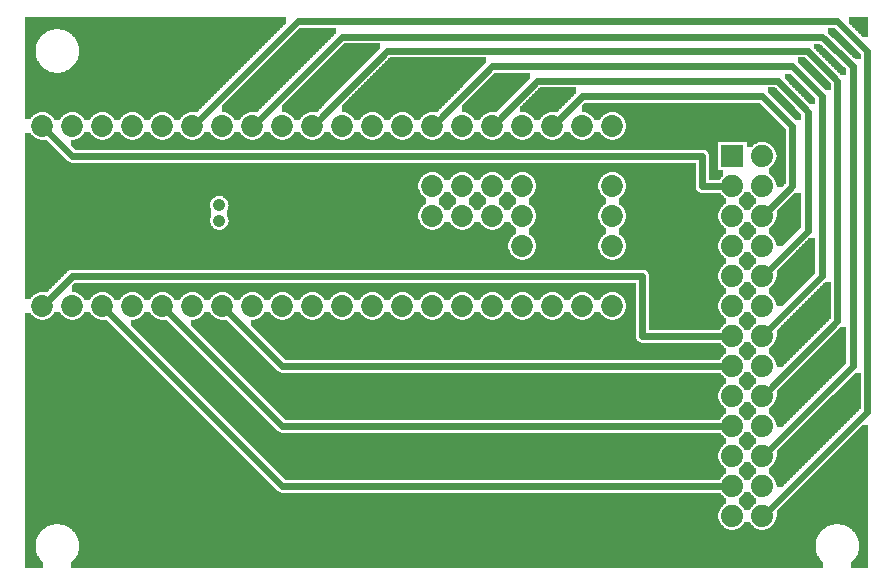
<source format=gbl>
G04 MADE WITH FRITZING*
G04 WWW.FRITZING.ORG*
G04 DOUBLE SIDED*
G04 HOLES PLATED*
G04 CONTOUR ON CENTER OF CONTOUR VECTOR*
%ASAXBY*%
%FSLAX23Y23*%
%MOIN*%
%OFA0B0*%
%SFA1.0B1.0*%
%ADD10C,0.075000*%
%ADD11C,0.072892*%
%ADD12C,0.042000*%
%ADD13C,0.074000*%
%ADD14R,0.074000X0.074000*%
%ADD15C,0.024000*%
%LNCOPPER0*%
G90*
G70*
G54D10*
X290Y1813D03*
X1262Y1678D03*
X2106Y1535D03*
X2113Y1325D03*
X619Y693D03*
X852Y662D03*
X912Y807D03*
X123Y788D03*
G54D11*
X98Y1515D03*
X1998Y1115D03*
X1398Y1215D03*
X1498Y1215D03*
X1598Y1215D03*
X1698Y1215D03*
X1398Y1315D03*
X1498Y1315D03*
X1598Y1315D03*
X1698Y1315D03*
X798Y1515D03*
X698Y1515D03*
X598Y1515D03*
X498Y1515D03*
X398Y1515D03*
X298Y1515D03*
X198Y1515D03*
X198Y915D03*
X1298Y915D03*
X1398Y915D03*
X1498Y915D03*
X1598Y915D03*
X1698Y915D03*
X1798Y915D03*
X1898Y915D03*
X1998Y915D03*
X298Y915D03*
X398Y915D03*
X498Y915D03*
X598Y915D03*
X698Y915D03*
X798Y915D03*
X898Y915D03*
X998Y915D03*
X1098Y915D03*
X1198Y915D03*
G54D12*
X688Y1251D03*
X688Y1199D03*
G54D11*
X998Y1515D03*
X898Y1515D03*
X1298Y1515D03*
X1398Y1515D03*
X1498Y1515D03*
X1598Y1515D03*
X1698Y1515D03*
X1798Y1515D03*
X1898Y1515D03*
X1998Y1515D03*
X98Y915D03*
X1998Y1215D03*
X1098Y1515D03*
X1198Y1515D03*
X1998Y1315D03*
X1698Y1115D03*
G54D13*
X2498Y1415D03*
X2498Y1315D03*
X2498Y1215D03*
X2498Y1115D03*
X2498Y1015D03*
X2498Y915D03*
X2498Y815D03*
X2498Y715D03*
X2498Y615D03*
X2498Y515D03*
X2498Y415D03*
X2498Y315D03*
X2498Y215D03*
X2398Y1415D03*
X2398Y1315D03*
X2398Y1215D03*
X2398Y1115D03*
X2398Y1015D03*
X2398Y915D03*
X2398Y815D03*
X2398Y715D03*
X2398Y615D03*
X2398Y515D03*
X2398Y415D03*
X2398Y315D03*
X2398Y215D03*
G54D14*
X2398Y1415D03*
G54D15*
X2748Y1866D02*
X2847Y1766D01*
D02*
X950Y1866D02*
X2748Y1866D01*
D02*
X620Y1537D02*
X950Y1866D01*
D02*
X2847Y1766D02*
X2847Y564D01*
D02*
X2847Y564D02*
X2520Y237D01*
D02*
X2298Y1315D02*
X2367Y1315D01*
D02*
X2298Y1415D02*
X2298Y1315D01*
D02*
X198Y1415D02*
X2298Y1415D01*
D02*
X120Y1494D02*
X198Y1415D01*
D02*
X2367Y715D02*
X898Y715D01*
D02*
X898Y715D02*
X720Y894D01*
D02*
X2367Y515D02*
X898Y515D01*
D02*
X898Y515D02*
X520Y894D01*
D02*
X898Y315D02*
X320Y894D01*
D02*
X2367Y315D02*
X898Y315D01*
D02*
X2498Y1615D02*
X2598Y1515D01*
D02*
X1898Y1615D02*
X2498Y1615D01*
D02*
X2598Y1515D02*
X2598Y1315D01*
D02*
X1820Y1537D02*
X1898Y1615D01*
D02*
X2598Y1315D02*
X2520Y1237D01*
D02*
X2649Y1167D02*
X2649Y1564D01*
D02*
X2549Y1667D02*
X1748Y1667D01*
D02*
X2649Y1564D02*
X2549Y1667D01*
D02*
X2520Y1037D02*
X2649Y1167D01*
D02*
X1748Y1667D02*
X1619Y1537D01*
D02*
X2597Y1715D02*
X2697Y1616D01*
D02*
X1597Y1715D02*
X2597Y1715D01*
D02*
X2697Y1616D02*
X2697Y1016D01*
D02*
X1420Y1537D02*
X1597Y1715D01*
D02*
X2697Y1016D02*
X2520Y838D01*
D02*
X2748Y865D02*
X2520Y637D01*
D02*
X2748Y1667D02*
X2748Y865D01*
D02*
X2649Y1766D02*
X2748Y1667D01*
D02*
X1248Y1766D02*
X2649Y1766D01*
D02*
X1020Y1537D02*
X1248Y1766D01*
D02*
X2799Y1715D02*
X2799Y715D01*
D02*
X2799Y715D02*
X2520Y437D01*
D02*
X2697Y1814D02*
X2799Y1715D01*
D02*
X1097Y1814D02*
X2697Y1814D01*
D02*
X820Y1537D02*
X1097Y1814D01*
D02*
X2098Y815D02*
X2098Y1015D01*
D02*
X2098Y1015D02*
X198Y1015D01*
D02*
X198Y1015D02*
X120Y937D01*
D02*
X2367Y815D02*
X2098Y815D01*
G36*
X40Y1879D02*
X40Y1839D01*
X158Y1839D01*
X158Y1837D01*
X168Y1837D01*
X168Y1835D01*
X174Y1835D01*
X174Y1833D01*
X178Y1833D01*
X178Y1831D01*
X182Y1831D01*
X182Y1829D01*
X186Y1829D01*
X186Y1827D01*
X188Y1827D01*
X188Y1825D01*
X190Y1825D01*
X190Y1823D01*
X194Y1823D01*
X194Y1821D01*
X196Y1821D01*
X196Y1819D01*
X198Y1819D01*
X198Y1817D01*
X200Y1817D01*
X200Y1815D01*
X202Y1815D01*
X202Y1813D01*
X204Y1813D01*
X204Y1811D01*
X206Y1811D01*
X206Y1807D01*
X208Y1807D01*
X208Y1805D01*
X210Y1805D01*
X210Y1801D01*
X212Y1801D01*
X212Y1799D01*
X214Y1799D01*
X214Y1793D01*
X216Y1793D01*
X216Y1789D01*
X218Y1789D01*
X218Y1783D01*
X220Y1783D01*
X220Y1769D01*
X222Y1769D01*
X222Y1761D01*
X220Y1761D01*
X220Y1749D01*
X218Y1749D01*
X218Y1743D01*
X216Y1743D01*
X216Y1737D01*
X214Y1737D01*
X214Y1733D01*
X212Y1733D01*
X212Y1729D01*
X210Y1729D01*
X210Y1727D01*
X208Y1727D01*
X208Y1723D01*
X206Y1723D01*
X206Y1721D01*
X204Y1721D01*
X204Y1719D01*
X202Y1719D01*
X202Y1717D01*
X200Y1717D01*
X200Y1715D01*
X198Y1715D01*
X198Y1713D01*
X196Y1713D01*
X196Y1711D01*
X194Y1711D01*
X194Y1709D01*
X192Y1709D01*
X192Y1707D01*
X188Y1707D01*
X188Y1705D01*
X186Y1705D01*
X186Y1703D01*
X182Y1703D01*
X182Y1701D01*
X178Y1701D01*
X178Y1699D01*
X174Y1699D01*
X174Y1697D01*
X168Y1697D01*
X168Y1695D01*
X162Y1695D01*
X162Y1693D01*
X746Y1693D01*
X746Y1695D01*
X748Y1695D01*
X748Y1697D01*
X750Y1697D01*
X750Y1699D01*
X752Y1699D01*
X752Y1701D01*
X754Y1701D01*
X754Y1703D01*
X756Y1703D01*
X756Y1705D01*
X758Y1705D01*
X758Y1707D01*
X760Y1707D01*
X760Y1709D01*
X762Y1709D01*
X762Y1711D01*
X764Y1711D01*
X764Y1713D01*
X766Y1713D01*
X766Y1715D01*
X768Y1715D01*
X768Y1717D01*
X770Y1717D01*
X770Y1719D01*
X772Y1719D01*
X772Y1721D01*
X774Y1721D01*
X774Y1723D01*
X776Y1723D01*
X776Y1725D01*
X778Y1725D01*
X778Y1727D01*
X780Y1727D01*
X780Y1729D01*
X782Y1729D01*
X782Y1731D01*
X784Y1731D01*
X784Y1733D01*
X786Y1733D01*
X786Y1735D01*
X788Y1735D01*
X788Y1737D01*
X790Y1737D01*
X790Y1739D01*
X792Y1739D01*
X792Y1741D01*
X794Y1741D01*
X794Y1743D01*
X796Y1743D01*
X796Y1745D01*
X798Y1745D01*
X798Y1747D01*
X800Y1747D01*
X800Y1749D01*
X802Y1749D01*
X802Y1751D01*
X804Y1751D01*
X804Y1753D01*
X806Y1753D01*
X806Y1755D01*
X808Y1755D01*
X808Y1757D01*
X810Y1757D01*
X810Y1759D01*
X812Y1759D01*
X812Y1761D01*
X814Y1761D01*
X814Y1763D01*
X816Y1763D01*
X816Y1765D01*
X818Y1765D01*
X818Y1767D01*
X820Y1767D01*
X820Y1769D01*
X822Y1769D01*
X822Y1771D01*
X824Y1771D01*
X824Y1773D01*
X826Y1773D01*
X826Y1775D01*
X828Y1775D01*
X828Y1777D01*
X830Y1777D01*
X830Y1779D01*
X832Y1779D01*
X832Y1781D01*
X834Y1781D01*
X834Y1783D01*
X836Y1783D01*
X836Y1785D01*
X838Y1785D01*
X838Y1787D01*
X840Y1787D01*
X840Y1789D01*
X842Y1789D01*
X842Y1791D01*
X844Y1791D01*
X844Y1793D01*
X846Y1793D01*
X846Y1795D01*
X848Y1795D01*
X848Y1797D01*
X850Y1797D01*
X850Y1799D01*
X852Y1799D01*
X852Y1801D01*
X854Y1801D01*
X854Y1803D01*
X856Y1803D01*
X856Y1805D01*
X858Y1805D01*
X858Y1807D01*
X860Y1807D01*
X860Y1809D01*
X862Y1809D01*
X862Y1811D01*
X864Y1811D01*
X864Y1813D01*
X866Y1813D01*
X866Y1815D01*
X868Y1815D01*
X868Y1817D01*
X870Y1817D01*
X870Y1819D01*
X872Y1819D01*
X872Y1821D01*
X874Y1821D01*
X874Y1823D01*
X876Y1823D01*
X876Y1825D01*
X878Y1825D01*
X878Y1827D01*
X880Y1827D01*
X880Y1829D01*
X882Y1829D01*
X882Y1831D01*
X884Y1831D01*
X884Y1833D01*
X886Y1833D01*
X886Y1835D01*
X888Y1835D01*
X888Y1837D01*
X890Y1837D01*
X890Y1839D01*
X892Y1839D01*
X892Y1841D01*
X894Y1841D01*
X894Y1843D01*
X896Y1843D01*
X896Y1845D01*
X898Y1845D01*
X898Y1847D01*
X900Y1847D01*
X900Y1849D01*
X902Y1849D01*
X902Y1851D01*
X904Y1851D01*
X904Y1853D01*
X906Y1853D01*
X906Y1855D01*
X908Y1855D01*
X908Y1857D01*
X910Y1857D01*
X910Y1859D01*
X912Y1859D01*
X912Y1879D01*
X40Y1879D01*
G37*
D02*
G36*
X40Y1839D02*
X40Y1693D01*
X136Y1693D01*
X136Y1695D01*
X128Y1695D01*
X128Y1697D01*
X122Y1697D01*
X122Y1699D01*
X118Y1699D01*
X118Y1701D01*
X114Y1701D01*
X114Y1703D01*
X110Y1703D01*
X110Y1705D01*
X108Y1705D01*
X108Y1707D01*
X104Y1707D01*
X104Y1709D01*
X102Y1709D01*
X102Y1711D01*
X100Y1711D01*
X100Y1713D01*
X98Y1713D01*
X98Y1715D01*
X96Y1715D01*
X96Y1717D01*
X94Y1717D01*
X94Y1719D01*
X92Y1719D01*
X92Y1721D01*
X90Y1721D01*
X90Y1725D01*
X88Y1725D01*
X88Y1727D01*
X86Y1727D01*
X86Y1731D01*
X84Y1731D01*
X84Y1733D01*
X82Y1733D01*
X82Y1739D01*
X80Y1739D01*
X80Y1743D01*
X78Y1743D01*
X78Y1749D01*
X76Y1749D01*
X76Y1781D01*
X78Y1781D01*
X78Y1789D01*
X80Y1789D01*
X80Y1793D01*
X82Y1793D01*
X82Y1797D01*
X84Y1797D01*
X84Y1801D01*
X86Y1801D01*
X86Y1805D01*
X88Y1805D01*
X88Y1807D01*
X90Y1807D01*
X90Y1811D01*
X92Y1811D01*
X92Y1813D01*
X94Y1813D01*
X94Y1815D01*
X96Y1815D01*
X96Y1817D01*
X98Y1817D01*
X98Y1819D01*
X100Y1819D01*
X100Y1821D01*
X102Y1821D01*
X102Y1823D01*
X106Y1823D01*
X106Y1825D01*
X108Y1825D01*
X108Y1827D01*
X112Y1827D01*
X112Y1829D01*
X114Y1829D01*
X114Y1831D01*
X118Y1831D01*
X118Y1833D01*
X124Y1833D01*
X124Y1835D01*
X130Y1835D01*
X130Y1837D01*
X138Y1837D01*
X138Y1839D01*
X40Y1839D01*
G37*
D02*
G36*
X40Y1693D02*
X40Y1691D01*
X744Y1691D01*
X744Y1693D01*
X40Y1693D01*
G37*
D02*
G36*
X40Y1693D02*
X40Y1691D01*
X744Y1691D01*
X744Y1693D01*
X40Y1693D01*
G37*
D02*
G36*
X40Y1691D02*
X40Y1563D01*
X502Y1563D01*
X502Y1561D01*
X510Y1561D01*
X510Y1559D01*
X516Y1559D01*
X516Y1557D01*
X520Y1557D01*
X520Y1555D01*
X522Y1555D01*
X522Y1553D01*
X526Y1553D01*
X526Y1551D01*
X528Y1551D01*
X528Y1549D01*
X530Y1549D01*
X530Y1547D01*
X532Y1547D01*
X532Y1545D01*
X534Y1545D01*
X534Y1541D01*
X536Y1541D01*
X536Y1539D01*
X538Y1539D01*
X538Y1535D01*
X558Y1535D01*
X558Y1539D01*
X560Y1539D01*
X560Y1541D01*
X562Y1541D01*
X562Y1545D01*
X564Y1545D01*
X564Y1547D01*
X566Y1547D01*
X566Y1549D01*
X568Y1549D01*
X568Y1551D01*
X572Y1551D01*
X572Y1553D01*
X574Y1553D01*
X574Y1555D01*
X576Y1555D01*
X576Y1557D01*
X580Y1557D01*
X580Y1559D01*
X586Y1559D01*
X586Y1561D01*
X594Y1561D01*
X594Y1563D01*
X616Y1563D01*
X616Y1565D01*
X618Y1565D01*
X618Y1567D01*
X620Y1567D01*
X620Y1569D01*
X622Y1569D01*
X622Y1571D01*
X624Y1571D01*
X624Y1573D01*
X626Y1573D01*
X626Y1575D01*
X628Y1575D01*
X628Y1577D01*
X630Y1577D01*
X630Y1579D01*
X632Y1579D01*
X632Y1581D01*
X634Y1581D01*
X634Y1583D01*
X636Y1583D01*
X636Y1585D01*
X638Y1585D01*
X638Y1587D01*
X640Y1587D01*
X640Y1589D01*
X642Y1589D01*
X642Y1591D01*
X644Y1591D01*
X644Y1593D01*
X646Y1593D01*
X646Y1595D01*
X648Y1595D01*
X648Y1597D01*
X650Y1597D01*
X650Y1599D01*
X652Y1599D01*
X652Y1601D01*
X654Y1601D01*
X654Y1603D01*
X656Y1603D01*
X656Y1605D01*
X658Y1605D01*
X658Y1607D01*
X660Y1607D01*
X660Y1609D01*
X662Y1609D01*
X662Y1611D01*
X664Y1611D01*
X664Y1613D01*
X666Y1613D01*
X666Y1615D01*
X668Y1615D01*
X668Y1617D01*
X670Y1617D01*
X670Y1619D01*
X672Y1619D01*
X672Y1621D01*
X674Y1621D01*
X674Y1623D01*
X676Y1623D01*
X676Y1625D01*
X678Y1625D01*
X678Y1627D01*
X680Y1627D01*
X680Y1629D01*
X682Y1629D01*
X682Y1631D01*
X684Y1631D01*
X684Y1633D01*
X686Y1633D01*
X686Y1635D01*
X688Y1635D01*
X688Y1637D01*
X690Y1637D01*
X690Y1639D01*
X692Y1639D01*
X692Y1641D01*
X694Y1641D01*
X694Y1643D01*
X696Y1643D01*
X696Y1645D01*
X698Y1645D01*
X698Y1647D01*
X700Y1647D01*
X700Y1649D01*
X702Y1649D01*
X702Y1651D01*
X704Y1651D01*
X704Y1653D01*
X706Y1653D01*
X706Y1655D01*
X708Y1655D01*
X708Y1657D01*
X710Y1657D01*
X710Y1659D01*
X712Y1659D01*
X712Y1661D01*
X714Y1661D01*
X714Y1663D01*
X716Y1663D01*
X716Y1665D01*
X718Y1665D01*
X718Y1667D01*
X720Y1667D01*
X720Y1669D01*
X722Y1669D01*
X722Y1671D01*
X724Y1671D01*
X724Y1673D01*
X726Y1673D01*
X726Y1675D01*
X728Y1675D01*
X728Y1677D01*
X730Y1677D01*
X730Y1679D01*
X732Y1679D01*
X732Y1681D01*
X734Y1681D01*
X734Y1683D01*
X736Y1683D01*
X736Y1685D01*
X738Y1685D01*
X738Y1687D01*
X740Y1687D01*
X740Y1689D01*
X742Y1689D01*
X742Y1691D01*
X40Y1691D01*
G37*
D02*
G36*
X40Y1563D02*
X40Y1539D01*
X60Y1539D01*
X60Y1541D01*
X62Y1541D01*
X62Y1545D01*
X64Y1545D01*
X64Y1547D01*
X66Y1547D01*
X66Y1549D01*
X68Y1549D01*
X68Y1551D01*
X72Y1551D01*
X72Y1553D01*
X74Y1553D01*
X74Y1555D01*
X76Y1555D01*
X76Y1557D01*
X80Y1557D01*
X80Y1559D01*
X86Y1559D01*
X86Y1561D01*
X94Y1561D01*
X94Y1563D01*
X40Y1563D01*
G37*
D02*
G36*
X102Y1563D02*
X102Y1561D01*
X110Y1561D01*
X110Y1559D01*
X116Y1559D01*
X116Y1557D01*
X120Y1557D01*
X120Y1555D01*
X122Y1555D01*
X122Y1553D01*
X126Y1553D01*
X126Y1551D01*
X128Y1551D01*
X128Y1549D01*
X130Y1549D01*
X130Y1547D01*
X132Y1547D01*
X132Y1545D01*
X134Y1545D01*
X134Y1541D01*
X136Y1541D01*
X136Y1539D01*
X138Y1539D01*
X138Y1535D01*
X158Y1535D01*
X158Y1539D01*
X160Y1539D01*
X160Y1541D01*
X162Y1541D01*
X162Y1545D01*
X164Y1545D01*
X164Y1547D01*
X166Y1547D01*
X166Y1549D01*
X168Y1549D01*
X168Y1551D01*
X172Y1551D01*
X172Y1553D01*
X174Y1553D01*
X174Y1555D01*
X176Y1555D01*
X176Y1557D01*
X180Y1557D01*
X180Y1559D01*
X186Y1559D01*
X186Y1561D01*
X194Y1561D01*
X194Y1563D01*
X102Y1563D01*
G37*
D02*
G36*
X202Y1563D02*
X202Y1561D01*
X210Y1561D01*
X210Y1559D01*
X216Y1559D01*
X216Y1557D01*
X220Y1557D01*
X220Y1555D01*
X222Y1555D01*
X222Y1553D01*
X226Y1553D01*
X226Y1551D01*
X228Y1551D01*
X228Y1549D01*
X230Y1549D01*
X230Y1547D01*
X232Y1547D01*
X232Y1545D01*
X234Y1545D01*
X234Y1541D01*
X236Y1541D01*
X236Y1539D01*
X238Y1539D01*
X238Y1535D01*
X258Y1535D01*
X258Y1539D01*
X260Y1539D01*
X260Y1541D01*
X262Y1541D01*
X262Y1545D01*
X264Y1545D01*
X264Y1547D01*
X266Y1547D01*
X266Y1549D01*
X268Y1549D01*
X268Y1551D01*
X272Y1551D01*
X272Y1553D01*
X274Y1553D01*
X274Y1555D01*
X276Y1555D01*
X276Y1557D01*
X280Y1557D01*
X280Y1559D01*
X286Y1559D01*
X286Y1561D01*
X294Y1561D01*
X294Y1563D01*
X202Y1563D01*
G37*
D02*
G36*
X302Y1563D02*
X302Y1561D01*
X310Y1561D01*
X310Y1559D01*
X316Y1559D01*
X316Y1557D01*
X320Y1557D01*
X320Y1555D01*
X322Y1555D01*
X322Y1553D01*
X326Y1553D01*
X326Y1551D01*
X328Y1551D01*
X328Y1549D01*
X330Y1549D01*
X330Y1547D01*
X332Y1547D01*
X332Y1545D01*
X334Y1545D01*
X334Y1541D01*
X336Y1541D01*
X336Y1539D01*
X338Y1539D01*
X338Y1535D01*
X358Y1535D01*
X358Y1539D01*
X360Y1539D01*
X360Y1541D01*
X362Y1541D01*
X362Y1545D01*
X364Y1545D01*
X364Y1547D01*
X366Y1547D01*
X366Y1549D01*
X368Y1549D01*
X368Y1551D01*
X372Y1551D01*
X372Y1553D01*
X374Y1553D01*
X374Y1555D01*
X376Y1555D01*
X376Y1557D01*
X380Y1557D01*
X380Y1559D01*
X386Y1559D01*
X386Y1561D01*
X394Y1561D01*
X394Y1563D01*
X302Y1563D01*
G37*
D02*
G36*
X402Y1563D02*
X402Y1561D01*
X410Y1561D01*
X410Y1559D01*
X416Y1559D01*
X416Y1557D01*
X420Y1557D01*
X420Y1555D01*
X422Y1555D01*
X422Y1553D01*
X426Y1553D01*
X426Y1551D01*
X428Y1551D01*
X428Y1549D01*
X430Y1549D01*
X430Y1547D01*
X432Y1547D01*
X432Y1545D01*
X434Y1545D01*
X434Y1541D01*
X436Y1541D01*
X436Y1539D01*
X438Y1539D01*
X438Y1535D01*
X458Y1535D01*
X458Y1539D01*
X460Y1539D01*
X460Y1541D01*
X462Y1541D01*
X462Y1545D01*
X464Y1545D01*
X464Y1547D01*
X466Y1547D01*
X466Y1549D01*
X468Y1549D01*
X468Y1551D01*
X472Y1551D01*
X472Y1553D01*
X474Y1553D01*
X474Y1555D01*
X476Y1555D01*
X476Y1557D01*
X480Y1557D01*
X480Y1559D01*
X486Y1559D01*
X486Y1561D01*
X494Y1561D01*
X494Y1563D01*
X402Y1563D01*
G37*
D02*
G36*
X2786Y1879D02*
X2786Y1859D01*
X2788Y1859D01*
X2788Y1857D01*
X2790Y1857D01*
X2790Y1855D01*
X2792Y1855D01*
X2792Y1853D01*
X2794Y1853D01*
X2794Y1851D01*
X2796Y1851D01*
X2796Y1849D01*
X2798Y1849D01*
X2798Y1847D01*
X2800Y1847D01*
X2800Y1845D01*
X2802Y1845D01*
X2802Y1843D01*
X2804Y1843D01*
X2804Y1841D01*
X2806Y1841D01*
X2806Y1839D01*
X2808Y1839D01*
X2808Y1837D01*
X2810Y1837D01*
X2810Y1835D01*
X2812Y1835D01*
X2812Y1833D01*
X2814Y1833D01*
X2814Y1831D01*
X2816Y1831D01*
X2816Y1829D01*
X2818Y1829D01*
X2818Y1827D01*
X2820Y1827D01*
X2820Y1825D01*
X2822Y1825D01*
X2822Y1823D01*
X2824Y1823D01*
X2824Y1821D01*
X2826Y1821D01*
X2826Y1819D01*
X2828Y1819D01*
X2828Y1817D01*
X2830Y1817D01*
X2830Y1815D01*
X2832Y1815D01*
X2832Y1813D01*
X2852Y1813D01*
X2852Y1879D01*
X2786Y1879D01*
G37*
D02*
G36*
X956Y1843D02*
X956Y1841D01*
X954Y1841D01*
X954Y1839D01*
X952Y1839D01*
X952Y1837D01*
X950Y1837D01*
X950Y1835D01*
X948Y1835D01*
X948Y1833D01*
X946Y1833D01*
X946Y1831D01*
X944Y1831D01*
X944Y1829D01*
X942Y1829D01*
X942Y1827D01*
X940Y1827D01*
X940Y1825D01*
X938Y1825D01*
X938Y1823D01*
X936Y1823D01*
X936Y1821D01*
X934Y1821D01*
X934Y1819D01*
X932Y1819D01*
X932Y1817D01*
X930Y1817D01*
X930Y1815D01*
X928Y1815D01*
X928Y1813D01*
X926Y1813D01*
X926Y1811D01*
X924Y1811D01*
X924Y1809D01*
X922Y1809D01*
X922Y1807D01*
X920Y1807D01*
X920Y1805D01*
X918Y1805D01*
X918Y1803D01*
X916Y1803D01*
X916Y1801D01*
X914Y1801D01*
X914Y1799D01*
X912Y1799D01*
X912Y1797D01*
X910Y1797D01*
X910Y1795D01*
X908Y1795D01*
X908Y1793D01*
X906Y1793D01*
X906Y1791D01*
X904Y1791D01*
X904Y1789D01*
X902Y1789D01*
X902Y1787D01*
X900Y1787D01*
X900Y1785D01*
X898Y1785D01*
X898Y1783D01*
X896Y1783D01*
X896Y1781D01*
X894Y1781D01*
X894Y1779D01*
X892Y1779D01*
X892Y1777D01*
X890Y1777D01*
X890Y1775D01*
X888Y1775D01*
X888Y1773D01*
X886Y1773D01*
X886Y1771D01*
X884Y1771D01*
X884Y1769D01*
X882Y1769D01*
X882Y1767D01*
X880Y1767D01*
X880Y1765D01*
X878Y1765D01*
X878Y1763D01*
X876Y1763D01*
X876Y1761D01*
X874Y1761D01*
X874Y1759D01*
X872Y1759D01*
X872Y1757D01*
X870Y1757D01*
X870Y1755D01*
X868Y1755D01*
X868Y1753D01*
X866Y1753D01*
X866Y1751D01*
X864Y1751D01*
X864Y1749D01*
X862Y1749D01*
X862Y1747D01*
X860Y1747D01*
X860Y1745D01*
X858Y1745D01*
X858Y1743D01*
X856Y1743D01*
X856Y1741D01*
X854Y1741D01*
X854Y1739D01*
X852Y1739D01*
X852Y1737D01*
X850Y1737D01*
X850Y1735D01*
X848Y1735D01*
X848Y1733D01*
X846Y1733D01*
X846Y1731D01*
X844Y1731D01*
X844Y1729D01*
X842Y1729D01*
X842Y1727D01*
X840Y1727D01*
X840Y1725D01*
X838Y1725D01*
X838Y1723D01*
X836Y1723D01*
X836Y1721D01*
X834Y1721D01*
X834Y1719D01*
X832Y1719D01*
X832Y1717D01*
X830Y1717D01*
X830Y1715D01*
X828Y1715D01*
X828Y1713D01*
X826Y1713D01*
X826Y1711D01*
X824Y1711D01*
X824Y1709D01*
X822Y1709D01*
X822Y1707D01*
X820Y1707D01*
X820Y1705D01*
X818Y1705D01*
X818Y1703D01*
X816Y1703D01*
X816Y1701D01*
X814Y1701D01*
X814Y1699D01*
X812Y1699D01*
X812Y1697D01*
X810Y1697D01*
X810Y1695D01*
X808Y1695D01*
X808Y1693D01*
X806Y1693D01*
X806Y1691D01*
X804Y1691D01*
X804Y1689D01*
X802Y1689D01*
X802Y1687D01*
X800Y1687D01*
X800Y1685D01*
X798Y1685D01*
X798Y1683D01*
X796Y1683D01*
X796Y1681D01*
X794Y1681D01*
X794Y1679D01*
X792Y1679D01*
X792Y1677D01*
X790Y1677D01*
X790Y1675D01*
X788Y1675D01*
X788Y1673D01*
X786Y1673D01*
X786Y1671D01*
X784Y1671D01*
X784Y1669D01*
X782Y1669D01*
X782Y1667D01*
X780Y1667D01*
X780Y1665D01*
X778Y1665D01*
X778Y1663D01*
X776Y1663D01*
X776Y1661D01*
X774Y1661D01*
X774Y1659D01*
X772Y1659D01*
X772Y1657D01*
X770Y1657D01*
X770Y1655D01*
X768Y1655D01*
X768Y1653D01*
X766Y1653D01*
X766Y1651D01*
X764Y1651D01*
X764Y1649D01*
X762Y1649D01*
X762Y1647D01*
X760Y1647D01*
X760Y1645D01*
X758Y1645D01*
X758Y1643D01*
X756Y1643D01*
X756Y1641D01*
X754Y1641D01*
X754Y1639D01*
X752Y1639D01*
X752Y1637D01*
X750Y1637D01*
X750Y1635D01*
X748Y1635D01*
X748Y1633D01*
X746Y1633D01*
X746Y1631D01*
X744Y1631D01*
X744Y1629D01*
X742Y1629D01*
X742Y1627D01*
X740Y1627D01*
X740Y1625D01*
X738Y1625D01*
X738Y1623D01*
X736Y1623D01*
X736Y1621D01*
X734Y1621D01*
X734Y1619D01*
X732Y1619D01*
X732Y1617D01*
X730Y1617D01*
X730Y1615D01*
X728Y1615D01*
X728Y1613D01*
X726Y1613D01*
X726Y1611D01*
X724Y1611D01*
X724Y1609D01*
X722Y1609D01*
X722Y1607D01*
X720Y1607D01*
X720Y1605D01*
X718Y1605D01*
X718Y1603D01*
X716Y1603D01*
X716Y1601D01*
X714Y1601D01*
X714Y1599D01*
X712Y1599D01*
X712Y1597D01*
X710Y1597D01*
X710Y1595D01*
X708Y1595D01*
X708Y1593D01*
X706Y1593D01*
X706Y1591D01*
X704Y1591D01*
X704Y1589D01*
X702Y1589D01*
X702Y1587D01*
X700Y1587D01*
X700Y1585D01*
X698Y1585D01*
X698Y1583D01*
X696Y1583D01*
X696Y1563D01*
X702Y1563D01*
X702Y1561D01*
X710Y1561D01*
X710Y1559D01*
X716Y1559D01*
X716Y1557D01*
X720Y1557D01*
X720Y1555D01*
X722Y1555D01*
X722Y1553D01*
X726Y1553D01*
X726Y1551D01*
X728Y1551D01*
X728Y1549D01*
X730Y1549D01*
X730Y1547D01*
X732Y1547D01*
X732Y1545D01*
X734Y1545D01*
X734Y1541D01*
X736Y1541D01*
X736Y1539D01*
X738Y1539D01*
X738Y1535D01*
X758Y1535D01*
X758Y1539D01*
X760Y1539D01*
X760Y1541D01*
X762Y1541D01*
X762Y1545D01*
X764Y1545D01*
X764Y1547D01*
X766Y1547D01*
X766Y1549D01*
X768Y1549D01*
X768Y1551D01*
X772Y1551D01*
X772Y1553D01*
X774Y1553D01*
X774Y1555D01*
X776Y1555D01*
X776Y1557D01*
X780Y1557D01*
X780Y1559D01*
X786Y1559D01*
X786Y1561D01*
X794Y1561D01*
X794Y1563D01*
X816Y1563D01*
X816Y1565D01*
X818Y1565D01*
X818Y1567D01*
X820Y1567D01*
X820Y1569D01*
X822Y1569D01*
X822Y1571D01*
X824Y1571D01*
X824Y1573D01*
X826Y1573D01*
X826Y1575D01*
X828Y1575D01*
X828Y1577D01*
X830Y1577D01*
X830Y1579D01*
X832Y1579D01*
X832Y1581D01*
X834Y1581D01*
X834Y1583D01*
X836Y1583D01*
X836Y1585D01*
X838Y1585D01*
X838Y1587D01*
X840Y1587D01*
X840Y1589D01*
X842Y1589D01*
X842Y1591D01*
X844Y1591D01*
X844Y1593D01*
X846Y1593D01*
X846Y1595D01*
X848Y1595D01*
X848Y1597D01*
X850Y1597D01*
X850Y1599D01*
X852Y1599D01*
X852Y1601D01*
X854Y1601D01*
X854Y1603D01*
X856Y1603D01*
X856Y1605D01*
X858Y1605D01*
X858Y1607D01*
X860Y1607D01*
X860Y1609D01*
X862Y1609D01*
X862Y1611D01*
X864Y1611D01*
X864Y1613D01*
X866Y1613D01*
X866Y1615D01*
X868Y1615D01*
X868Y1617D01*
X870Y1617D01*
X870Y1619D01*
X872Y1619D01*
X872Y1621D01*
X874Y1621D01*
X874Y1623D01*
X876Y1623D01*
X876Y1625D01*
X878Y1625D01*
X878Y1627D01*
X880Y1627D01*
X880Y1629D01*
X882Y1629D01*
X882Y1631D01*
X884Y1631D01*
X884Y1633D01*
X886Y1633D01*
X886Y1635D01*
X888Y1635D01*
X888Y1637D01*
X890Y1637D01*
X890Y1639D01*
X892Y1639D01*
X892Y1641D01*
X894Y1641D01*
X894Y1643D01*
X896Y1643D01*
X896Y1645D01*
X898Y1645D01*
X898Y1647D01*
X900Y1647D01*
X900Y1649D01*
X902Y1649D01*
X902Y1651D01*
X904Y1651D01*
X904Y1653D01*
X906Y1653D01*
X906Y1655D01*
X908Y1655D01*
X908Y1657D01*
X910Y1657D01*
X910Y1659D01*
X912Y1659D01*
X912Y1661D01*
X914Y1661D01*
X914Y1663D01*
X916Y1663D01*
X916Y1665D01*
X918Y1665D01*
X918Y1667D01*
X920Y1667D01*
X920Y1669D01*
X922Y1669D01*
X922Y1671D01*
X924Y1671D01*
X924Y1673D01*
X926Y1673D01*
X926Y1675D01*
X928Y1675D01*
X928Y1677D01*
X930Y1677D01*
X930Y1679D01*
X932Y1679D01*
X932Y1681D01*
X934Y1681D01*
X934Y1683D01*
X936Y1683D01*
X936Y1685D01*
X938Y1685D01*
X938Y1687D01*
X940Y1687D01*
X940Y1689D01*
X942Y1689D01*
X942Y1691D01*
X944Y1691D01*
X944Y1693D01*
X946Y1693D01*
X946Y1695D01*
X948Y1695D01*
X948Y1697D01*
X950Y1697D01*
X950Y1699D01*
X952Y1699D01*
X952Y1701D01*
X954Y1701D01*
X954Y1703D01*
X956Y1703D01*
X956Y1705D01*
X958Y1705D01*
X958Y1707D01*
X960Y1707D01*
X960Y1709D01*
X962Y1709D01*
X962Y1711D01*
X964Y1711D01*
X964Y1713D01*
X966Y1713D01*
X966Y1715D01*
X968Y1715D01*
X968Y1717D01*
X970Y1717D01*
X970Y1719D01*
X972Y1719D01*
X972Y1721D01*
X974Y1721D01*
X974Y1723D01*
X976Y1723D01*
X976Y1725D01*
X978Y1725D01*
X978Y1727D01*
X980Y1727D01*
X980Y1729D01*
X982Y1729D01*
X982Y1731D01*
X984Y1731D01*
X984Y1733D01*
X986Y1733D01*
X986Y1735D01*
X988Y1735D01*
X988Y1737D01*
X990Y1737D01*
X990Y1739D01*
X992Y1739D01*
X992Y1741D01*
X994Y1741D01*
X994Y1743D01*
X996Y1743D01*
X996Y1745D01*
X998Y1745D01*
X998Y1747D01*
X1000Y1747D01*
X1000Y1749D01*
X1002Y1749D01*
X1002Y1751D01*
X1004Y1751D01*
X1004Y1753D01*
X1006Y1753D01*
X1006Y1755D01*
X1008Y1755D01*
X1008Y1757D01*
X1010Y1757D01*
X1010Y1759D01*
X1012Y1759D01*
X1012Y1761D01*
X1014Y1761D01*
X1014Y1763D01*
X1016Y1763D01*
X1016Y1765D01*
X1018Y1765D01*
X1018Y1767D01*
X1020Y1767D01*
X1020Y1769D01*
X1022Y1769D01*
X1022Y1771D01*
X1024Y1771D01*
X1024Y1773D01*
X1026Y1773D01*
X1026Y1775D01*
X1028Y1775D01*
X1028Y1777D01*
X1030Y1777D01*
X1030Y1779D01*
X1032Y1779D01*
X1032Y1781D01*
X1034Y1781D01*
X1034Y1783D01*
X1036Y1783D01*
X1036Y1785D01*
X1038Y1785D01*
X1038Y1787D01*
X1040Y1787D01*
X1040Y1789D01*
X1042Y1789D01*
X1042Y1791D01*
X1044Y1791D01*
X1044Y1793D01*
X1046Y1793D01*
X1046Y1795D01*
X1048Y1795D01*
X1048Y1797D01*
X1050Y1797D01*
X1050Y1799D01*
X1052Y1799D01*
X1052Y1801D01*
X1054Y1801D01*
X1054Y1803D01*
X1056Y1803D01*
X1056Y1805D01*
X1058Y1805D01*
X1058Y1807D01*
X1060Y1807D01*
X1060Y1809D01*
X1062Y1809D01*
X1062Y1811D01*
X1064Y1811D01*
X1064Y1813D01*
X1066Y1813D01*
X1066Y1815D01*
X1068Y1815D01*
X1068Y1817D01*
X1070Y1817D01*
X1070Y1819D01*
X1072Y1819D01*
X1072Y1821D01*
X1074Y1821D01*
X1074Y1823D01*
X1076Y1823D01*
X1076Y1843D01*
X956Y1843D01*
G37*
D02*
G36*
X2718Y1843D02*
X2718Y1823D01*
X2720Y1823D01*
X2720Y1821D01*
X2722Y1821D01*
X2722Y1819D01*
X2724Y1819D01*
X2724Y1817D01*
X2726Y1817D01*
X2726Y1815D01*
X2728Y1815D01*
X2728Y1813D01*
X2730Y1813D01*
X2730Y1811D01*
X2732Y1811D01*
X2732Y1809D01*
X2736Y1809D01*
X2736Y1807D01*
X2738Y1807D01*
X2738Y1805D01*
X2740Y1805D01*
X2740Y1803D01*
X2742Y1803D01*
X2742Y1801D01*
X2744Y1801D01*
X2744Y1799D01*
X2746Y1799D01*
X2746Y1797D01*
X2748Y1797D01*
X2748Y1795D01*
X2750Y1795D01*
X2750Y1793D01*
X2752Y1793D01*
X2752Y1791D01*
X2754Y1791D01*
X2754Y1789D01*
X2756Y1789D01*
X2756Y1787D01*
X2758Y1787D01*
X2758Y1785D01*
X2760Y1785D01*
X2760Y1783D01*
X2762Y1783D01*
X2762Y1781D01*
X2764Y1781D01*
X2764Y1779D01*
X2766Y1779D01*
X2766Y1777D01*
X2768Y1777D01*
X2768Y1775D01*
X2770Y1775D01*
X2770Y1773D01*
X2772Y1773D01*
X2772Y1771D01*
X2774Y1771D01*
X2774Y1769D01*
X2776Y1769D01*
X2776Y1767D01*
X2778Y1767D01*
X2778Y1765D01*
X2780Y1765D01*
X2780Y1763D01*
X2782Y1763D01*
X2782Y1761D01*
X2784Y1761D01*
X2784Y1759D01*
X2786Y1759D01*
X2786Y1757D01*
X2788Y1757D01*
X2788Y1755D01*
X2790Y1755D01*
X2790Y1753D01*
X2792Y1753D01*
X2792Y1751D01*
X2796Y1751D01*
X2796Y1749D01*
X2798Y1749D01*
X2798Y1747D01*
X2800Y1747D01*
X2800Y1745D01*
X2802Y1745D01*
X2802Y1743D01*
X2804Y1743D01*
X2804Y1741D01*
X2806Y1741D01*
X2806Y1739D01*
X2826Y1739D01*
X2826Y1757D01*
X2824Y1757D01*
X2824Y1759D01*
X2822Y1759D01*
X2822Y1761D01*
X2820Y1761D01*
X2820Y1763D01*
X2818Y1763D01*
X2818Y1765D01*
X2816Y1765D01*
X2816Y1767D01*
X2814Y1767D01*
X2814Y1769D01*
X2812Y1769D01*
X2812Y1771D01*
X2810Y1771D01*
X2810Y1773D01*
X2808Y1773D01*
X2808Y1775D01*
X2806Y1775D01*
X2806Y1777D01*
X2804Y1777D01*
X2804Y1779D01*
X2802Y1779D01*
X2802Y1781D01*
X2800Y1781D01*
X2800Y1783D01*
X2798Y1783D01*
X2798Y1785D01*
X2796Y1785D01*
X2796Y1787D01*
X2794Y1787D01*
X2794Y1789D01*
X2792Y1789D01*
X2792Y1791D01*
X2790Y1791D01*
X2790Y1793D01*
X2788Y1793D01*
X2788Y1795D01*
X2786Y1795D01*
X2786Y1797D01*
X2784Y1797D01*
X2784Y1799D01*
X2782Y1799D01*
X2782Y1801D01*
X2780Y1801D01*
X2780Y1803D01*
X2778Y1803D01*
X2778Y1805D01*
X2776Y1805D01*
X2776Y1807D01*
X2774Y1807D01*
X2774Y1809D01*
X2772Y1809D01*
X2772Y1811D01*
X2770Y1811D01*
X2770Y1813D01*
X2768Y1813D01*
X2768Y1815D01*
X2766Y1815D01*
X2766Y1817D01*
X2764Y1817D01*
X2764Y1819D01*
X2762Y1819D01*
X2762Y1821D01*
X2760Y1821D01*
X2760Y1823D01*
X2758Y1823D01*
X2758Y1825D01*
X2756Y1825D01*
X2756Y1827D01*
X2754Y1827D01*
X2754Y1829D01*
X2752Y1829D01*
X2752Y1831D01*
X2750Y1831D01*
X2750Y1833D01*
X2748Y1833D01*
X2748Y1835D01*
X2746Y1835D01*
X2746Y1837D01*
X2744Y1837D01*
X2744Y1839D01*
X2742Y1839D01*
X2742Y1841D01*
X2740Y1841D01*
X2740Y1843D01*
X2718Y1843D01*
G37*
D02*
G36*
X1106Y1793D02*
X1106Y1791D01*
X1104Y1791D01*
X1104Y1789D01*
X1102Y1789D01*
X1102Y1787D01*
X1100Y1787D01*
X1100Y1785D01*
X1098Y1785D01*
X1098Y1783D01*
X1096Y1783D01*
X1096Y1781D01*
X1094Y1781D01*
X1094Y1779D01*
X1092Y1779D01*
X1092Y1777D01*
X1090Y1777D01*
X1090Y1775D01*
X1088Y1775D01*
X1088Y1773D01*
X1086Y1773D01*
X1086Y1771D01*
X1084Y1771D01*
X1084Y1769D01*
X1082Y1769D01*
X1082Y1767D01*
X1080Y1767D01*
X1080Y1765D01*
X1078Y1765D01*
X1078Y1763D01*
X1076Y1763D01*
X1076Y1761D01*
X1074Y1761D01*
X1074Y1759D01*
X1072Y1759D01*
X1072Y1757D01*
X1070Y1757D01*
X1070Y1755D01*
X1068Y1755D01*
X1068Y1753D01*
X1066Y1753D01*
X1066Y1751D01*
X1064Y1751D01*
X1064Y1749D01*
X1062Y1749D01*
X1062Y1747D01*
X1060Y1747D01*
X1060Y1745D01*
X1058Y1745D01*
X1058Y1743D01*
X1056Y1743D01*
X1056Y1741D01*
X1054Y1741D01*
X1054Y1739D01*
X1052Y1739D01*
X1052Y1737D01*
X1050Y1737D01*
X1050Y1735D01*
X1048Y1735D01*
X1048Y1733D01*
X1046Y1733D01*
X1046Y1731D01*
X1044Y1731D01*
X1044Y1729D01*
X1042Y1729D01*
X1042Y1727D01*
X1040Y1727D01*
X1040Y1725D01*
X1038Y1725D01*
X1038Y1723D01*
X1036Y1723D01*
X1036Y1721D01*
X1034Y1721D01*
X1034Y1719D01*
X1032Y1719D01*
X1032Y1717D01*
X1030Y1717D01*
X1030Y1715D01*
X1028Y1715D01*
X1028Y1713D01*
X1026Y1713D01*
X1026Y1711D01*
X1024Y1711D01*
X1024Y1709D01*
X1022Y1709D01*
X1022Y1707D01*
X1020Y1707D01*
X1020Y1705D01*
X1018Y1705D01*
X1018Y1703D01*
X1016Y1703D01*
X1016Y1701D01*
X1014Y1701D01*
X1014Y1699D01*
X1012Y1699D01*
X1012Y1697D01*
X1010Y1697D01*
X1010Y1695D01*
X1008Y1695D01*
X1008Y1693D01*
X1006Y1693D01*
X1006Y1691D01*
X1004Y1691D01*
X1004Y1689D01*
X1002Y1689D01*
X1002Y1687D01*
X1000Y1687D01*
X1000Y1685D01*
X998Y1685D01*
X998Y1683D01*
X996Y1683D01*
X996Y1681D01*
X994Y1681D01*
X994Y1679D01*
X992Y1679D01*
X992Y1677D01*
X990Y1677D01*
X990Y1675D01*
X988Y1675D01*
X988Y1673D01*
X986Y1673D01*
X986Y1671D01*
X984Y1671D01*
X984Y1669D01*
X982Y1669D01*
X982Y1667D01*
X980Y1667D01*
X980Y1665D01*
X978Y1665D01*
X978Y1663D01*
X976Y1663D01*
X976Y1661D01*
X974Y1661D01*
X974Y1659D01*
X972Y1659D01*
X972Y1657D01*
X970Y1657D01*
X970Y1655D01*
X968Y1655D01*
X968Y1653D01*
X966Y1653D01*
X966Y1651D01*
X964Y1651D01*
X964Y1649D01*
X962Y1649D01*
X962Y1647D01*
X960Y1647D01*
X960Y1645D01*
X958Y1645D01*
X958Y1643D01*
X956Y1643D01*
X956Y1641D01*
X954Y1641D01*
X954Y1639D01*
X952Y1639D01*
X952Y1637D01*
X950Y1637D01*
X950Y1635D01*
X948Y1635D01*
X948Y1633D01*
X946Y1633D01*
X946Y1631D01*
X944Y1631D01*
X944Y1629D01*
X942Y1629D01*
X942Y1627D01*
X940Y1627D01*
X940Y1625D01*
X938Y1625D01*
X938Y1623D01*
X936Y1623D01*
X936Y1621D01*
X934Y1621D01*
X934Y1619D01*
X932Y1619D01*
X932Y1617D01*
X930Y1617D01*
X930Y1615D01*
X928Y1615D01*
X928Y1613D01*
X926Y1613D01*
X926Y1611D01*
X924Y1611D01*
X924Y1609D01*
X922Y1609D01*
X922Y1607D01*
X920Y1607D01*
X920Y1605D01*
X918Y1605D01*
X918Y1603D01*
X916Y1603D01*
X916Y1601D01*
X914Y1601D01*
X914Y1599D01*
X912Y1599D01*
X912Y1597D01*
X910Y1597D01*
X910Y1595D01*
X908Y1595D01*
X908Y1593D01*
X906Y1593D01*
X906Y1591D01*
X904Y1591D01*
X904Y1589D01*
X902Y1589D01*
X902Y1587D01*
X900Y1587D01*
X900Y1585D01*
X898Y1585D01*
X898Y1583D01*
X896Y1583D01*
X896Y1563D01*
X902Y1563D01*
X902Y1561D01*
X910Y1561D01*
X910Y1559D01*
X916Y1559D01*
X916Y1557D01*
X920Y1557D01*
X920Y1555D01*
X922Y1555D01*
X922Y1553D01*
X926Y1553D01*
X926Y1551D01*
X928Y1551D01*
X928Y1549D01*
X930Y1549D01*
X930Y1547D01*
X932Y1547D01*
X932Y1545D01*
X934Y1545D01*
X934Y1541D01*
X936Y1541D01*
X936Y1539D01*
X938Y1539D01*
X938Y1535D01*
X958Y1535D01*
X958Y1539D01*
X960Y1539D01*
X960Y1541D01*
X962Y1541D01*
X962Y1545D01*
X964Y1545D01*
X964Y1547D01*
X966Y1547D01*
X966Y1549D01*
X968Y1549D01*
X968Y1551D01*
X972Y1551D01*
X972Y1553D01*
X974Y1553D01*
X974Y1555D01*
X976Y1555D01*
X976Y1557D01*
X980Y1557D01*
X980Y1559D01*
X986Y1559D01*
X986Y1561D01*
X994Y1561D01*
X994Y1563D01*
X1016Y1563D01*
X1016Y1565D01*
X1018Y1565D01*
X1018Y1567D01*
X1020Y1567D01*
X1020Y1569D01*
X1022Y1569D01*
X1022Y1571D01*
X1024Y1571D01*
X1024Y1573D01*
X1026Y1573D01*
X1026Y1575D01*
X1028Y1575D01*
X1028Y1577D01*
X1030Y1577D01*
X1030Y1579D01*
X1032Y1579D01*
X1032Y1581D01*
X1034Y1581D01*
X1034Y1583D01*
X1036Y1583D01*
X1036Y1585D01*
X1038Y1585D01*
X1038Y1589D01*
X1040Y1589D01*
X1040Y1591D01*
X1042Y1591D01*
X1042Y1593D01*
X1044Y1593D01*
X1044Y1595D01*
X1046Y1595D01*
X1046Y1597D01*
X1048Y1597D01*
X1048Y1599D01*
X1050Y1599D01*
X1050Y1601D01*
X1052Y1601D01*
X1052Y1603D01*
X1054Y1603D01*
X1054Y1605D01*
X1056Y1605D01*
X1056Y1607D01*
X1058Y1607D01*
X1058Y1609D01*
X1060Y1609D01*
X1060Y1611D01*
X1062Y1611D01*
X1062Y1613D01*
X1064Y1613D01*
X1064Y1615D01*
X1066Y1615D01*
X1066Y1617D01*
X1068Y1617D01*
X1068Y1619D01*
X1070Y1619D01*
X1070Y1621D01*
X1072Y1621D01*
X1072Y1623D01*
X1074Y1623D01*
X1074Y1625D01*
X1076Y1625D01*
X1076Y1627D01*
X1078Y1627D01*
X1078Y1629D01*
X1080Y1629D01*
X1080Y1631D01*
X1082Y1631D01*
X1082Y1633D01*
X1084Y1633D01*
X1084Y1635D01*
X1086Y1635D01*
X1086Y1637D01*
X1088Y1637D01*
X1088Y1639D01*
X1090Y1639D01*
X1090Y1641D01*
X1092Y1641D01*
X1092Y1643D01*
X1094Y1643D01*
X1094Y1645D01*
X1096Y1645D01*
X1096Y1647D01*
X1098Y1647D01*
X1098Y1649D01*
X1100Y1649D01*
X1100Y1651D01*
X1102Y1651D01*
X1102Y1653D01*
X1104Y1653D01*
X1104Y1655D01*
X1106Y1655D01*
X1106Y1657D01*
X1108Y1657D01*
X1108Y1659D01*
X1110Y1659D01*
X1110Y1661D01*
X1112Y1661D01*
X1112Y1663D01*
X1114Y1663D01*
X1114Y1665D01*
X1116Y1665D01*
X1116Y1667D01*
X1118Y1667D01*
X1118Y1669D01*
X1120Y1669D01*
X1120Y1671D01*
X1122Y1671D01*
X1122Y1673D01*
X1124Y1673D01*
X1124Y1675D01*
X1126Y1675D01*
X1126Y1677D01*
X1128Y1677D01*
X1128Y1679D01*
X1130Y1679D01*
X1130Y1681D01*
X1132Y1681D01*
X1132Y1683D01*
X1134Y1683D01*
X1134Y1685D01*
X1136Y1685D01*
X1136Y1687D01*
X1138Y1687D01*
X1138Y1689D01*
X1140Y1689D01*
X1140Y1691D01*
X1142Y1691D01*
X1142Y1693D01*
X1144Y1693D01*
X1144Y1695D01*
X1146Y1695D01*
X1146Y1697D01*
X1148Y1697D01*
X1148Y1699D01*
X1150Y1699D01*
X1150Y1701D01*
X1152Y1701D01*
X1152Y1703D01*
X1154Y1703D01*
X1154Y1705D01*
X1156Y1705D01*
X1156Y1707D01*
X1158Y1707D01*
X1158Y1709D01*
X1160Y1709D01*
X1160Y1711D01*
X1162Y1711D01*
X1162Y1713D01*
X1164Y1713D01*
X1164Y1715D01*
X1166Y1715D01*
X1166Y1717D01*
X1168Y1717D01*
X1168Y1719D01*
X1170Y1719D01*
X1170Y1721D01*
X1172Y1721D01*
X1172Y1723D01*
X1174Y1723D01*
X1174Y1725D01*
X1176Y1725D01*
X1176Y1727D01*
X1178Y1727D01*
X1178Y1729D01*
X1180Y1729D01*
X1180Y1731D01*
X1182Y1731D01*
X1182Y1733D01*
X1184Y1733D01*
X1184Y1735D01*
X1186Y1735D01*
X1186Y1737D01*
X1188Y1737D01*
X1188Y1739D01*
X1190Y1739D01*
X1190Y1741D01*
X1192Y1741D01*
X1192Y1743D01*
X1194Y1743D01*
X1194Y1745D01*
X1196Y1745D01*
X1196Y1747D01*
X1198Y1747D01*
X1198Y1749D01*
X1200Y1749D01*
X1200Y1751D01*
X1202Y1751D01*
X1202Y1753D01*
X1204Y1753D01*
X1204Y1755D01*
X1206Y1755D01*
X1206Y1757D01*
X1208Y1757D01*
X1208Y1759D01*
X1210Y1759D01*
X1210Y1761D01*
X1212Y1761D01*
X1212Y1763D01*
X1214Y1763D01*
X1214Y1765D01*
X1216Y1765D01*
X1216Y1767D01*
X1218Y1767D01*
X1218Y1769D01*
X1220Y1769D01*
X1220Y1771D01*
X1222Y1771D01*
X1222Y1773D01*
X1224Y1773D01*
X1224Y1793D01*
X1106Y1793D01*
G37*
D02*
G36*
X2672Y1789D02*
X2672Y1773D01*
X2674Y1773D01*
X2674Y1771D01*
X2676Y1771D01*
X2676Y1769D01*
X2678Y1769D01*
X2678Y1767D01*
X2680Y1767D01*
X2680Y1765D01*
X2682Y1765D01*
X2682Y1763D01*
X2684Y1763D01*
X2684Y1761D01*
X2686Y1761D01*
X2686Y1759D01*
X2688Y1759D01*
X2688Y1757D01*
X2690Y1757D01*
X2690Y1755D01*
X2692Y1755D01*
X2692Y1753D01*
X2694Y1753D01*
X2694Y1751D01*
X2696Y1751D01*
X2696Y1749D01*
X2698Y1749D01*
X2698Y1747D01*
X2700Y1747D01*
X2700Y1745D01*
X2702Y1745D01*
X2702Y1743D01*
X2704Y1743D01*
X2704Y1741D01*
X2706Y1741D01*
X2706Y1739D01*
X2708Y1739D01*
X2708Y1737D01*
X2710Y1737D01*
X2710Y1735D01*
X2712Y1735D01*
X2712Y1733D01*
X2714Y1733D01*
X2714Y1731D01*
X2716Y1731D01*
X2716Y1729D01*
X2718Y1729D01*
X2718Y1727D01*
X2720Y1727D01*
X2720Y1725D01*
X2722Y1725D01*
X2722Y1723D01*
X2724Y1723D01*
X2724Y1721D01*
X2726Y1721D01*
X2726Y1719D01*
X2728Y1719D01*
X2728Y1717D01*
X2730Y1717D01*
X2730Y1715D01*
X2732Y1715D01*
X2732Y1713D01*
X2734Y1713D01*
X2734Y1711D01*
X2736Y1711D01*
X2736Y1709D01*
X2738Y1709D01*
X2738Y1707D01*
X2740Y1707D01*
X2740Y1705D01*
X2742Y1705D01*
X2742Y1703D01*
X2744Y1703D01*
X2744Y1701D01*
X2746Y1701D01*
X2746Y1699D01*
X2748Y1699D01*
X2748Y1697D01*
X2750Y1697D01*
X2750Y1695D01*
X2752Y1695D01*
X2752Y1693D01*
X2754Y1693D01*
X2754Y1691D01*
X2756Y1691D01*
X2756Y1689D01*
X2758Y1689D01*
X2758Y1687D01*
X2778Y1687D01*
X2778Y1707D01*
X2776Y1707D01*
X2776Y1709D01*
X2774Y1709D01*
X2774Y1711D01*
X2772Y1711D01*
X2772Y1713D01*
X2768Y1713D01*
X2768Y1715D01*
X2766Y1715D01*
X2766Y1717D01*
X2764Y1717D01*
X2764Y1719D01*
X2762Y1719D01*
X2762Y1721D01*
X2760Y1721D01*
X2760Y1723D01*
X2758Y1723D01*
X2758Y1725D01*
X2756Y1725D01*
X2756Y1727D01*
X2754Y1727D01*
X2754Y1729D01*
X2752Y1729D01*
X2752Y1731D01*
X2750Y1731D01*
X2750Y1733D01*
X2748Y1733D01*
X2748Y1735D01*
X2746Y1735D01*
X2746Y1737D01*
X2744Y1737D01*
X2744Y1739D01*
X2742Y1739D01*
X2742Y1741D01*
X2740Y1741D01*
X2740Y1743D01*
X2738Y1743D01*
X2738Y1745D01*
X2736Y1745D01*
X2736Y1747D01*
X2734Y1747D01*
X2734Y1749D01*
X2732Y1749D01*
X2732Y1751D01*
X2730Y1751D01*
X2730Y1753D01*
X2728Y1753D01*
X2728Y1755D01*
X2726Y1755D01*
X2726Y1757D01*
X2724Y1757D01*
X2724Y1759D01*
X2722Y1759D01*
X2722Y1761D01*
X2720Y1761D01*
X2720Y1763D01*
X2718Y1763D01*
X2718Y1765D01*
X2716Y1765D01*
X2716Y1767D01*
X2714Y1767D01*
X2714Y1769D01*
X2712Y1769D01*
X2712Y1771D01*
X2710Y1771D01*
X2710Y1773D01*
X2706Y1773D01*
X2706Y1775D01*
X2704Y1775D01*
X2704Y1777D01*
X2702Y1777D01*
X2702Y1779D01*
X2700Y1779D01*
X2700Y1781D01*
X2698Y1781D01*
X2698Y1783D01*
X2696Y1783D01*
X2696Y1785D01*
X2694Y1785D01*
X2694Y1787D01*
X2692Y1787D01*
X2692Y1789D01*
X2672Y1789D01*
G37*
D02*
G36*
X1256Y1745D02*
X1256Y1743D01*
X1254Y1743D01*
X1254Y1741D01*
X1252Y1741D01*
X1252Y1739D01*
X1250Y1739D01*
X1250Y1737D01*
X1248Y1737D01*
X1248Y1735D01*
X1246Y1735D01*
X1246Y1733D01*
X1244Y1733D01*
X1244Y1731D01*
X1242Y1731D01*
X1242Y1729D01*
X1240Y1729D01*
X1240Y1727D01*
X1238Y1727D01*
X1238Y1725D01*
X1236Y1725D01*
X1236Y1723D01*
X1234Y1723D01*
X1234Y1721D01*
X1232Y1721D01*
X1232Y1719D01*
X1230Y1719D01*
X1230Y1717D01*
X1228Y1717D01*
X1228Y1715D01*
X1226Y1715D01*
X1226Y1713D01*
X1224Y1713D01*
X1224Y1711D01*
X1222Y1711D01*
X1222Y1709D01*
X1220Y1709D01*
X1220Y1707D01*
X1218Y1707D01*
X1218Y1705D01*
X1216Y1705D01*
X1216Y1703D01*
X1214Y1703D01*
X1214Y1701D01*
X1212Y1701D01*
X1212Y1699D01*
X1210Y1699D01*
X1210Y1697D01*
X1208Y1697D01*
X1208Y1695D01*
X1206Y1695D01*
X1206Y1693D01*
X1204Y1693D01*
X1204Y1691D01*
X1202Y1691D01*
X1202Y1689D01*
X1200Y1689D01*
X1200Y1687D01*
X1198Y1687D01*
X1198Y1685D01*
X1196Y1685D01*
X1196Y1683D01*
X1194Y1683D01*
X1194Y1681D01*
X1192Y1681D01*
X1192Y1679D01*
X1190Y1679D01*
X1190Y1677D01*
X1188Y1677D01*
X1188Y1675D01*
X1186Y1675D01*
X1186Y1673D01*
X1184Y1673D01*
X1184Y1671D01*
X1182Y1671D01*
X1182Y1669D01*
X1180Y1669D01*
X1180Y1667D01*
X1178Y1667D01*
X1178Y1665D01*
X1176Y1665D01*
X1176Y1663D01*
X1174Y1663D01*
X1174Y1661D01*
X1172Y1661D01*
X1172Y1659D01*
X1170Y1659D01*
X1170Y1657D01*
X1168Y1657D01*
X1168Y1655D01*
X1166Y1655D01*
X1166Y1653D01*
X1164Y1653D01*
X1164Y1651D01*
X1162Y1651D01*
X1162Y1649D01*
X1160Y1649D01*
X1160Y1647D01*
X1158Y1647D01*
X1158Y1645D01*
X1156Y1645D01*
X1156Y1643D01*
X1154Y1643D01*
X1154Y1641D01*
X1152Y1641D01*
X1152Y1639D01*
X1150Y1639D01*
X1150Y1637D01*
X1148Y1637D01*
X1148Y1635D01*
X1146Y1635D01*
X1146Y1633D01*
X1144Y1633D01*
X1144Y1631D01*
X1142Y1631D01*
X1142Y1629D01*
X1140Y1629D01*
X1140Y1627D01*
X1138Y1627D01*
X1138Y1625D01*
X1136Y1625D01*
X1136Y1623D01*
X1134Y1623D01*
X1134Y1621D01*
X1132Y1621D01*
X1132Y1619D01*
X1130Y1619D01*
X1130Y1617D01*
X1128Y1617D01*
X1128Y1615D01*
X1126Y1615D01*
X1126Y1613D01*
X1124Y1613D01*
X1124Y1611D01*
X1122Y1611D01*
X1122Y1609D01*
X1120Y1609D01*
X1120Y1607D01*
X1118Y1607D01*
X1118Y1605D01*
X1116Y1605D01*
X1116Y1601D01*
X1114Y1601D01*
X1114Y1599D01*
X1112Y1599D01*
X1112Y1597D01*
X1110Y1597D01*
X1110Y1595D01*
X1108Y1595D01*
X1108Y1593D01*
X1106Y1593D01*
X1106Y1591D01*
X1104Y1591D01*
X1104Y1589D01*
X1102Y1589D01*
X1102Y1587D01*
X1100Y1587D01*
X1100Y1585D01*
X1098Y1585D01*
X1098Y1583D01*
X1096Y1583D01*
X1096Y1563D01*
X1302Y1563D01*
X1302Y1561D01*
X1310Y1561D01*
X1310Y1559D01*
X1316Y1559D01*
X1316Y1557D01*
X1320Y1557D01*
X1320Y1555D01*
X1322Y1555D01*
X1322Y1553D01*
X1326Y1553D01*
X1326Y1551D01*
X1328Y1551D01*
X1328Y1549D01*
X1330Y1549D01*
X1330Y1547D01*
X1332Y1547D01*
X1332Y1545D01*
X1334Y1545D01*
X1334Y1541D01*
X1336Y1541D01*
X1336Y1539D01*
X1338Y1539D01*
X1338Y1535D01*
X1358Y1535D01*
X1358Y1539D01*
X1360Y1539D01*
X1360Y1541D01*
X1362Y1541D01*
X1362Y1545D01*
X1364Y1545D01*
X1364Y1547D01*
X1366Y1547D01*
X1366Y1549D01*
X1368Y1549D01*
X1368Y1551D01*
X1372Y1551D01*
X1372Y1553D01*
X1374Y1553D01*
X1374Y1555D01*
X1376Y1555D01*
X1376Y1557D01*
X1380Y1557D01*
X1380Y1559D01*
X1386Y1559D01*
X1386Y1561D01*
X1394Y1561D01*
X1394Y1563D01*
X1416Y1563D01*
X1416Y1565D01*
X1418Y1565D01*
X1418Y1567D01*
X1420Y1567D01*
X1420Y1569D01*
X1422Y1569D01*
X1422Y1571D01*
X1424Y1571D01*
X1424Y1573D01*
X1426Y1573D01*
X1426Y1575D01*
X1428Y1575D01*
X1428Y1577D01*
X1430Y1577D01*
X1430Y1579D01*
X1432Y1579D01*
X1432Y1581D01*
X1434Y1581D01*
X1434Y1583D01*
X1436Y1583D01*
X1436Y1585D01*
X1438Y1585D01*
X1438Y1587D01*
X1440Y1587D01*
X1440Y1589D01*
X1442Y1589D01*
X1442Y1591D01*
X1444Y1591D01*
X1444Y1593D01*
X1446Y1593D01*
X1446Y1595D01*
X1448Y1595D01*
X1448Y1597D01*
X1450Y1597D01*
X1450Y1599D01*
X1452Y1599D01*
X1452Y1601D01*
X1454Y1601D01*
X1454Y1603D01*
X1456Y1603D01*
X1456Y1605D01*
X1458Y1605D01*
X1458Y1607D01*
X1460Y1607D01*
X1460Y1609D01*
X1462Y1609D01*
X1462Y1611D01*
X1464Y1611D01*
X1464Y1613D01*
X1466Y1613D01*
X1466Y1615D01*
X1468Y1615D01*
X1468Y1617D01*
X1470Y1617D01*
X1470Y1619D01*
X1472Y1619D01*
X1472Y1621D01*
X1474Y1621D01*
X1474Y1623D01*
X1476Y1623D01*
X1476Y1625D01*
X1478Y1625D01*
X1478Y1627D01*
X1480Y1627D01*
X1480Y1629D01*
X1482Y1629D01*
X1482Y1631D01*
X1484Y1631D01*
X1484Y1633D01*
X1486Y1633D01*
X1486Y1635D01*
X1488Y1635D01*
X1488Y1637D01*
X1490Y1637D01*
X1490Y1639D01*
X1492Y1639D01*
X1492Y1641D01*
X1494Y1641D01*
X1494Y1643D01*
X1496Y1643D01*
X1496Y1645D01*
X1498Y1645D01*
X1498Y1647D01*
X1500Y1647D01*
X1500Y1651D01*
X1502Y1651D01*
X1502Y1653D01*
X1504Y1653D01*
X1504Y1655D01*
X1506Y1655D01*
X1506Y1657D01*
X1508Y1657D01*
X1508Y1659D01*
X1510Y1659D01*
X1510Y1661D01*
X1512Y1661D01*
X1512Y1663D01*
X1514Y1663D01*
X1514Y1665D01*
X1516Y1665D01*
X1516Y1667D01*
X1518Y1667D01*
X1518Y1669D01*
X1520Y1669D01*
X1520Y1671D01*
X1522Y1671D01*
X1522Y1673D01*
X1524Y1673D01*
X1524Y1675D01*
X1526Y1675D01*
X1526Y1677D01*
X1528Y1677D01*
X1528Y1679D01*
X1530Y1679D01*
X1530Y1681D01*
X1532Y1681D01*
X1532Y1683D01*
X1534Y1683D01*
X1534Y1685D01*
X1536Y1685D01*
X1536Y1687D01*
X1538Y1687D01*
X1538Y1689D01*
X1540Y1689D01*
X1540Y1691D01*
X1542Y1691D01*
X1542Y1693D01*
X1544Y1693D01*
X1544Y1695D01*
X1546Y1695D01*
X1546Y1697D01*
X1548Y1697D01*
X1548Y1699D01*
X1550Y1699D01*
X1550Y1701D01*
X1552Y1701D01*
X1552Y1703D01*
X1554Y1703D01*
X1554Y1705D01*
X1556Y1705D01*
X1556Y1707D01*
X1558Y1707D01*
X1558Y1709D01*
X1560Y1709D01*
X1560Y1711D01*
X1562Y1711D01*
X1562Y1713D01*
X1564Y1713D01*
X1564Y1715D01*
X1566Y1715D01*
X1566Y1717D01*
X1568Y1717D01*
X1568Y1719D01*
X1570Y1719D01*
X1570Y1721D01*
X1572Y1721D01*
X1572Y1723D01*
X1574Y1723D01*
X1574Y1725D01*
X1576Y1725D01*
X1576Y1745D01*
X1256Y1745D01*
G37*
D02*
G36*
X1102Y1563D02*
X1102Y1561D01*
X1110Y1561D01*
X1110Y1559D01*
X1116Y1559D01*
X1116Y1557D01*
X1120Y1557D01*
X1120Y1555D01*
X1122Y1555D01*
X1122Y1553D01*
X1126Y1553D01*
X1126Y1551D01*
X1128Y1551D01*
X1128Y1549D01*
X1130Y1549D01*
X1130Y1547D01*
X1132Y1547D01*
X1132Y1545D01*
X1134Y1545D01*
X1134Y1541D01*
X1136Y1541D01*
X1136Y1539D01*
X1138Y1539D01*
X1138Y1535D01*
X1158Y1535D01*
X1158Y1539D01*
X1160Y1539D01*
X1160Y1541D01*
X1162Y1541D01*
X1162Y1545D01*
X1164Y1545D01*
X1164Y1547D01*
X1166Y1547D01*
X1166Y1549D01*
X1168Y1549D01*
X1168Y1551D01*
X1172Y1551D01*
X1172Y1553D01*
X1174Y1553D01*
X1174Y1555D01*
X1176Y1555D01*
X1176Y1557D01*
X1180Y1557D01*
X1180Y1559D01*
X1186Y1559D01*
X1186Y1561D01*
X1194Y1561D01*
X1194Y1563D01*
X1102Y1563D01*
G37*
D02*
G36*
X1202Y1563D02*
X1202Y1561D01*
X1210Y1561D01*
X1210Y1559D01*
X1216Y1559D01*
X1216Y1557D01*
X1220Y1557D01*
X1220Y1555D01*
X1222Y1555D01*
X1222Y1553D01*
X1226Y1553D01*
X1226Y1551D01*
X1228Y1551D01*
X1228Y1549D01*
X1230Y1549D01*
X1230Y1547D01*
X1232Y1547D01*
X1232Y1545D01*
X1234Y1545D01*
X1234Y1541D01*
X1236Y1541D01*
X1236Y1539D01*
X1238Y1539D01*
X1238Y1535D01*
X1258Y1535D01*
X1258Y1539D01*
X1260Y1539D01*
X1260Y1541D01*
X1262Y1541D01*
X1262Y1545D01*
X1264Y1545D01*
X1264Y1547D01*
X1266Y1547D01*
X1266Y1549D01*
X1268Y1549D01*
X1268Y1551D01*
X1272Y1551D01*
X1272Y1553D01*
X1274Y1553D01*
X1274Y1555D01*
X1276Y1555D01*
X1276Y1557D01*
X1280Y1557D01*
X1280Y1559D01*
X1286Y1559D01*
X1286Y1561D01*
X1294Y1561D01*
X1294Y1563D01*
X1202Y1563D01*
G37*
D02*
G36*
X2618Y1745D02*
X2618Y1725D01*
X2620Y1725D01*
X2620Y1723D01*
X2622Y1723D01*
X2622Y1721D01*
X2624Y1721D01*
X2624Y1719D01*
X2626Y1719D01*
X2626Y1717D01*
X2628Y1717D01*
X2628Y1715D01*
X2630Y1715D01*
X2630Y1713D01*
X2632Y1713D01*
X2632Y1711D01*
X2634Y1711D01*
X2634Y1709D01*
X2636Y1709D01*
X2636Y1707D01*
X2638Y1707D01*
X2638Y1705D01*
X2640Y1705D01*
X2640Y1703D01*
X2642Y1703D01*
X2642Y1701D01*
X2644Y1701D01*
X2644Y1699D01*
X2646Y1699D01*
X2646Y1697D01*
X2648Y1697D01*
X2648Y1695D01*
X2650Y1695D01*
X2650Y1693D01*
X2652Y1693D01*
X2652Y1691D01*
X2654Y1691D01*
X2654Y1689D01*
X2656Y1689D01*
X2656Y1687D01*
X2658Y1687D01*
X2658Y1685D01*
X2660Y1685D01*
X2660Y1683D01*
X2662Y1683D01*
X2662Y1681D01*
X2664Y1681D01*
X2664Y1679D01*
X2666Y1679D01*
X2666Y1677D01*
X2668Y1677D01*
X2668Y1675D01*
X2670Y1675D01*
X2670Y1673D01*
X2672Y1673D01*
X2672Y1671D01*
X2674Y1671D01*
X2674Y1669D01*
X2676Y1669D01*
X2676Y1667D01*
X2678Y1667D01*
X2678Y1665D01*
X2680Y1665D01*
X2680Y1663D01*
X2682Y1663D01*
X2682Y1661D01*
X2684Y1661D01*
X2684Y1659D01*
X2686Y1659D01*
X2686Y1657D01*
X2688Y1657D01*
X2688Y1655D01*
X2690Y1655D01*
X2690Y1653D01*
X2692Y1653D01*
X2692Y1651D01*
X2694Y1651D01*
X2694Y1649D01*
X2696Y1649D01*
X2696Y1647D01*
X2698Y1647D01*
X2698Y1645D01*
X2700Y1645D01*
X2700Y1643D01*
X2702Y1643D01*
X2702Y1641D01*
X2704Y1641D01*
X2704Y1639D01*
X2706Y1639D01*
X2706Y1637D01*
X2726Y1637D01*
X2726Y1659D01*
X2724Y1659D01*
X2724Y1661D01*
X2722Y1661D01*
X2722Y1663D01*
X2720Y1663D01*
X2720Y1665D01*
X2718Y1665D01*
X2718Y1667D01*
X2716Y1667D01*
X2716Y1669D01*
X2714Y1669D01*
X2714Y1671D01*
X2712Y1671D01*
X2712Y1673D01*
X2710Y1673D01*
X2710Y1675D01*
X2708Y1675D01*
X2708Y1677D01*
X2706Y1677D01*
X2706Y1679D01*
X2704Y1679D01*
X2704Y1681D01*
X2702Y1681D01*
X2702Y1683D01*
X2700Y1683D01*
X2700Y1685D01*
X2698Y1685D01*
X2698Y1687D01*
X2696Y1687D01*
X2696Y1689D01*
X2694Y1689D01*
X2694Y1691D01*
X2692Y1691D01*
X2692Y1693D01*
X2690Y1693D01*
X2690Y1695D01*
X2688Y1695D01*
X2688Y1697D01*
X2686Y1697D01*
X2686Y1699D01*
X2684Y1699D01*
X2684Y1701D01*
X2682Y1701D01*
X2682Y1703D01*
X2680Y1703D01*
X2680Y1705D01*
X2678Y1705D01*
X2678Y1707D01*
X2676Y1707D01*
X2676Y1709D01*
X2674Y1709D01*
X2674Y1711D01*
X2672Y1711D01*
X2672Y1713D01*
X2670Y1713D01*
X2670Y1715D01*
X2668Y1715D01*
X2668Y1717D01*
X2666Y1717D01*
X2666Y1719D01*
X2664Y1719D01*
X2664Y1721D01*
X2662Y1721D01*
X2662Y1723D01*
X2660Y1723D01*
X2660Y1725D01*
X2658Y1725D01*
X2658Y1727D01*
X2656Y1727D01*
X2656Y1729D01*
X2654Y1729D01*
X2654Y1731D01*
X2652Y1731D01*
X2652Y1733D01*
X2650Y1733D01*
X2650Y1735D01*
X2648Y1735D01*
X2648Y1737D01*
X2646Y1737D01*
X2646Y1739D01*
X2644Y1739D01*
X2644Y1741D01*
X2642Y1741D01*
X2642Y1743D01*
X2640Y1743D01*
X2640Y1745D01*
X2618Y1745D01*
G37*
D02*
G36*
X1606Y1693D02*
X1606Y1691D01*
X1604Y1691D01*
X1604Y1689D01*
X1602Y1689D01*
X1602Y1687D01*
X1600Y1687D01*
X1600Y1685D01*
X1598Y1685D01*
X1598Y1683D01*
X1596Y1683D01*
X1596Y1681D01*
X1594Y1681D01*
X1594Y1679D01*
X1592Y1679D01*
X1592Y1677D01*
X1590Y1677D01*
X1590Y1675D01*
X1588Y1675D01*
X1588Y1673D01*
X1586Y1673D01*
X1586Y1671D01*
X1584Y1671D01*
X1584Y1669D01*
X1582Y1669D01*
X1582Y1667D01*
X1580Y1667D01*
X1580Y1665D01*
X1578Y1665D01*
X1578Y1663D01*
X1576Y1663D01*
X1576Y1661D01*
X1574Y1661D01*
X1574Y1659D01*
X1572Y1659D01*
X1572Y1657D01*
X1570Y1657D01*
X1570Y1655D01*
X1568Y1655D01*
X1568Y1653D01*
X1566Y1653D01*
X1566Y1651D01*
X1564Y1651D01*
X1564Y1649D01*
X1562Y1649D01*
X1562Y1647D01*
X1560Y1647D01*
X1560Y1645D01*
X1558Y1645D01*
X1558Y1643D01*
X1556Y1643D01*
X1556Y1641D01*
X1554Y1641D01*
X1554Y1639D01*
X1552Y1639D01*
X1552Y1637D01*
X1550Y1637D01*
X1550Y1635D01*
X1548Y1635D01*
X1548Y1633D01*
X1546Y1633D01*
X1546Y1631D01*
X1544Y1631D01*
X1544Y1629D01*
X1542Y1629D01*
X1542Y1627D01*
X1540Y1627D01*
X1540Y1625D01*
X1538Y1625D01*
X1538Y1623D01*
X1536Y1623D01*
X1536Y1621D01*
X1534Y1621D01*
X1534Y1619D01*
X1532Y1619D01*
X1532Y1617D01*
X1530Y1617D01*
X1530Y1615D01*
X1528Y1615D01*
X1528Y1613D01*
X1526Y1613D01*
X1526Y1611D01*
X1524Y1611D01*
X1524Y1609D01*
X1522Y1609D01*
X1522Y1607D01*
X1520Y1607D01*
X1520Y1605D01*
X1518Y1605D01*
X1518Y1603D01*
X1516Y1603D01*
X1516Y1601D01*
X1514Y1601D01*
X1514Y1599D01*
X1512Y1599D01*
X1512Y1597D01*
X1510Y1597D01*
X1510Y1595D01*
X1508Y1595D01*
X1508Y1593D01*
X1506Y1593D01*
X1506Y1591D01*
X1504Y1591D01*
X1504Y1589D01*
X1502Y1589D01*
X1502Y1587D01*
X1500Y1587D01*
X1500Y1585D01*
X1498Y1585D01*
X1498Y1583D01*
X1496Y1583D01*
X1496Y1563D01*
X1502Y1563D01*
X1502Y1561D01*
X1510Y1561D01*
X1510Y1559D01*
X1516Y1559D01*
X1516Y1557D01*
X1520Y1557D01*
X1520Y1555D01*
X1522Y1555D01*
X1522Y1553D01*
X1526Y1553D01*
X1526Y1551D01*
X1528Y1551D01*
X1528Y1549D01*
X1530Y1549D01*
X1530Y1547D01*
X1532Y1547D01*
X1532Y1545D01*
X1534Y1545D01*
X1534Y1541D01*
X1536Y1541D01*
X1536Y1539D01*
X1538Y1539D01*
X1538Y1535D01*
X1558Y1535D01*
X1558Y1539D01*
X1560Y1539D01*
X1560Y1541D01*
X1562Y1541D01*
X1562Y1545D01*
X1564Y1545D01*
X1564Y1547D01*
X1566Y1547D01*
X1566Y1549D01*
X1568Y1549D01*
X1568Y1551D01*
X1572Y1551D01*
X1572Y1553D01*
X1574Y1553D01*
X1574Y1555D01*
X1576Y1555D01*
X1576Y1557D01*
X1580Y1557D01*
X1580Y1559D01*
X1586Y1559D01*
X1586Y1561D01*
X1594Y1561D01*
X1594Y1563D01*
X1614Y1563D01*
X1614Y1565D01*
X1616Y1565D01*
X1616Y1567D01*
X1618Y1567D01*
X1618Y1569D01*
X1620Y1569D01*
X1620Y1571D01*
X1622Y1571D01*
X1622Y1573D01*
X1624Y1573D01*
X1624Y1575D01*
X1626Y1575D01*
X1626Y1577D01*
X1628Y1577D01*
X1628Y1579D01*
X1630Y1579D01*
X1630Y1581D01*
X1632Y1581D01*
X1632Y1583D01*
X1634Y1583D01*
X1634Y1585D01*
X1636Y1585D01*
X1636Y1587D01*
X1638Y1587D01*
X1638Y1589D01*
X1640Y1589D01*
X1640Y1591D01*
X1642Y1591D01*
X1642Y1593D01*
X1644Y1593D01*
X1644Y1595D01*
X1646Y1595D01*
X1646Y1597D01*
X1648Y1597D01*
X1648Y1599D01*
X1650Y1599D01*
X1650Y1601D01*
X1652Y1601D01*
X1652Y1603D01*
X1654Y1603D01*
X1654Y1605D01*
X1656Y1605D01*
X1656Y1607D01*
X1658Y1607D01*
X1658Y1609D01*
X1660Y1609D01*
X1660Y1611D01*
X1662Y1611D01*
X1662Y1613D01*
X1664Y1613D01*
X1664Y1615D01*
X1666Y1615D01*
X1666Y1617D01*
X1668Y1617D01*
X1668Y1619D01*
X1670Y1619D01*
X1670Y1621D01*
X1672Y1621D01*
X1672Y1623D01*
X1674Y1623D01*
X1674Y1625D01*
X1676Y1625D01*
X1676Y1627D01*
X1678Y1627D01*
X1678Y1629D01*
X1680Y1629D01*
X1680Y1631D01*
X1682Y1631D01*
X1682Y1633D01*
X1684Y1633D01*
X1684Y1635D01*
X1686Y1635D01*
X1686Y1637D01*
X1688Y1637D01*
X1688Y1639D01*
X1690Y1639D01*
X1690Y1641D01*
X1692Y1641D01*
X1692Y1643D01*
X1694Y1643D01*
X1694Y1645D01*
X1696Y1645D01*
X1696Y1647D01*
X1698Y1647D01*
X1698Y1649D01*
X1700Y1649D01*
X1700Y1651D01*
X1702Y1651D01*
X1702Y1653D01*
X1704Y1653D01*
X1704Y1655D01*
X1706Y1655D01*
X1706Y1657D01*
X1708Y1657D01*
X1708Y1659D01*
X1710Y1659D01*
X1710Y1661D01*
X1712Y1661D01*
X1712Y1663D01*
X1714Y1663D01*
X1714Y1665D01*
X1716Y1665D01*
X1716Y1667D01*
X1718Y1667D01*
X1718Y1669D01*
X1720Y1669D01*
X1720Y1671D01*
X1722Y1671D01*
X1722Y1673D01*
X1724Y1673D01*
X1724Y1693D01*
X1606Y1693D01*
G37*
D02*
G36*
X2574Y1689D02*
X2574Y1673D01*
X2576Y1673D01*
X2576Y1671D01*
X2578Y1671D01*
X2578Y1669D01*
X2580Y1669D01*
X2580Y1667D01*
X2582Y1667D01*
X2582Y1665D01*
X2584Y1665D01*
X2584Y1663D01*
X2586Y1663D01*
X2586Y1659D01*
X2588Y1659D01*
X2588Y1657D01*
X2590Y1657D01*
X2590Y1655D01*
X2592Y1655D01*
X2592Y1653D01*
X2594Y1653D01*
X2594Y1651D01*
X2596Y1651D01*
X2596Y1649D01*
X2598Y1649D01*
X2598Y1647D01*
X2600Y1647D01*
X2600Y1645D01*
X2602Y1645D01*
X2602Y1643D01*
X2604Y1643D01*
X2604Y1641D01*
X2606Y1641D01*
X2606Y1639D01*
X2608Y1639D01*
X2608Y1637D01*
X2610Y1637D01*
X2610Y1635D01*
X2612Y1635D01*
X2612Y1633D01*
X2614Y1633D01*
X2614Y1631D01*
X2616Y1631D01*
X2616Y1629D01*
X2618Y1629D01*
X2618Y1627D01*
X2620Y1627D01*
X2620Y1625D01*
X2622Y1625D01*
X2622Y1623D01*
X2624Y1623D01*
X2624Y1621D01*
X2626Y1621D01*
X2626Y1619D01*
X2628Y1619D01*
X2628Y1617D01*
X2630Y1617D01*
X2630Y1615D01*
X2632Y1615D01*
X2632Y1613D01*
X2634Y1613D01*
X2634Y1611D01*
X2636Y1611D01*
X2636Y1609D01*
X2638Y1609D01*
X2638Y1607D01*
X2640Y1607D01*
X2640Y1605D01*
X2642Y1605D01*
X2642Y1603D01*
X2644Y1603D01*
X2644Y1599D01*
X2646Y1599D01*
X2646Y1597D01*
X2648Y1597D01*
X2648Y1595D01*
X2650Y1595D01*
X2650Y1593D01*
X2652Y1593D01*
X2652Y1591D01*
X2654Y1591D01*
X2654Y1589D01*
X2674Y1589D01*
X2674Y1609D01*
X2672Y1609D01*
X2672Y1611D01*
X2670Y1611D01*
X2670Y1613D01*
X2668Y1613D01*
X2668Y1615D01*
X2666Y1615D01*
X2666Y1617D01*
X2664Y1617D01*
X2664Y1619D01*
X2662Y1619D01*
X2662Y1621D01*
X2660Y1621D01*
X2660Y1623D01*
X2658Y1623D01*
X2658Y1625D01*
X2656Y1625D01*
X2656Y1627D01*
X2654Y1627D01*
X2654Y1629D01*
X2652Y1629D01*
X2652Y1631D01*
X2650Y1631D01*
X2650Y1633D01*
X2648Y1633D01*
X2648Y1635D01*
X2646Y1635D01*
X2646Y1637D01*
X2644Y1637D01*
X2644Y1639D01*
X2642Y1639D01*
X2642Y1641D01*
X2640Y1641D01*
X2640Y1643D01*
X2638Y1643D01*
X2638Y1645D01*
X2636Y1645D01*
X2636Y1647D01*
X2634Y1647D01*
X2634Y1649D01*
X2632Y1649D01*
X2632Y1651D01*
X2630Y1651D01*
X2630Y1653D01*
X2628Y1653D01*
X2628Y1655D01*
X2626Y1655D01*
X2626Y1657D01*
X2624Y1657D01*
X2624Y1659D01*
X2622Y1659D01*
X2622Y1661D01*
X2620Y1661D01*
X2620Y1663D01*
X2618Y1663D01*
X2618Y1665D01*
X2616Y1665D01*
X2616Y1667D01*
X2614Y1667D01*
X2614Y1669D01*
X2612Y1669D01*
X2612Y1671D01*
X2610Y1671D01*
X2610Y1673D01*
X2608Y1673D01*
X2608Y1675D01*
X2606Y1675D01*
X2606Y1677D01*
X2604Y1677D01*
X2604Y1679D01*
X2602Y1679D01*
X2602Y1681D01*
X2600Y1681D01*
X2600Y1683D01*
X2598Y1683D01*
X2598Y1685D01*
X2596Y1685D01*
X2596Y1687D01*
X2594Y1687D01*
X2594Y1689D01*
X2574Y1689D01*
G37*
D02*
G36*
X1756Y1645D02*
X1756Y1643D01*
X1754Y1643D01*
X1754Y1641D01*
X1752Y1641D01*
X1752Y1639D01*
X1750Y1639D01*
X1750Y1637D01*
X1748Y1637D01*
X1748Y1635D01*
X1746Y1635D01*
X1746Y1633D01*
X1744Y1633D01*
X1744Y1631D01*
X1742Y1631D01*
X1742Y1629D01*
X1740Y1629D01*
X1740Y1627D01*
X1738Y1627D01*
X1738Y1625D01*
X1736Y1625D01*
X1736Y1623D01*
X1734Y1623D01*
X1734Y1621D01*
X1732Y1621D01*
X1732Y1619D01*
X1730Y1619D01*
X1730Y1617D01*
X1728Y1617D01*
X1728Y1615D01*
X1726Y1615D01*
X1726Y1613D01*
X1724Y1613D01*
X1724Y1611D01*
X1722Y1611D01*
X1722Y1609D01*
X1720Y1609D01*
X1720Y1607D01*
X1718Y1607D01*
X1718Y1605D01*
X1716Y1605D01*
X1716Y1603D01*
X1714Y1603D01*
X1714Y1601D01*
X1712Y1601D01*
X1712Y1599D01*
X1710Y1599D01*
X1710Y1597D01*
X1708Y1597D01*
X1708Y1595D01*
X1706Y1595D01*
X1706Y1593D01*
X1704Y1593D01*
X1704Y1591D01*
X1702Y1591D01*
X1702Y1589D01*
X1700Y1589D01*
X1700Y1587D01*
X1698Y1587D01*
X1698Y1585D01*
X1696Y1585D01*
X1696Y1583D01*
X1694Y1583D01*
X1694Y1581D01*
X1692Y1581D01*
X1692Y1563D01*
X1702Y1563D01*
X1702Y1561D01*
X1710Y1561D01*
X1710Y1559D01*
X1716Y1559D01*
X1716Y1557D01*
X1720Y1557D01*
X1720Y1555D01*
X1722Y1555D01*
X1722Y1553D01*
X1726Y1553D01*
X1726Y1551D01*
X1728Y1551D01*
X1728Y1549D01*
X1730Y1549D01*
X1730Y1547D01*
X1732Y1547D01*
X1732Y1545D01*
X1734Y1545D01*
X1734Y1541D01*
X1736Y1541D01*
X1736Y1539D01*
X1738Y1539D01*
X1738Y1535D01*
X1758Y1535D01*
X1758Y1539D01*
X1760Y1539D01*
X1760Y1541D01*
X1762Y1541D01*
X1762Y1545D01*
X1764Y1545D01*
X1764Y1547D01*
X1766Y1547D01*
X1766Y1549D01*
X1768Y1549D01*
X1768Y1551D01*
X1772Y1551D01*
X1772Y1553D01*
X1774Y1553D01*
X1774Y1555D01*
X1776Y1555D01*
X1776Y1557D01*
X1780Y1557D01*
X1780Y1559D01*
X1786Y1559D01*
X1786Y1561D01*
X1794Y1561D01*
X1794Y1563D01*
X1816Y1563D01*
X1816Y1565D01*
X1818Y1565D01*
X1818Y1567D01*
X1820Y1567D01*
X1820Y1569D01*
X1822Y1569D01*
X1822Y1571D01*
X1824Y1571D01*
X1824Y1573D01*
X1826Y1573D01*
X1826Y1575D01*
X1828Y1575D01*
X1828Y1577D01*
X1830Y1577D01*
X1830Y1579D01*
X1832Y1579D01*
X1832Y1581D01*
X1834Y1581D01*
X1834Y1583D01*
X1836Y1583D01*
X1836Y1585D01*
X1838Y1585D01*
X1838Y1587D01*
X1840Y1587D01*
X1840Y1589D01*
X1842Y1589D01*
X1842Y1591D01*
X1844Y1591D01*
X1844Y1593D01*
X1846Y1593D01*
X1846Y1595D01*
X1848Y1595D01*
X1848Y1597D01*
X1850Y1597D01*
X1850Y1599D01*
X1852Y1599D01*
X1852Y1601D01*
X1854Y1601D01*
X1854Y1603D01*
X1856Y1603D01*
X1856Y1605D01*
X1858Y1605D01*
X1858Y1607D01*
X1860Y1607D01*
X1860Y1609D01*
X1862Y1609D01*
X1862Y1611D01*
X1864Y1611D01*
X1864Y1613D01*
X1866Y1613D01*
X1866Y1615D01*
X1868Y1615D01*
X1868Y1617D01*
X1870Y1617D01*
X1870Y1619D01*
X1872Y1619D01*
X1872Y1621D01*
X1874Y1621D01*
X1874Y1623D01*
X1876Y1623D01*
X1876Y1625D01*
X1878Y1625D01*
X1878Y1645D01*
X1756Y1645D01*
G37*
D02*
G36*
X2518Y1645D02*
X2518Y1625D01*
X2520Y1625D01*
X2520Y1623D01*
X2522Y1623D01*
X2522Y1621D01*
X2524Y1621D01*
X2524Y1619D01*
X2526Y1619D01*
X2526Y1617D01*
X2528Y1617D01*
X2528Y1615D01*
X2530Y1615D01*
X2530Y1613D01*
X2532Y1613D01*
X2532Y1611D01*
X2534Y1611D01*
X2534Y1609D01*
X2536Y1609D01*
X2536Y1607D01*
X2538Y1607D01*
X2538Y1605D01*
X2540Y1605D01*
X2540Y1603D01*
X2542Y1603D01*
X2542Y1601D01*
X2544Y1601D01*
X2544Y1599D01*
X2546Y1599D01*
X2546Y1597D01*
X2548Y1597D01*
X2548Y1595D01*
X2550Y1595D01*
X2550Y1593D01*
X2552Y1593D01*
X2552Y1591D01*
X2554Y1591D01*
X2554Y1589D01*
X2556Y1589D01*
X2556Y1587D01*
X2558Y1587D01*
X2558Y1585D01*
X2560Y1585D01*
X2560Y1583D01*
X2562Y1583D01*
X2562Y1581D01*
X2564Y1581D01*
X2564Y1579D01*
X2566Y1579D01*
X2566Y1577D01*
X2568Y1577D01*
X2568Y1575D01*
X2570Y1575D01*
X2570Y1573D01*
X2572Y1573D01*
X2572Y1571D01*
X2574Y1571D01*
X2574Y1569D01*
X2576Y1569D01*
X2576Y1567D01*
X2578Y1567D01*
X2578Y1565D01*
X2580Y1565D01*
X2580Y1563D01*
X2582Y1563D01*
X2582Y1561D01*
X2584Y1561D01*
X2584Y1559D01*
X2586Y1559D01*
X2586Y1557D01*
X2588Y1557D01*
X2588Y1555D01*
X2590Y1555D01*
X2590Y1553D01*
X2592Y1553D01*
X2592Y1551D01*
X2594Y1551D01*
X2594Y1549D01*
X2596Y1549D01*
X2596Y1547D01*
X2598Y1547D01*
X2598Y1545D01*
X2600Y1545D01*
X2600Y1543D01*
X2602Y1543D01*
X2602Y1541D01*
X2604Y1541D01*
X2604Y1539D01*
X2606Y1539D01*
X2606Y1537D01*
X2626Y1537D01*
X2626Y1557D01*
X2624Y1557D01*
X2624Y1559D01*
X2622Y1559D01*
X2622Y1561D01*
X2620Y1561D01*
X2620Y1563D01*
X2618Y1563D01*
X2618Y1565D01*
X2616Y1565D01*
X2616Y1567D01*
X2614Y1567D01*
X2614Y1569D01*
X2612Y1569D01*
X2612Y1571D01*
X2610Y1571D01*
X2610Y1573D01*
X2608Y1573D01*
X2608Y1575D01*
X2606Y1575D01*
X2606Y1579D01*
X2604Y1579D01*
X2604Y1581D01*
X2602Y1581D01*
X2602Y1583D01*
X2600Y1583D01*
X2600Y1585D01*
X2598Y1585D01*
X2598Y1587D01*
X2596Y1587D01*
X2596Y1589D01*
X2594Y1589D01*
X2594Y1591D01*
X2592Y1591D01*
X2592Y1593D01*
X2590Y1593D01*
X2590Y1595D01*
X2588Y1595D01*
X2588Y1597D01*
X2586Y1597D01*
X2586Y1599D01*
X2584Y1599D01*
X2584Y1601D01*
X2582Y1601D01*
X2582Y1603D01*
X2580Y1603D01*
X2580Y1605D01*
X2578Y1605D01*
X2578Y1607D01*
X2576Y1607D01*
X2576Y1609D01*
X2574Y1609D01*
X2574Y1611D01*
X2572Y1611D01*
X2572Y1613D01*
X2570Y1613D01*
X2570Y1615D01*
X2568Y1615D01*
X2568Y1617D01*
X2566Y1617D01*
X2566Y1619D01*
X2564Y1619D01*
X2564Y1621D01*
X2562Y1621D01*
X2562Y1623D01*
X2560Y1623D01*
X2560Y1625D01*
X2558Y1625D01*
X2558Y1627D01*
X2556Y1627D01*
X2556Y1629D01*
X2554Y1629D01*
X2554Y1631D01*
X2552Y1631D01*
X2552Y1633D01*
X2550Y1633D01*
X2550Y1635D01*
X2548Y1635D01*
X2548Y1637D01*
X2546Y1637D01*
X2546Y1641D01*
X2544Y1641D01*
X2544Y1643D01*
X2542Y1643D01*
X2542Y1645D01*
X2518Y1645D01*
G37*
D02*
G36*
X1906Y1593D02*
X1906Y1591D01*
X1904Y1591D01*
X1904Y1589D01*
X1902Y1589D01*
X1902Y1587D01*
X1900Y1587D01*
X1900Y1585D01*
X1898Y1585D01*
X1898Y1583D01*
X1896Y1583D01*
X1896Y1563D01*
X2002Y1563D01*
X2002Y1561D01*
X2010Y1561D01*
X2010Y1559D01*
X2016Y1559D01*
X2016Y1557D01*
X2020Y1557D01*
X2020Y1555D01*
X2022Y1555D01*
X2022Y1553D01*
X2026Y1553D01*
X2026Y1551D01*
X2028Y1551D01*
X2028Y1549D01*
X2030Y1549D01*
X2030Y1547D01*
X2032Y1547D01*
X2032Y1545D01*
X2034Y1545D01*
X2034Y1541D01*
X2036Y1541D01*
X2036Y1539D01*
X2038Y1539D01*
X2038Y1535D01*
X2040Y1535D01*
X2040Y1531D01*
X2042Y1531D01*
X2042Y1527D01*
X2044Y1527D01*
X2044Y1505D01*
X2042Y1505D01*
X2042Y1499D01*
X2040Y1499D01*
X2040Y1495D01*
X2038Y1495D01*
X2038Y1493D01*
X2036Y1493D01*
X2036Y1489D01*
X2034Y1489D01*
X2034Y1487D01*
X2032Y1487D01*
X2032Y1485D01*
X2030Y1485D01*
X2030Y1483D01*
X2028Y1483D01*
X2028Y1481D01*
X2026Y1481D01*
X2026Y1479D01*
X2024Y1479D01*
X2024Y1477D01*
X2020Y1477D01*
X2020Y1475D01*
X2016Y1475D01*
X2016Y1473D01*
X2012Y1473D01*
X2012Y1471D01*
X2006Y1471D01*
X2006Y1469D01*
X2576Y1469D01*
X2576Y1507D01*
X2574Y1507D01*
X2574Y1509D01*
X2572Y1509D01*
X2572Y1511D01*
X2570Y1511D01*
X2570Y1513D01*
X2568Y1513D01*
X2568Y1515D01*
X2566Y1515D01*
X2566Y1517D01*
X2564Y1517D01*
X2564Y1519D01*
X2562Y1519D01*
X2562Y1521D01*
X2560Y1521D01*
X2560Y1523D01*
X2558Y1523D01*
X2558Y1525D01*
X2556Y1525D01*
X2556Y1527D01*
X2554Y1527D01*
X2554Y1529D01*
X2552Y1529D01*
X2552Y1531D01*
X2550Y1531D01*
X2550Y1533D01*
X2548Y1533D01*
X2548Y1535D01*
X2546Y1535D01*
X2546Y1537D01*
X2544Y1537D01*
X2544Y1539D01*
X2542Y1539D01*
X2542Y1541D01*
X2540Y1541D01*
X2540Y1543D01*
X2538Y1543D01*
X2538Y1545D01*
X2536Y1545D01*
X2536Y1547D01*
X2534Y1547D01*
X2534Y1549D01*
X2532Y1549D01*
X2532Y1551D01*
X2530Y1551D01*
X2530Y1553D01*
X2528Y1553D01*
X2528Y1555D01*
X2526Y1555D01*
X2526Y1557D01*
X2524Y1557D01*
X2524Y1559D01*
X2522Y1559D01*
X2522Y1561D01*
X2520Y1561D01*
X2520Y1563D01*
X2518Y1563D01*
X2518Y1565D01*
X2516Y1565D01*
X2516Y1567D01*
X2514Y1567D01*
X2514Y1569D01*
X2512Y1569D01*
X2512Y1571D01*
X2510Y1571D01*
X2510Y1573D01*
X2508Y1573D01*
X2508Y1575D01*
X2506Y1575D01*
X2506Y1577D01*
X2504Y1577D01*
X2504Y1579D01*
X2502Y1579D01*
X2502Y1581D01*
X2500Y1581D01*
X2500Y1583D01*
X2498Y1583D01*
X2498Y1585D01*
X2496Y1585D01*
X2496Y1587D01*
X2494Y1587D01*
X2494Y1589D01*
X2492Y1589D01*
X2492Y1591D01*
X2490Y1591D01*
X2490Y1593D01*
X1906Y1593D01*
G37*
D02*
G36*
X1902Y1563D02*
X1902Y1561D01*
X1910Y1561D01*
X1910Y1559D01*
X1916Y1559D01*
X1916Y1557D01*
X1920Y1557D01*
X1920Y1555D01*
X1922Y1555D01*
X1922Y1553D01*
X1926Y1553D01*
X1926Y1551D01*
X1928Y1551D01*
X1928Y1549D01*
X1930Y1549D01*
X1930Y1547D01*
X1932Y1547D01*
X1932Y1545D01*
X1934Y1545D01*
X1934Y1541D01*
X1936Y1541D01*
X1936Y1539D01*
X1938Y1539D01*
X1938Y1535D01*
X1958Y1535D01*
X1958Y1539D01*
X1960Y1539D01*
X1960Y1541D01*
X1962Y1541D01*
X1962Y1545D01*
X1964Y1545D01*
X1964Y1547D01*
X1966Y1547D01*
X1966Y1549D01*
X1968Y1549D01*
X1968Y1551D01*
X1972Y1551D01*
X1972Y1553D01*
X1974Y1553D01*
X1974Y1555D01*
X1976Y1555D01*
X1976Y1557D01*
X1980Y1557D01*
X1980Y1559D01*
X1986Y1559D01*
X1986Y1561D01*
X1994Y1561D01*
X1994Y1563D01*
X1902Y1563D01*
G37*
D02*
G36*
X238Y1495D02*
X238Y1493D01*
X236Y1493D01*
X236Y1489D01*
X234Y1489D01*
X234Y1487D01*
X232Y1487D01*
X232Y1485D01*
X230Y1485D01*
X230Y1483D01*
X228Y1483D01*
X228Y1481D01*
X226Y1481D01*
X226Y1479D01*
X224Y1479D01*
X224Y1477D01*
X220Y1477D01*
X220Y1475D01*
X216Y1475D01*
X216Y1473D01*
X212Y1473D01*
X212Y1471D01*
X206Y1471D01*
X206Y1469D01*
X292Y1469D01*
X292Y1471D01*
X284Y1471D01*
X284Y1473D01*
X280Y1473D01*
X280Y1475D01*
X276Y1475D01*
X276Y1477D01*
X274Y1477D01*
X274Y1479D01*
X270Y1479D01*
X270Y1481D01*
X268Y1481D01*
X268Y1483D01*
X266Y1483D01*
X266Y1485D01*
X264Y1485D01*
X264Y1487D01*
X262Y1487D01*
X262Y1489D01*
X260Y1489D01*
X260Y1493D01*
X258Y1493D01*
X258Y1495D01*
X238Y1495D01*
G37*
D02*
G36*
X338Y1495D02*
X338Y1493D01*
X336Y1493D01*
X336Y1489D01*
X334Y1489D01*
X334Y1487D01*
X332Y1487D01*
X332Y1485D01*
X330Y1485D01*
X330Y1483D01*
X328Y1483D01*
X328Y1481D01*
X326Y1481D01*
X326Y1479D01*
X324Y1479D01*
X324Y1477D01*
X320Y1477D01*
X320Y1475D01*
X316Y1475D01*
X316Y1473D01*
X312Y1473D01*
X312Y1471D01*
X306Y1471D01*
X306Y1469D01*
X392Y1469D01*
X392Y1471D01*
X384Y1471D01*
X384Y1473D01*
X380Y1473D01*
X380Y1475D01*
X376Y1475D01*
X376Y1477D01*
X374Y1477D01*
X374Y1479D01*
X370Y1479D01*
X370Y1481D01*
X368Y1481D01*
X368Y1483D01*
X366Y1483D01*
X366Y1485D01*
X364Y1485D01*
X364Y1487D01*
X362Y1487D01*
X362Y1489D01*
X360Y1489D01*
X360Y1493D01*
X358Y1493D01*
X358Y1495D01*
X338Y1495D01*
G37*
D02*
G36*
X438Y1495D02*
X438Y1493D01*
X436Y1493D01*
X436Y1489D01*
X434Y1489D01*
X434Y1487D01*
X432Y1487D01*
X432Y1485D01*
X430Y1485D01*
X430Y1483D01*
X428Y1483D01*
X428Y1481D01*
X426Y1481D01*
X426Y1479D01*
X424Y1479D01*
X424Y1477D01*
X420Y1477D01*
X420Y1475D01*
X416Y1475D01*
X416Y1473D01*
X412Y1473D01*
X412Y1471D01*
X406Y1471D01*
X406Y1469D01*
X492Y1469D01*
X492Y1471D01*
X484Y1471D01*
X484Y1473D01*
X480Y1473D01*
X480Y1475D01*
X476Y1475D01*
X476Y1477D01*
X474Y1477D01*
X474Y1479D01*
X470Y1479D01*
X470Y1481D01*
X468Y1481D01*
X468Y1483D01*
X466Y1483D01*
X466Y1485D01*
X464Y1485D01*
X464Y1487D01*
X462Y1487D01*
X462Y1489D01*
X460Y1489D01*
X460Y1493D01*
X458Y1493D01*
X458Y1495D01*
X438Y1495D01*
G37*
D02*
G36*
X538Y1495D02*
X538Y1493D01*
X536Y1493D01*
X536Y1489D01*
X534Y1489D01*
X534Y1487D01*
X532Y1487D01*
X532Y1485D01*
X530Y1485D01*
X530Y1483D01*
X528Y1483D01*
X528Y1481D01*
X526Y1481D01*
X526Y1479D01*
X524Y1479D01*
X524Y1477D01*
X520Y1477D01*
X520Y1475D01*
X516Y1475D01*
X516Y1473D01*
X512Y1473D01*
X512Y1471D01*
X506Y1471D01*
X506Y1469D01*
X592Y1469D01*
X592Y1471D01*
X584Y1471D01*
X584Y1473D01*
X580Y1473D01*
X580Y1475D01*
X576Y1475D01*
X576Y1477D01*
X574Y1477D01*
X574Y1479D01*
X570Y1479D01*
X570Y1481D01*
X568Y1481D01*
X568Y1483D01*
X566Y1483D01*
X566Y1485D01*
X564Y1485D01*
X564Y1487D01*
X562Y1487D01*
X562Y1489D01*
X560Y1489D01*
X560Y1493D01*
X558Y1493D01*
X558Y1495D01*
X538Y1495D01*
G37*
D02*
G36*
X638Y1495D02*
X638Y1493D01*
X636Y1493D01*
X636Y1489D01*
X634Y1489D01*
X634Y1487D01*
X632Y1487D01*
X632Y1485D01*
X630Y1485D01*
X630Y1483D01*
X628Y1483D01*
X628Y1481D01*
X626Y1481D01*
X626Y1479D01*
X624Y1479D01*
X624Y1477D01*
X620Y1477D01*
X620Y1475D01*
X616Y1475D01*
X616Y1473D01*
X612Y1473D01*
X612Y1471D01*
X606Y1471D01*
X606Y1469D01*
X692Y1469D01*
X692Y1471D01*
X684Y1471D01*
X684Y1473D01*
X680Y1473D01*
X680Y1475D01*
X676Y1475D01*
X676Y1477D01*
X674Y1477D01*
X674Y1479D01*
X670Y1479D01*
X670Y1481D01*
X668Y1481D01*
X668Y1483D01*
X666Y1483D01*
X666Y1485D01*
X664Y1485D01*
X664Y1487D01*
X662Y1487D01*
X662Y1489D01*
X660Y1489D01*
X660Y1493D01*
X658Y1493D01*
X658Y1495D01*
X638Y1495D01*
G37*
D02*
G36*
X738Y1495D02*
X738Y1493D01*
X736Y1493D01*
X736Y1489D01*
X734Y1489D01*
X734Y1487D01*
X732Y1487D01*
X732Y1485D01*
X730Y1485D01*
X730Y1483D01*
X728Y1483D01*
X728Y1481D01*
X726Y1481D01*
X726Y1479D01*
X724Y1479D01*
X724Y1477D01*
X720Y1477D01*
X720Y1475D01*
X716Y1475D01*
X716Y1473D01*
X712Y1473D01*
X712Y1471D01*
X706Y1471D01*
X706Y1469D01*
X792Y1469D01*
X792Y1471D01*
X784Y1471D01*
X784Y1473D01*
X780Y1473D01*
X780Y1475D01*
X776Y1475D01*
X776Y1477D01*
X774Y1477D01*
X774Y1479D01*
X770Y1479D01*
X770Y1481D01*
X768Y1481D01*
X768Y1483D01*
X766Y1483D01*
X766Y1485D01*
X764Y1485D01*
X764Y1487D01*
X762Y1487D01*
X762Y1489D01*
X760Y1489D01*
X760Y1493D01*
X758Y1493D01*
X758Y1495D01*
X738Y1495D01*
G37*
D02*
G36*
X838Y1495D02*
X838Y1493D01*
X836Y1493D01*
X836Y1489D01*
X834Y1489D01*
X834Y1487D01*
X832Y1487D01*
X832Y1485D01*
X830Y1485D01*
X830Y1483D01*
X828Y1483D01*
X828Y1481D01*
X826Y1481D01*
X826Y1479D01*
X824Y1479D01*
X824Y1477D01*
X820Y1477D01*
X820Y1475D01*
X816Y1475D01*
X816Y1473D01*
X812Y1473D01*
X812Y1471D01*
X806Y1471D01*
X806Y1469D01*
X892Y1469D01*
X892Y1471D01*
X884Y1471D01*
X884Y1473D01*
X880Y1473D01*
X880Y1475D01*
X876Y1475D01*
X876Y1477D01*
X874Y1477D01*
X874Y1479D01*
X870Y1479D01*
X870Y1481D01*
X868Y1481D01*
X868Y1483D01*
X866Y1483D01*
X866Y1485D01*
X864Y1485D01*
X864Y1487D01*
X862Y1487D01*
X862Y1489D01*
X860Y1489D01*
X860Y1493D01*
X858Y1493D01*
X858Y1495D01*
X838Y1495D01*
G37*
D02*
G36*
X938Y1495D02*
X938Y1493D01*
X936Y1493D01*
X936Y1489D01*
X934Y1489D01*
X934Y1487D01*
X932Y1487D01*
X932Y1485D01*
X930Y1485D01*
X930Y1483D01*
X928Y1483D01*
X928Y1481D01*
X926Y1481D01*
X926Y1479D01*
X924Y1479D01*
X924Y1477D01*
X920Y1477D01*
X920Y1475D01*
X916Y1475D01*
X916Y1473D01*
X912Y1473D01*
X912Y1471D01*
X906Y1471D01*
X906Y1469D01*
X992Y1469D01*
X992Y1471D01*
X984Y1471D01*
X984Y1473D01*
X980Y1473D01*
X980Y1475D01*
X976Y1475D01*
X976Y1477D01*
X974Y1477D01*
X974Y1479D01*
X970Y1479D01*
X970Y1481D01*
X968Y1481D01*
X968Y1483D01*
X966Y1483D01*
X966Y1485D01*
X964Y1485D01*
X964Y1487D01*
X962Y1487D01*
X962Y1489D01*
X960Y1489D01*
X960Y1493D01*
X958Y1493D01*
X958Y1495D01*
X938Y1495D01*
G37*
D02*
G36*
X1038Y1495D02*
X1038Y1493D01*
X1036Y1493D01*
X1036Y1489D01*
X1034Y1489D01*
X1034Y1487D01*
X1032Y1487D01*
X1032Y1485D01*
X1030Y1485D01*
X1030Y1483D01*
X1028Y1483D01*
X1028Y1481D01*
X1026Y1481D01*
X1026Y1479D01*
X1024Y1479D01*
X1024Y1477D01*
X1020Y1477D01*
X1020Y1475D01*
X1016Y1475D01*
X1016Y1473D01*
X1012Y1473D01*
X1012Y1471D01*
X1006Y1471D01*
X1006Y1469D01*
X1092Y1469D01*
X1092Y1471D01*
X1084Y1471D01*
X1084Y1473D01*
X1080Y1473D01*
X1080Y1475D01*
X1076Y1475D01*
X1076Y1477D01*
X1074Y1477D01*
X1074Y1479D01*
X1070Y1479D01*
X1070Y1481D01*
X1068Y1481D01*
X1068Y1483D01*
X1066Y1483D01*
X1066Y1485D01*
X1064Y1485D01*
X1064Y1487D01*
X1062Y1487D01*
X1062Y1489D01*
X1060Y1489D01*
X1060Y1493D01*
X1058Y1493D01*
X1058Y1495D01*
X1038Y1495D01*
G37*
D02*
G36*
X1138Y1495D02*
X1138Y1493D01*
X1136Y1493D01*
X1136Y1489D01*
X1134Y1489D01*
X1134Y1487D01*
X1132Y1487D01*
X1132Y1485D01*
X1130Y1485D01*
X1130Y1483D01*
X1128Y1483D01*
X1128Y1481D01*
X1126Y1481D01*
X1126Y1479D01*
X1124Y1479D01*
X1124Y1477D01*
X1120Y1477D01*
X1120Y1475D01*
X1116Y1475D01*
X1116Y1473D01*
X1112Y1473D01*
X1112Y1471D01*
X1106Y1471D01*
X1106Y1469D01*
X1192Y1469D01*
X1192Y1471D01*
X1184Y1471D01*
X1184Y1473D01*
X1180Y1473D01*
X1180Y1475D01*
X1176Y1475D01*
X1176Y1477D01*
X1174Y1477D01*
X1174Y1479D01*
X1170Y1479D01*
X1170Y1481D01*
X1168Y1481D01*
X1168Y1483D01*
X1166Y1483D01*
X1166Y1485D01*
X1164Y1485D01*
X1164Y1487D01*
X1162Y1487D01*
X1162Y1489D01*
X1160Y1489D01*
X1160Y1493D01*
X1158Y1493D01*
X1158Y1495D01*
X1138Y1495D01*
G37*
D02*
G36*
X1238Y1495D02*
X1238Y1493D01*
X1236Y1493D01*
X1236Y1489D01*
X1234Y1489D01*
X1234Y1487D01*
X1232Y1487D01*
X1232Y1485D01*
X1230Y1485D01*
X1230Y1483D01*
X1228Y1483D01*
X1228Y1481D01*
X1226Y1481D01*
X1226Y1479D01*
X1224Y1479D01*
X1224Y1477D01*
X1220Y1477D01*
X1220Y1475D01*
X1216Y1475D01*
X1216Y1473D01*
X1212Y1473D01*
X1212Y1471D01*
X1206Y1471D01*
X1206Y1469D01*
X1292Y1469D01*
X1292Y1471D01*
X1284Y1471D01*
X1284Y1473D01*
X1280Y1473D01*
X1280Y1475D01*
X1276Y1475D01*
X1276Y1477D01*
X1274Y1477D01*
X1274Y1479D01*
X1270Y1479D01*
X1270Y1481D01*
X1268Y1481D01*
X1268Y1483D01*
X1266Y1483D01*
X1266Y1485D01*
X1264Y1485D01*
X1264Y1487D01*
X1262Y1487D01*
X1262Y1489D01*
X1260Y1489D01*
X1260Y1493D01*
X1258Y1493D01*
X1258Y1495D01*
X1238Y1495D01*
G37*
D02*
G36*
X1338Y1495D02*
X1338Y1493D01*
X1336Y1493D01*
X1336Y1489D01*
X1334Y1489D01*
X1334Y1487D01*
X1332Y1487D01*
X1332Y1485D01*
X1330Y1485D01*
X1330Y1483D01*
X1328Y1483D01*
X1328Y1481D01*
X1326Y1481D01*
X1326Y1479D01*
X1324Y1479D01*
X1324Y1477D01*
X1320Y1477D01*
X1320Y1475D01*
X1316Y1475D01*
X1316Y1473D01*
X1312Y1473D01*
X1312Y1471D01*
X1306Y1471D01*
X1306Y1469D01*
X1392Y1469D01*
X1392Y1471D01*
X1384Y1471D01*
X1384Y1473D01*
X1380Y1473D01*
X1380Y1475D01*
X1376Y1475D01*
X1376Y1477D01*
X1374Y1477D01*
X1374Y1479D01*
X1370Y1479D01*
X1370Y1481D01*
X1368Y1481D01*
X1368Y1483D01*
X1366Y1483D01*
X1366Y1485D01*
X1364Y1485D01*
X1364Y1487D01*
X1362Y1487D01*
X1362Y1489D01*
X1360Y1489D01*
X1360Y1493D01*
X1358Y1493D01*
X1358Y1495D01*
X1338Y1495D01*
G37*
D02*
G36*
X1438Y1495D02*
X1438Y1493D01*
X1436Y1493D01*
X1436Y1489D01*
X1434Y1489D01*
X1434Y1487D01*
X1432Y1487D01*
X1432Y1485D01*
X1430Y1485D01*
X1430Y1483D01*
X1428Y1483D01*
X1428Y1481D01*
X1426Y1481D01*
X1426Y1479D01*
X1424Y1479D01*
X1424Y1477D01*
X1420Y1477D01*
X1420Y1475D01*
X1416Y1475D01*
X1416Y1473D01*
X1412Y1473D01*
X1412Y1471D01*
X1406Y1471D01*
X1406Y1469D01*
X1492Y1469D01*
X1492Y1471D01*
X1484Y1471D01*
X1484Y1473D01*
X1480Y1473D01*
X1480Y1475D01*
X1476Y1475D01*
X1476Y1477D01*
X1474Y1477D01*
X1474Y1479D01*
X1470Y1479D01*
X1470Y1481D01*
X1468Y1481D01*
X1468Y1483D01*
X1466Y1483D01*
X1466Y1485D01*
X1464Y1485D01*
X1464Y1487D01*
X1462Y1487D01*
X1462Y1489D01*
X1460Y1489D01*
X1460Y1493D01*
X1458Y1493D01*
X1458Y1495D01*
X1438Y1495D01*
G37*
D02*
G36*
X1538Y1495D02*
X1538Y1493D01*
X1536Y1493D01*
X1536Y1489D01*
X1534Y1489D01*
X1534Y1487D01*
X1532Y1487D01*
X1532Y1485D01*
X1530Y1485D01*
X1530Y1483D01*
X1528Y1483D01*
X1528Y1481D01*
X1526Y1481D01*
X1526Y1479D01*
X1524Y1479D01*
X1524Y1477D01*
X1520Y1477D01*
X1520Y1475D01*
X1516Y1475D01*
X1516Y1473D01*
X1512Y1473D01*
X1512Y1471D01*
X1506Y1471D01*
X1506Y1469D01*
X1592Y1469D01*
X1592Y1471D01*
X1584Y1471D01*
X1584Y1473D01*
X1580Y1473D01*
X1580Y1475D01*
X1576Y1475D01*
X1576Y1477D01*
X1574Y1477D01*
X1574Y1479D01*
X1570Y1479D01*
X1570Y1481D01*
X1568Y1481D01*
X1568Y1483D01*
X1566Y1483D01*
X1566Y1485D01*
X1564Y1485D01*
X1564Y1487D01*
X1562Y1487D01*
X1562Y1489D01*
X1560Y1489D01*
X1560Y1493D01*
X1558Y1493D01*
X1558Y1495D01*
X1538Y1495D01*
G37*
D02*
G36*
X1638Y1495D02*
X1638Y1493D01*
X1636Y1493D01*
X1636Y1489D01*
X1634Y1489D01*
X1634Y1487D01*
X1632Y1487D01*
X1632Y1485D01*
X1630Y1485D01*
X1630Y1483D01*
X1628Y1483D01*
X1628Y1481D01*
X1626Y1481D01*
X1626Y1479D01*
X1624Y1479D01*
X1624Y1477D01*
X1620Y1477D01*
X1620Y1475D01*
X1616Y1475D01*
X1616Y1473D01*
X1612Y1473D01*
X1612Y1471D01*
X1606Y1471D01*
X1606Y1469D01*
X1692Y1469D01*
X1692Y1471D01*
X1684Y1471D01*
X1684Y1473D01*
X1680Y1473D01*
X1680Y1475D01*
X1676Y1475D01*
X1676Y1477D01*
X1674Y1477D01*
X1674Y1479D01*
X1670Y1479D01*
X1670Y1481D01*
X1668Y1481D01*
X1668Y1483D01*
X1666Y1483D01*
X1666Y1485D01*
X1664Y1485D01*
X1664Y1487D01*
X1662Y1487D01*
X1662Y1489D01*
X1660Y1489D01*
X1660Y1493D01*
X1658Y1493D01*
X1658Y1495D01*
X1638Y1495D01*
G37*
D02*
G36*
X1738Y1495D02*
X1738Y1493D01*
X1736Y1493D01*
X1736Y1489D01*
X1734Y1489D01*
X1734Y1487D01*
X1732Y1487D01*
X1732Y1485D01*
X1730Y1485D01*
X1730Y1483D01*
X1728Y1483D01*
X1728Y1481D01*
X1726Y1481D01*
X1726Y1479D01*
X1724Y1479D01*
X1724Y1477D01*
X1720Y1477D01*
X1720Y1475D01*
X1716Y1475D01*
X1716Y1473D01*
X1712Y1473D01*
X1712Y1471D01*
X1706Y1471D01*
X1706Y1469D01*
X1792Y1469D01*
X1792Y1471D01*
X1784Y1471D01*
X1784Y1473D01*
X1780Y1473D01*
X1780Y1475D01*
X1776Y1475D01*
X1776Y1477D01*
X1774Y1477D01*
X1774Y1479D01*
X1770Y1479D01*
X1770Y1481D01*
X1768Y1481D01*
X1768Y1483D01*
X1766Y1483D01*
X1766Y1485D01*
X1764Y1485D01*
X1764Y1487D01*
X1762Y1487D01*
X1762Y1489D01*
X1760Y1489D01*
X1760Y1493D01*
X1758Y1493D01*
X1758Y1495D01*
X1738Y1495D01*
G37*
D02*
G36*
X1838Y1495D02*
X1838Y1493D01*
X1836Y1493D01*
X1836Y1489D01*
X1834Y1489D01*
X1834Y1487D01*
X1832Y1487D01*
X1832Y1485D01*
X1830Y1485D01*
X1830Y1483D01*
X1828Y1483D01*
X1828Y1481D01*
X1826Y1481D01*
X1826Y1479D01*
X1824Y1479D01*
X1824Y1477D01*
X1820Y1477D01*
X1820Y1475D01*
X1816Y1475D01*
X1816Y1473D01*
X1812Y1473D01*
X1812Y1471D01*
X1806Y1471D01*
X1806Y1469D01*
X1892Y1469D01*
X1892Y1471D01*
X1884Y1471D01*
X1884Y1473D01*
X1880Y1473D01*
X1880Y1475D01*
X1876Y1475D01*
X1876Y1477D01*
X1874Y1477D01*
X1874Y1479D01*
X1870Y1479D01*
X1870Y1481D01*
X1868Y1481D01*
X1868Y1483D01*
X1866Y1483D01*
X1866Y1485D01*
X1864Y1485D01*
X1864Y1487D01*
X1862Y1487D01*
X1862Y1489D01*
X1860Y1489D01*
X1860Y1493D01*
X1858Y1493D01*
X1858Y1495D01*
X1838Y1495D01*
G37*
D02*
G36*
X1938Y1495D02*
X1938Y1493D01*
X1936Y1493D01*
X1936Y1489D01*
X1934Y1489D01*
X1934Y1487D01*
X1932Y1487D01*
X1932Y1485D01*
X1930Y1485D01*
X1930Y1483D01*
X1928Y1483D01*
X1928Y1481D01*
X1926Y1481D01*
X1926Y1479D01*
X1924Y1479D01*
X1924Y1477D01*
X1920Y1477D01*
X1920Y1475D01*
X1916Y1475D01*
X1916Y1473D01*
X1912Y1473D01*
X1912Y1471D01*
X1906Y1471D01*
X1906Y1469D01*
X1992Y1469D01*
X1992Y1471D01*
X1984Y1471D01*
X1984Y1473D01*
X1980Y1473D01*
X1980Y1475D01*
X1976Y1475D01*
X1976Y1477D01*
X1974Y1477D01*
X1974Y1479D01*
X1970Y1479D01*
X1970Y1481D01*
X1968Y1481D01*
X1968Y1483D01*
X1966Y1483D01*
X1966Y1485D01*
X1964Y1485D01*
X1964Y1487D01*
X1962Y1487D01*
X1962Y1489D01*
X1960Y1489D01*
X1960Y1493D01*
X1958Y1493D01*
X1958Y1495D01*
X1938Y1495D01*
G37*
D02*
G36*
X194Y1469D02*
X194Y1467D01*
X2576Y1467D01*
X2576Y1469D01*
X194Y1469D01*
G37*
D02*
G36*
X194Y1469D02*
X194Y1467D01*
X2576Y1467D01*
X2576Y1469D01*
X194Y1469D01*
G37*
D02*
G36*
X194Y1469D02*
X194Y1467D01*
X2576Y1467D01*
X2576Y1469D01*
X194Y1469D01*
G37*
D02*
G36*
X194Y1469D02*
X194Y1467D01*
X2576Y1467D01*
X2576Y1469D01*
X194Y1469D01*
G37*
D02*
G36*
X194Y1469D02*
X194Y1467D01*
X2576Y1467D01*
X2576Y1469D01*
X194Y1469D01*
G37*
D02*
G36*
X194Y1469D02*
X194Y1467D01*
X2576Y1467D01*
X2576Y1469D01*
X194Y1469D01*
G37*
D02*
G36*
X194Y1469D02*
X194Y1467D01*
X2576Y1467D01*
X2576Y1469D01*
X194Y1469D01*
G37*
D02*
G36*
X194Y1469D02*
X194Y1467D01*
X2576Y1467D01*
X2576Y1469D01*
X194Y1469D01*
G37*
D02*
G36*
X194Y1469D02*
X194Y1467D01*
X2576Y1467D01*
X2576Y1469D01*
X194Y1469D01*
G37*
D02*
G36*
X194Y1469D02*
X194Y1467D01*
X2576Y1467D01*
X2576Y1469D01*
X194Y1469D01*
G37*
D02*
G36*
X194Y1469D02*
X194Y1467D01*
X2576Y1467D01*
X2576Y1469D01*
X194Y1469D01*
G37*
D02*
G36*
X194Y1469D02*
X194Y1467D01*
X2576Y1467D01*
X2576Y1469D01*
X194Y1469D01*
G37*
D02*
G36*
X194Y1469D02*
X194Y1467D01*
X2576Y1467D01*
X2576Y1469D01*
X194Y1469D01*
G37*
D02*
G36*
X194Y1469D02*
X194Y1467D01*
X2576Y1467D01*
X2576Y1469D01*
X194Y1469D01*
G37*
D02*
G36*
X194Y1469D02*
X194Y1467D01*
X2576Y1467D01*
X2576Y1469D01*
X194Y1469D01*
G37*
D02*
G36*
X194Y1469D02*
X194Y1467D01*
X2576Y1467D01*
X2576Y1469D01*
X194Y1469D01*
G37*
D02*
G36*
X194Y1469D02*
X194Y1467D01*
X2576Y1467D01*
X2576Y1469D01*
X194Y1469D01*
G37*
D02*
G36*
X194Y1469D02*
X194Y1467D01*
X2576Y1467D01*
X2576Y1469D01*
X194Y1469D01*
G37*
D02*
G36*
X194Y1469D02*
X194Y1467D01*
X2576Y1467D01*
X2576Y1469D01*
X194Y1469D01*
G37*
D02*
G36*
X194Y1467D02*
X194Y1463D01*
X2506Y1463D01*
X2506Y1461D01*
X2512Y1461D01*
X2512Y1459D01*
X2516Y1459D01*
X2516Y1457D01*
X2520Y1457D01*
X2520Y1455D01*
X2524Y1455D01*
X2524Y1453D01*
X2526Y1453D01*
X2526Y1451D01*
X2528Y1451D01*
X2528Y1449D01*
X2530Y1449D01*
X2530Y1447D01*
X2532Y1447D01*
X2532Y1445D01*
X2534Y1445D01*
X2534Y1443D01*
X2536Y1443D01*
X2536Y1441D01*
X2538Y1441D01*
X2538Y1437D01*
X2540Y1437D01*
X2540Y1433D01*
X2542Y1433D01*
X2542Y1429D01*
X2544Y1429D01*
X2544Y1419D01*
X2546Y1419D01*
X2546Y1413D01*
X2544Y1413D01*
X2544Y1403D01*
X2542Y1403D01*
X2542Y1399D01*
X2540Y1399D01*
X2540Y1395D01*
X2538Y1395D01*
X2538Y1391D01*
X2536Y1391D01*
X2536Y1389D01*
X2534Y1389D01*
X2534Y1387D01*
X2532Y1387D01*
X2532Y1385D01*
X2530Y1385D01*
X2530Y1383D01*
X2528Y1383D01*
X2528Y1381D01*
X2526Y1381D01*
X2526Y1379D01*
X2524Y1379D01*
X2524Y1377D01*
X2522Y1377D01*
X2522Y1375D01*
X2520Y1375D01*
X2520Y1355D01*
X2524Y1355D01*
X2524Y1353D01*
X2526Y1353D01*
X2526Y1351D01*
X2528Y1351D01*
X2528Y1349D01*
X2530Y1349D01*
X2530Y1347D01*
X2532Y1347D01*
X2532Y1345D01*
X2534Y1345D01*
X2534Y1343D01*
X2536Y1343D01*
X2536Y1341D01*
X2538Y1341D01*
X2538Y1337D01*
X2540Y1337D01*
X2540Y1333D01*
X2542Y1333D01*
X2542Y1329D01*
X2544Y1329D01*
X2544Y1319D01*
X2546Y1319D01*
X2546Y1313D01*
X2544Y1313D01*
X2544Y1311D01*
X2564Y1311D01*
X2564Y1313D01*
X2566Y1313D01*
X2566Y1315D01*
X2568Y1315D01*
X2568Y1317D01*
X2570Y1317D01*
X2570Y1319D01*
X2572Y1319D01*
X2572Y1321D01*
X2574Y1321D01*
X2574Y1323D01*
X2576Y1323D01*
X2576Y1467D01*
X194Y1467D01*
G37*
D02*
G36*
X194Y1463D02*
X194Y1449D01*
X196Y1449D01*
X196Y1447D01*
X198Y1447D01*
X198Y1445D01*
X200Y1445D01*
X200Y1443D01*
X202Y1443D01*
X202Y1441D01*
X204Y1441D01*
X204Y1439D01*
X206Y1439D01*
X206Y1437D01*
X2306Y1437D01*
X2306Y1435D01*
X2310Y1435D01*
X2310Y1433D01*
X2312Y1433D01*
X2312Y1431D01*
X2314Y1431D01*
X2314Y1429D01*
X2316Y1429D01*
X2316Y1427D01*
X2318Y1427D01*
X2318Y1423D01*
X2320Y1423D01*
X2320Y1337D01*
X2358Y1337D01*
X2358Y1339D01*
X2360Y1339D01*
X2360Y1343D01*
X2362Y1343D01*
X2362Y1345D01*
X2364Y1345D01*
X2364Y1347D01*
X2366Y1347D01*
X2366Y1349D01*
X2368Y1349D01*
X2368Y1369D01*
X2352Y1369D01*
X2352Y1463D01*
X194Y1463D01*
G37*
D02*
G36*
X2444Y1463D02*
X2444Y1461D01*
X2446Y1461D01*
X2446Y1447D01*
X2466Y1447D01*
X2466Y1449D01*
X2468Y1449D01*
X2468Y1451D01*
X2470Y1451D01*
X2470Y1453D01*
X2472Y1453D01*
X2472Y1455D01*
X2476Y1455D01*
X2476Y1457D01*
X2480Y1457D01*
X2480Y1459D01*
X2484Y1459D01*
X2484Y1461D01*
X2490Y1461D01*
X2490Y1463D01*
X2444Y1463D01*
G37*
D02*
G36*
X40Y1493D02*
X40Y1363D01*
X2002Y1363D01*
X2002Y1361D01*
X2010Y1361D01*
X2010Y1359D01*
X2016Y1359D01*
X2016Y1357D01*
X2020Y1357D01*
X2020Y1355D01*
X2022Y1355D01*
X2022Y1353D01*
X2026Y1353D01*
X2026Y1351D01*
X2028Y1351D01*
X2028Y1349D01*
X2030Y1349D01*
X2030Y1347D01*
X2032Y1347D01*
X2032Y1345D01*
X2034Y1345D01*
X2034Y1341D01*
X2036Y1341D01*
X2036Y1339D01*
X2038Y1339D01*
X2038Y1335D01*
X2040Y1335D01*
X2040Y1331D01*
X2042Y1331D01*
X2042Y1327D01*
X2044Y1327D01*
X2044Y1305D01*
X2042Y1305D01*
X2042Y1299D01*
X2040Y1299D01*
X2040Y1295D01*
X2038Y1295D01*
X2038Y1293D01*
X2036Y1293D01*
X2036Y1289D01*
X2034Y1289D01*
X2034Y1287D01*
X2032Y1287D01*
X2032Y1285D01*
X2030Y1285D01*
X2030Y1283D01*
X2028Y1283D01*
X2028Y1281D01*
X2026Y1281D01*
X2026Y1279D01*
X2024Y1279D01*
X2024Y1277D01*
X2020Y1277D01*
X2020Y1255D01*
X2022Y1255D01*
X2022Y1253D01*
X2026Y1253D01*
X2026Y1251D01*
X2028Y1251D01*
X2028Y1249D01*
X2030Y1249D01*
X2030Y1247D01*
X2032Y1247D01*
X2032Y1245D01*
X2034Y1245D01*
X2034Y1241D01*
X2036Y1241D01*
X2036Y1239D01*
X2038Y1239D01*
X2038Y1235D01*
X2040Y1235D01*
X2040Y1231D01*
X2042Y1231D01*
X2042Y1227D01*
X2044Y1227D01*
X2044Y1205D01*
X2042Y1205D01*
X2042Y1199D01*
X2040Y1199D01*
X2040Y1195D01*
X2038Y1195D01*
X2038Y1193D01*
X2036Y1193D01*
X2036Y1189D01*
X2034Y1189D01*
X2034Y1187D01*
X2032Y1187D01*
X2032Y1185D01*
X2030Y1185D01*
X2030Y1183D01*
X2028Y1183D01*
X2028Y1181D01*
X2026Y1181D01*
X2026Y1179D01*
X2024Y1179D01*
X2024Y1177D01*
X2020Y1177D01*
X2020Y1155D01*
X2022Y1155D01*
X2022Y1153D01*
X2026Y1153D01*
X2026Y1151D01*
X2028Y1151D01*
X2028Y1149D01*
X2030Y1149D01*
X2030Y1147D01*
X2032Y1147D01*
X2032Y1145D01*
X2034Y1145D01*
X2034Y1141D01*
X2036Y1141D01*
X2036Y1139D01*
X2038Y1139D01*
X2038Y1135D01*
X2040Y1135D01*
X2040Y1131D01*
X2042Y1131D01*
X2042Y1127D01*
X2044Y1127D01*
X2044Y1105D01*
X2042Y1105D01*
X2042Y1099D01*
X2040Y1099D01*
X2040Y1095D01*
X2038Y1095D01*
X2038Y1093D01*
X2036Y1093D01*
X2036Y1089D01*
X2034Y1089D01*
X2034Y1087D01*
X2032Y1087D01*
X2032Y1085D01*
X2030Y1085D01*
X2030Y1083D01*
X2028Y1083D01*
X2028Y1081D01*
X2026Y1081D01*
X2026Y1079D01*
X2024Y1079D01*
X2024Y1077D01*
X2020Y1077D01*
X2020Y1075D01*
X2016Y1075D01*
X2016Y1073D01*
X2012Y1073D01*
X2012Y1071D01*
X2006Y1071D01*
X2006Y1069D01*
X2376Y1069D01*
X2376Y1077D01*
X2372Y1077D01*
X2372Y1079D01*
X2370Y1079D01*
X2370Y1081D01*
X2368Y1081D01*
X2368Y1083D01*
X2366Y1083D01*
X2366Y1085D01*
X2364Y1085D01*
X2364Y1087D01*
X2362Y1087D01*
X2362Y1089D01*
X2360Y1089D01*
X2360Y1091D01*
X2358Y1091D01*
X2358Y1095D01*
X2356Y1095D01*
X2356Y1099D01*
X2354Y1099D01*
X2354Y1105D01*
X2352Y1105D01*
X2352Y1127D01*
X2354Y1127D01*
X2354Y1133D01*
X2356Y1133D01*
X2356Y1137D01*
X2358Y1137D01*
X2358Y1139D01*
X2360Y1139D01*
X2360Y1143D01*
X2362Y1143D01*
X2362Y1145D01*
X2364Y1145D01*
X2364Y1147D01*
X2366Y1147D01*
X2366Y1149D01*
X2368Y1149D01*
X2368Y1151D01*
X2370Y1151D01*
X2370Y1153D01*
X2372Y1153D01*
X2372Y1155D01*
X2376Y1155D01*
X2376Y1177D01*
X2372Y1177D01*
X2372Y1179D01*
X2370Y1179D01*
X2370Y1181D01*
X2368Y1181D01*
X2368Y1183D01*
X2366Y1183D01*
X2366Y1185D01*
X2364Y1185D01*
X2364Y1187D01*
X2362Y1187D01*
X2362Y1189D01*
X2360Y1189D01*
X2360Y1191D01*
X2358Y1191D01*
X2358Y1195D01*
X2356Y1195D01*
X2356Y1199D01*
X2354Y1199D01*
X2354Y1205D01*
X2352Y1205D01*
X2352Y1227D01*
X2354Y1227D01*
X2354Y1233D01*
X2356Y1233D01*
X2356Y1237D01*
X2358Y1237D01*
X2358Y1239D01*
X2360Y1239D01*
X2360Y1243D01*
X2362Y1243D01*
X2362Y1245D01*
X2364Y1245D01*
X2364Y1247D01*
X2366Y1247D01*
X2366Y1249D01*
X2368Y1249D01*
X2368Y1251D01*
X2370Y1251D01*
X2370Y1253D01*
X2372Y1253D01*
X2372Y1255D01*
X2376Y1255D01*
X2376Y1277D01*
X2372Y1277D01*
X2372Y1279D01*
X2370Y1279D01*
X2370Y1281D01*
X2368Y1281D01*
X2368Y1283D01*
X2366Y1283D01*
X2366Y1285D01*
X2364Y1285D01*
X2364Y1287D01*
X2362Y1287D01*
X2362Y1289D01*
X2360Y1289D01*
X2360Y1291D01*
X2358Y1291D01*
X2358Y1293D01*
X2292Y1293D01*
X2292Y1295D01*
X2286Y1295D01*
X2286Y1297D01*
X2284Y1297D01*
X2284Y1299D01*
X2282Y1299D01*
X2282Y1301D01*
X2280Y1301D01*
X2280Y1303D01*
X2278Y1303D01*
X2278Y1309D01*
X2276Y1309D01*
X2276Y1393D01*
X194Y1393D01*
X194Y1395D01*
X188Y1395D01*
X188Y1397D01*
X186Y1397D01*
X186Y1399D01*
X182Y1399D01*
X182Y1401D01*
X180Y1401D01*
X180Y1403D01*
X178Y1403D01*
X178Y1405D01*
X176Y1405D01*
X176Y1407D01*
X174Y1407D01*
X174Y1409D01*
X172Y1409D01*
X172Y1411D01*
X170Y1411D01*
X170Y1413D01*
X168Y1413D01*
X168Y1415D01*
X166Y1415D01*
X166Y1417D01*
X164Y1417D01*
X164Y1419D01*
X162Y1419D01*
X162Y1421D01*
X160Y1421D01*
X160Y1423D01*
X158Y1423D01*
X158Y1425D01*
X156Y1425D01*
X156Y1427D01*
X154Y1427D01*
X154Y1429D01*
X152Y1429D01*
X152Y1431D01*
X150Y1431D01*
X150Y1433D01*
X148Y1433D01*
X148Y1435D01*
X146Y1435D01*
X146Y1437D01*
X144Y1437D01*
X144Y1439D01*
X142Y1439D01*
X142Y1441D01*
X140Y1441D01*
X140Y1443D01*
X138Y1443D01*
X138Y1445D01*
X136Y1445D01*
X136Y1447D01*
X134Y1447D01*
X134Y1449D01*
X132Y1449D01*
X132Y1451D01*
X130Y1451D01*
X130Y1453D01*
X128Y1453D01*
X128Y1455D01*
X126Y1455D01*
X126Y1457D01*
X124Y1457D01*
X124Y1459D01*
X122Y1459D01*
X122Y1461D01*
X120Y1461D01*
X120Y1463D01*
X118Y1463D01*
X118Y1465D01*
X116Y1465D01*
X116Y1467D01*
X114Y1467D01*
X114Y1469D01*
X92Y1469D01*
X92Y1471D01*
X84Y1471D01*
X84Y1473D01*
X80Y1473D01*
X80Y1475D01*
X76Y1475D01*
X76Y1477D01*
X74Y1477D01*
X74Y1479D01*
X70Y1479D01*
X70Y1481D01*
X68Y1481D01*
X68Y1483D01*
X66Y1483D01*
X66Y1485D01*
X64Y1485D01*
X64Y1487D01*
X62Y1487D01*
X62Y1489D01*
X60Y1489D01*
X60Y1493D01*
X40Y1493D01*
G37*
D02*
G36*
X40Y1363D02*
X40Y1283D01*
X694Y1283D01*
X694Y1281D01*
X700Y1281D01*
X700Y1279D01*
X702Y1279D01*
X702Y1277D01*
X706Y1277D01*
X706Y1275D01*
X708Y1275D01*
X708Y1273D01*
X710Y1273D01*
X710Y1271D01*
X712Y1271D01*
X712Y1269D01*
X714Y1269D01*
X714Y1265D01*
X716Y1265D01*
X716Y1261D01*
X718Y1261D01*
X718Y1253D01*
X720Y1253D01*
X720Y1249D01*
X718Y1249D01*
X718Y1241D01*
X716Y1241D01*
X716Y1237D01*
X714Y1237D01*
X714Y1213D01*
X716Y1213D01*
X716Y1209D01*
X718Y1209D01*
X718Y1201D01*
X720Y1201D01*
X720Y1197D01*
X718Y1197D01*
X718Y1189D01*
X716Y1189D01*
X716Y1185D01*
X714Y1185D01*
X714Y1183D01*
X712Y1183D01*
X712Y1181D01*
X710Y1181D01*
X710Y1179D01*
X708Y1179D01*
X708Y1177D01*
X706Y1177D01*
X706Y1175D01*
X704Y1175D01*
X704Y1173D01*
X700Y1173D01*
X700Y1171D01*
X696Y1171D01*
X696Y1169D01*
X1392Y1169D01*
X1392Y1171D01*
X1384Y1171D01*
X1384Y1173D01*
X1380Y1173D01*
X1380Y1175D01*
X1376Y1175D01*
X1376Y1177D01*
X1374Y1177D01*
X1374Y1179D01*
X1370Y1179D01*
X1370Y1181D01*
X1368Y1181D01*
X1368Y1183D01*
X1366Y1183D01*
X1366Y1185D01*
X1364Y1185D01*
X1364Y1187D01*
X1362Y1187D01*
X1362Y1189D01*
X1360Y1189D01*
X1360Y1193D01*
X1358Y1193D01*
X1358Y1197D01*
X1356Y1197D01*
X1356Y1201D01*
X1354Y1201D01*
X1354Y1207D01*
X1352Y1207D01*
X1352Y1225D01*
X1354Y1225D01*
X1354Y1231D01*
X1356Y1231D01*
X1356Y1235D01*
X1358Y1235D01*
X1358Y1239D01*
X1360Y1239D01*
X1360Y1241D01*
X1362Y1241D01*
X1362Y1245D01*
X1364Y1245D01*
X1364Y1247D01*
X1366Y1247D01*
X1366Y1249D01*
X1368Y1249D01*
X1368Y1251D01*
X1372Y1251D01*
X1372Y1253D01*
X1374Y1253D01*
X1374Y1255D01*
X1376Y1255D01*
X1376Y1277D01*
X1374Y1277D01*
X1374Y1279D01*
X1370Y1279D01*
X1370Y1281D01*
X1368Y1281D01*
X1368Y1283D01*
X1366Y1283D01*
X1366Y1285D01*
X1364Y1285D01*
X1364Y1287D01*
X1362Y1287D01*
X1362Y1289D01*
X1360Y1289D01*
X1360Y1293D01*
X1358Y1293D01*
X1358Y1297D01*
X1356Y1297D01*
X1356Y1301D01*
X1354Y1301D01*
X1354Y1307D01*
X1352Y1307D01*
X1352Y1325D01*
X1354Y1325D01*
X1354Y1331D01*
X1356Y1331D01*
X1356Y1335D01*
X1358Y1335D01*
X1358Y1339D01*
X1360Y1339D01*
X1360Y1341D01*
X1362Y1341D01*
X1362Y1345D01*
X1364Y1345D01*
X1364Y1347D01*
X1366Y1347D01*
X1366Y1349D01*
X1368Y1349D01*
X1368Y1351D01*
X1372Y1351D01*
X1372Y1353D01*
X1374Y1353D01*
X1374Y1355D01*
X1376Y1355D01*
X1376Y1357D01*
X1380Y1357D01*
X1380Y1359D01*
X1386Y1359D01*
X1386Y1361D01*
X1394Y1361D01*
X1394Y1363D01*
X40Y1363D01*
G37*
D02*
G36*
X1402Y1363D02*
X1402Y1361D01*
X1410Y1361D01*
X1410Y1359D01*
X1416Y1359D01*
X1416Y1357D01*
X1420Y1357D01*
X1420Y1355D01*
X1422Y1355D01*
X1422Y1353D01*
X1426Y1353D01*
X1426Y1351D01*
X1428Y1351D01*
X1428Y1349D01*
X1430Y1349D01*
X1430Y1347D01*
X1432Y1347D01*
X1432Y1345D01*
X1434Y1345D01*
X1434Y1341D01*
X1436Y1341D01*
X1436Y1339D01*
X1438Y1339D01*
X1438Y1335D01*
X1458Y1335D01*
X1458Y1339D01*
X1460Y1339D01*
X1460Y1341D01*
X1462Y1341D01*
X1462Y1345D01*
X1464Y1345D01*
X1464Y1347D01*
X1466Y1347D01*
X1466Y1349D01*
X1468Y1349D01*
X1468Y1351D01*
X1472Y1351D01*
X1472Y1353D01*
X1474Y1353D01*
X1474Y1355D01*
X1476Y1355D01*
X1476Y1357D01*
X1480Y1357D01*
X1480Y1359D01*
X1486Y1359D01*
X1486Y1361D01*
X1494Y1361D01*
X1494Y1363D01*
X1402Y1363D01*
G37*
D02*
G36*
X1502Y1363D02*
X1502Y1361D01*
X1510Y1361D01*
X1510Y1359D01*
X1516Y1359D01*
X1516Y1357D01*
X1520Y1357D01*
X1520Y1355D01*
X1522Y1355D01*
X1522Y1353D01*
X1526Y1353D01*
X1526Y1351D01*
X1528Y1351D01*
X1528Y1349D01*
X1530Y1349D01*
X1530Y1347D01*
X1532Y1347D01*
X1532Y1345D01*
X1534Y1345D01*
X1534Y1341D01*
X1536Y1341D01*
X1536Y1339D01*
X1538Y1339D01*
X1538Y1335D01*
X1558Y1335D01*
X1558Y1339D01*
X1560Y1339D01*
X1560Y1341D01*
X1562Y1341D01*
X1562Y1345D01*
X1564Y1345D01*
X1564Y1347D01*
X1566Y1347D01*
X1566Y1349D01*
X1568Y1349D01*
X1568Y1351D01*
X1572Y1351D01*
X1572Y1353D01*
X1574Y1353D01*
X1574Y1355D01*
X1576Y1355D01*
X1576Y1357D01*
X1580Y1357D01*
X1580Y1359D01*
X1586Y1359D01*
X1586Y1361D01*
X1594Y1361D01*
X1594Y1363D01*
X1502Y1363D01*
G37*
D02*
G36*
X1602Y1363D02*
X1602Y1361D01*
X1610Y1361D01*
X1610Y1359D01*
X1616Y1359D01*
X1616Y1357D01*
X1620Y1357D01*
X1620Y1355D01*
X1622Y1355D01*
X1622Y1353D01*
X1626Y1353D01*
X1626Y1351D01*
X1628Y1351D01*
X1628Y1349D01*
X1630Y1349D01*
X1630Y1347D01*
X1632Y1347D01*
X1632Y1345D01*
X1634Y1345D01*
X1634Y1341D01*
X1636Y1341D01*
X1636Y1339D01*
X1638Y1339D01*
X1638Y1335D01*
X1658Y1335D01*
X1658Y1339D01*
X1660Y1339D01*
X1660Y1341D01*
X1662Y1341D01*
X1662Y1345D01*
X1664Y1345D01*
X1664Y1347D01*
X1666Y1347D01*
X1666Y1349D01*
X1668Y1349D01*
X1668Y1351D01*
X1672Y1351D01*
X1672Y1353D01*
X1674Y1353D01*
X1674Y1355D01*
X1676Y1355D01*
X1676Y1357D01*
X1680Y1357D01*
X1680Y1359D01*
X1686Y1359D01*
X1686Y1361D01*
X1694Y1361D01*
X1694Y1363D01*
X1602Y1363D01*
G37*
D02*
G36*
X1702Y1363D02*
X1702Y1361D01*
X1710Y1361D01*
X1710Y1359D01*
X1716Y1359D01*
X1716Y1357D01*
X1720Y1357D01*
X1720Y1355D01*
X1722Y1355D01*
X1722Y1353D01*
X1726Y1353D01*
X1726Y1351D01*
X1728Y1351D01*
X1728Y1349D01*
X1730Y1349D01*
X1730Y1347D01*
X1732Y1347D01*
X1732Y1345D01*
X1734Y1345D01*
X1734Y1341D01*
X1736Y1341D01*
X1736Y1339D01*
X1738Y1339D01*
X1738Y1335D01*
X1740Y1335D01*
X1740Y1331D01*
X1742Y1331D01*
X1742Y1327D01*
X1744Y1327D01*
X1744Y1305D01*
X1742Y1305D01*
X1742Y1299D01*
X1740Y1299D01*
X1740Y1295D01*
X1738Y1295D01*
X1738Y1293D01*
X1736Y1293D01*
X1736Y1289D01*
X1734Y1289D01*
X1734Y1287D01*
X1732Y1287D01*
X1732Y1285D01*
X1730Y1285D01*
X1730Y1283D01*
X1728Y1283D01*
X1728Y1281D01*
X1726Y1281D01*
X1726Y1279D01*
X1724Y1279D01*
X1724Y1277D01*
X1720Y1277D01*
X1720Y1255D01*
X1722Y1255D01*
X1722Y1253D01*
X1726Y1253D01*
X1726Y1251D01*
X1728Y1251D01*
X1728Y1249D01*
X1730Y1249D01*
X1730Y1247D01*
X1732Y1247D01*
X1732Y1245D01*
X1734Y1245D01*
X1734Y1241D01*
X1736Y1241D01*
X1736Y1239D01*
X1738Y1239D01*
X1738Y1235D01*
X1740Y1235D01*
X1740Y1231D01*
X1742Y1231D01*
X1742Y1227D01*
X1744Y1227D01*
X1744Y1205D01*
X1742Y1205D01*
X1742Y1199D01*
X1740Y1199D01*
X1740Y1195D01*
X1738Y1195D01*
X1738Y1193D01*
X1736Y1193D01*
X1736Y1189D01*
X1734Y1189D01*
X1734Y1187D01*
X1732Y1187D01*
X1732Y1185D01*
X1730Y1185D01*
X1730Y1183D01*
X1728Y1183D01*
X1728Y1181D01*
X1726Y1181D01*
X1726Y1179D01*
X1724Y1179D01*
X1724Y1177D01*
X1720Y1177D01*
X1720Y1155D01*
X1722Y1155D01*
X1722Y1153D01*
X1726Y1153D01*
X1726Y1151D01*
X1728Y1151D01*
X1728Y1149D01*
X1730Y1149D01*
X1730Y1147D01*
X1732Y1147D01*
X1732Y1145D01*
X1734Y1145D01*
X1734Y1141D01*
X1736Y1141D01*
X1736Y1139D01*
X1738Y1139D01*
X1738Y1135D01*
X1740Y1135D01*
X1740Y1131D01*
X1742Y1131D01*
X1742Y1127D01*
X1744Y1127D01*
X1744Y1105D01*
X1742Y1105D01*
X1742Y1099D01*
X1740Y1099D01*
X1740Y1095D01*
X1738Y1095D01*
X1738Y1093D01*
X1736Y1093D01*
X1736Y1089D01*
X1734Y1089D01*
X1734Y1087D01*
X1732Y1087D01*
X1732Y1085D01*
X1730Y1085D01*
X1730Y1083D01*
X1728Y1083D01*
X1728Y1081D01*
X1726Y1081D01*
X1726Y1079D01*
X1724Y1079D01*
X1724Y1077D01*
X1720Y1077D01*
X1720Y1075D01*
X1716Y1075D01*
X1716Y1073D01*
X1712Y1073D01*
X1712Y1071D01*
X1706Y1071D01*
X1706Y1069D01*
X1992Y1069D01*
X1992Y1071D01*
X1984Y1071D01*
X1984Y1073D01*
X1980Y1073D01*
X1980Y1075D01*
X1976Y1075D01*
X1976Y1077D01*
X1974Y1077D01*
X1974Y1079D01*
X1970Y1079D01*
X1970Y1081D01*
X1968Y1081D01*
X1968Y1083D01*
X1966Y1083D01*
X1966Y1085D01*
X1964Y1085D01*
X1964Y1087D01*
X1962Y1087D01*
X1962Y1089D01*
X1960Y1089D01*
X1960Y1093D01*
X1958Y1093D01*
X1958Y1097D01*
X1956Y1097D01*
X1956Y1101D01*
X1954Y1101D01*
X1954Y1107D01*
X1952Y1107D01*
X1952Y1125D01*
X1954Y1125D01*
X1954Y1131D01*
X1956Y1131D01*
X1956Y1135D01*
X1958Y1135D01*
X1958Y1139D01*
X1960Y1139D01*
X1960Y1141D01*
X1962Y1141D01*
X1962Y1145D01*
X1964Y1145D01*
X1964Y1147D01*
X1966Y1147D01*
X1966Y1149D01*
X1968Y1149D01*
X1968Y1151D01*
X1972Y1151D01*
X1972Y1153D01*
X1974Y1153D01*
X1974Y1155D01*
X1976Y1155D01*
X1976Y1177D01*
X1974Y1177D01*
X1974Y1179D01*
X1970Y1179D01*
X1970Y1181D01*
X1968Y1181D01*
X1968Y1183D01*
X1966Y1183D01*
X1966Y1185D01*
X1964Y1185D01*
X1964Y1187D01*
X1962Y1187D01*
X1962Y1189D01*
X1960Y1189D01*
X1960Y1193D01*
X1958Y1193D01*
X1958Y1197D01*
X1956Y1197D01*
X1956Y1201D01*
X1954Y1201D01*
X1954Y1207D01*
X1952Y1207D01*
X1952Y1225D01*
X1954Y1225D01*
X1954Y1231D01*
X1956Y1231D01*
X1956Y1235D01*
X1958Y1235D01*
X1958Y1239D01*
X1960Y1239D01*
X1960Y1241D01*
X1962Y1241D01*
X1962Y1245D01*
X1964Y1245D01*
X1964Y1247D01*
X1966Y1247D01*
X1966Y1249D01*
X1968Y1249D01*
X1968Y1251D01*
X1972Y1251D01*
X1972Y1253D01*
X1974Y1253D01*
X1974Y1255D01*
X1976Y1255D01*
X1976Y1277D01*
X1974Y1277D01*
X1974Y1279D01*
X1970Y1279D01*
X1970Y1281D01*
X1968Y1281D01*
X1968Y1283D01*
X1966Y1283D01*
X1966Y1285D01*
X1964Y1285D01*
X1964Y1287D01*
X1962Y1287D01*
X1962Y1289D01*
X1960Y1289D01*
X1960Y1293D01*
X1958Y1293D01*
X1958Y1297D01*
X1956Y1297D01*
X1956Y1301D01*
X1954Y1301D01*
X1954Y1307D01*
X1952Y1307D01*
X1952Y1325D01*
X1954Y1325D01*
X1954Y1331D01*
X1956Y1331D01*
X1956Y1335D01*
X1958Y1335D01*
X1958Y1339D01*
X1960Y1339D01*
X1960Y1341D01*
X1962Y1341D01*
X1962Y1345D01*
X1964Y1345D01*
X1964Y1347D01*
X1966Y1347D01*
X1966Y1349D01*
X1968Y1349D01*
X1968Y1351D01*
X1972Y1351D01*
X1972Y1353D01*
X1974Y1353D01*
X1974Y1355D01*
X1976Y1355D01*
X1976Y1357D01*
X1980Y1357D01*
X1980Y1359D01*
X1986Y1359D01*
X1986Y1361D01*
X1994Y1361D01*
X1994Y1363D01*
X1702Y1363D01*
G37*
D02*
G36*
X40Y1283D02*
X40Y1169D01*
X680Y1169D01*
X680Y1171D01*
X676Y1171D01*
X676Y1173D01*
X672Y1173D01*
X672Y1175D01*
X670Y1175D01*
X670Y1177D01*
X668Y1177D01*
X668Y1179D01*
X666Y1179D01*
X666Y1181D01*
X664Y1181D01*
X664Y1183D01*
X662Y1183D01*
X662Y1187D01*
X660Y1187D01*
X660Y1191D01*
X658Y1191D01*
X658Y1209D01*
X660Y1209D01*
X660Y1213D01*
X662Y1213D01*
X662Y1239D01*
X660Y1239D01*
X660Y1243D01*
X658Y1243D01*
X658Y1261D01*
X660Y1261D01*
X660Y1265D01*
X662Y1265D01*
X662Y1269D01*
X664Y1269D01*
X664Y1271D01*
X666Y1271D01*
X666Y1273D01*
X668Y1273D01*
X668Y1275D01*
X670Y1275D01*
X670Y1277D01*
X674Y1277D01*
X674Y1279D01*
X676Y1279D01*
X676Y1281D01*
X682Y1281D01*
X682Y1283D01*
X40Y1283D01*
G37*
D02*
G36*
X1438Y1195D02*
X1438Y1193D01*
X1436Y1193D01*
X1436Y1189D01*
X1434Y1189D01*
X1434Y1187D01*
X1432Y1187D01*
X1432Y1185D01*
X1430Y1185D01*
X1430Y1183D01*
X1428Y1183D01*
X1428Y1181D01*
X1426Y1181D01*
X1426Y1179D01*
X1424Y1179D01*
X1424Y1177D01*
X1420Y1177D01*
X1420Y1175D01*
X1416Y1175D01*
X1416Y1173D01*
X1412Y1173D01*
X1412Y1171D01*
X1406Y1171D01*
X1406Y1169D01*
X1492Y1169D01*
X1492Y1171D01*
X1484Y1171D01*
X1484Y1173D01*
X1480Y1173D01*
X1480Y1175D01*
X1476Y1175D01*
X1476Y1177D01*
X1474Y1177D01*
X1474Y1179D01*
X1470Y1179D01*
X1470Y1181D01*
X1468Y1181D01*
X1468Y1183D01*
X1466Y1183D01*
X1466Y1185D01*
X1464Y1185D01*
X1464Y1187D01*
X1462Y1187D01*
X1462Y1189D01*
X1460Y1189D01*
X1460Y1193D01*
X1458Y1193D01*
X1458Y1195D01*
X1438Y1195D01*
G37*
D02*
G36*
X1538Y1195D02*
X1538Y1193D01*
X1536Y1193D01*
X1536Y1189D01*
X1534Y1189D01*
X1534Y1187D01*
X1532Y1187D01*
X1532Y1185D01*
X1530Y1185D01*
X1530Y1183D01*
X1528Y1183D01*
X1528Y1181D01*
X1526Y1181D01*
X1526Y1179D01*
X1524Y1179D01*
X1524Y1177D01*
X1520Y1177D01*
X1520Y1175D01*
X1516Y1175D01*
X1516Y1173D01*
X1512Y1173D01*
X1512Y1171D01*
X1506Y1171D01*
X1506Y1169D01*
X1592Y1169D01*
X1592Y1171D01*
X1584Y1171D01*
X1584Y1173D01*
X1580Y1173D01*
X1580Y1175D01*
X1576Y1175D01*
X1576Y1177D01*
X1574Y1177D01*
X1574Y1179D01*
X1570Y1179D01*
X1570Y1181D01*
X1568Y1181D01*
X1568Y1183D01*
X1566Y1183D01*
X1566Y1185D01*
X1564Y1185D01*
X1564Y1187D01*
X1562Y1187D01*
X1562Y1189D01*
X1560Y1189D01*
X1560Y1193D01*
X1558Y1193D01*
X1558Y1195D01*
X1538Y1195D01*
G37*
D02*
G36*
X1638Y1195D02*
X1638Y1193D01*
X1636Y1193D01*
X1636Y1189D01*
X1634Y1189D01*
X1634Y1187D01*
X1632Y1187D01*
X1632Y1185D01*
X1630Y1185D01*
X1630Y1183D01*
X1628Y1183D01*
X1628Y1181D01*
X1626Y1181D01*
X1626Y1179D01*
X1624Y1179D01*
X1624Y1177D01*
X1620Y1177D01*
X1620Y1175D01*
X1616Y1175D01*
X1616Y1173D01*
X1612Y1173D01*
X1612Y1171D01*
X1606Y1171D01*
X1606Y1169D01*
X1676Y1169D01*
X1676Y1177D01*
X1674Y1177D01*
X1674Y1179D01*
X1670Y1179D01*
X1670Y1181D01*
X1668Y1181D01*
X1668Y1183D01*
X1666Y1183D01*
X1666Y1185D01*
X1664Y1185D01*
X1664Y1187D01*
X1662Y1187D01*
X1662Y1189D01*
X1660Y1189D01*
X1660Y1193D01*
X1658Y1193D01*
X1658Y1195D01*
X1638Y1195D01*
G37*
D02*
G36*
X40Y1169D02*
X40Y1167D01*
X1676Y1167D01*
X1676Y1169D01*
X40Y1169D01*
G37*
D02*
G36*
X40Y1169D02*
X40Y1167D01*
X1676Y1167D01*
X1676Y1169D01*
X40Y1169D01*
G37*
D02*
G36*
X40Y1169D02*
X40Y1167D01*
X1676Y1167D01*
X1676Y1169D01*
X40Y1169D01*
G37*
D02*
G36*
X40Y1169D02*
X40Y1167D01*
X1676Y1167D01*
X1676Y1169D01*
X40Y1169D01*
G37*
D02*
G36*
X40Y1169D02*
X40Y1167D01*
X1676Y1167D01*
X1676Y1169D01*
X40Y1169D01*
G37*
D02*
G36*
X40Y1167D02*
X40Y1069D01*
X1692Y1069D01*
X1692Y1071D01*
X1684Y1071D01*
X1684Y1073D01*
X1680Y1073D01*
X1680Y1075D01*
X1676Y1075D01*
X1676Y1077D01*
X1674Y1077D01*
X1674Y1079D01*
X1670Y1079D01*
X1670Y1081D01*
X1668Y1081D01*
X1668Y1083D01*
X1666Y1083D01*
X1666Y1085D01*
X1664Y1085D01*
X1664Y1087D01*
X1662Y1087D01*
X1662Y1089D01*
X1660Y1089D01*
X1660Y1093D01*
X1658Y1093D01*
X1658Y1097D01*
X1656Y1097D01*
X1656Y1101D01*
X1654Y1101D01*
X1654Y1107D01*
X1652Y1107D01*
X1652Y1125D01*
X1654Y1125D01*
X1654Y1131D01*
X1656Y1131D01*
X1656Y1135D01*
X1658Y1135D01*
X1658Y1139D01*
X1660Y1139D01*
X1660Y1141D01*
X1662Y1141D01*
X1662Y1145D01*
X1664Y1145D01*
X1664Y1147D01*
X1666Y1147D01*
X1666Y1149D01*
X1668Y1149D01*
X1668Y1151D01*
X1672Y1151D01*
X1672Y1153D01*
X1674Y1153D01*
X1674Y1155D01*
X1676Y1155D01*
X1676Y1167D01*
X40Y1167D01*
G37*
D02*
G36*
X40Y1069D02*
X40Y1067D01*
X2376Y1067D01*
X2376Y1069D01*
X40Y1069D01*
G37*
D02*
G36*
X40Y1069D02*
X40Y1067D01*
X2376Y1067D01*
X2376Y1069D01*
X40Y1069D01*
G37*
D02*
G36*
X40Y1069D02*
X40Y1067D01*
X2376Y1067D01*
X2376Y1069D01*
X40Y1069D01*
G37*
D02*
G36*
X40Y1067D02*
X40Y1037D01*
X2106Y1037D01*
X2106Y1035D01*
X2110Y1035D01*
X2110Y1033D01*
X2112Y1033D01*
X2112Y1031D01*
X2114Y1031D01*
X2114Y1029D01*
X2116Y1029D01*
X2116Y1027D01*
X2118Y1027D01*
X2118Y1023D01*
X2120Y1023D01*
X2120Y837D01*
X2358Y837D01*
X2358Y839D01*
X2360Y839D01*
X2360Y843D01*
X2362Y843D01*
X2362Y845D01*
X2364Y845D01*
X2364Y847D01*
X2366Y847D01*
X2366Y849D01*
X2368Y849D01*
X2368Y851D01*
X2370Y851D01*
X2370Y853D01*
X2372Y853D01*
X2372Y855D01*
X2376Y855D01*
X2376Y877D01*
X2372Y877D01*
X2372Y879D01*
X2370Y879D01*
X2370Y881D01*
X2368Y881D01*
X2368Y883D01*
X2366Y883D01*
X2366Y885D01*
X2364Y885D01*
X2364Y887D01*
X2362Y887D01*
X2362Y889D01*
X2360Y889D01*
X2360Y891D01*
X2358Y891D01*
X2358Y895D01*
X2356Y895D01*
X2356Y899D01*
X2354Y899D01*
X2354Y905D01*
X2352Y905D01*
X2352Y927D01*
X2354Y927D01*
X2354Y933D01*
X2356Y933D01*
X2356Y937D01*
X2358Y937D01*
X2358Y939D01*
X2360Y939D01*
X2360Y943D01*
X2362Y943D01*
X2362Y945D01*
X2364Y945D01*
X2364Y947D01*
X2366Y947D01*
X2366Y949D01*
X2368Y949D01*
X2368Y951D01*
X2370Y951D01*
X2370Y953D01*
X2372Y953D01*
X2372Y955D01*
X2376Y955D01*
X2376Y977D01*
X2372Y977D01*
X2372Y979D01*
X2370Y979D01*
X2370Y981D01*
X2368Y981D01*
X2368Y983D01*
X2366Y983D01*
X2366Y985D01*
X2364Y985D01*
X2364Y987D01*
X2362Y987D01*
X2362Y989D01*
X2360Y989D01*
X2360Y991D01*
X2358Y991D01*
X2358Y995D01*
X2356Y995D01*
X2356Y999D01*
X2354Y999D01*
X2354Y1005D01*
X2352Y1005D01*
X2352Y1027D01*
X2354Y1027D01*
X2354Y1033D01*
X2356Y1033D01*
X2356Y1037D01*
X2358Y1037D01*
X2358Y1039D01*
X2360Y1039D01*
X2360Y1043D01*
X2362Y1043D01*
X2362Y1045D01*
X2364Y1045D01*
X2364Y1047D01*
X2366Y1047D01*
X2366Y1049D01*
X2368Y1049D01*
X2368Y1051D01*
X2370Y1051D01*
X2370Y1053D01*
X2372Y1053D01*
X2372Y1055D01*
X2376Y1055D01*
X2376Y1067D01*
X40Y1067D01*
G37*
D02*
G36*
X40Y1037D02*
X40Y939D01*
X60Y939D01*
X60Y941D01*
X62Y941D01*
X62Y945D01*
X64Y945D01*
X64Y947D01*
X66Y947D01*
X66Y949D01*
X68Y949D01*
X68Y951D01*
X72Y951D01*
X72Y953D01*
X74Y953D01*
X74Y955D01*
X76Y955D01*
X76Y957D01*
X80Y957D01*
X80Y959D01*
X86Y959D01*
X86Y961D01*
X94Y961D01*
X94Y963D01*
X116Y963D01*
X116Y965D01*
X118Y965D01*
X118Y967D01*
X120Y967D01*
X120Y969D01*
X122Y969D01*
X122Y971D01*
X124Y971D01*
X124Y973D01*
X126Y973D01*
X126Y975D01*
X128Y975D01*
X128Y977D01*
X130Y977D01*
X130Y979D01*
X132Y979D01*
X132Y981D01*
X134Y981D01*
X134Y983D01*
X136Y983D01*
X136Y985D01*
X138Y985D01*
X138Y987D01*
X140Y987D01*
X140Y989D01*
X142Y989D01*
X142Y991D01*
X144Y991D01*
X144Y993D01*
X146Y993D01*
X146Y995D01*
X148Y995D01*
X148Y997D01*
X150Y997D01*
X150Y999D01*
X152Y999D01*
X152Y1001D01*
X154Y1001D01*
X154Y1003D01*
X156Y1003D01*
X156Y1005D01*
X158Y1005D01*
X158Y1007D01*
X160Y1007D01*
X160Y1009D01*
X162Y1009D01*
X162Y1011D01*
X164Y1011D01*
X164Y1013D01*
X166Y1013D01*
X166Y1015D01*
X168Y1015D01*
X168Y1017D01*
X170Y1017D01*
X170Y1019D01*
X172Y1019D01*
X172Y1021D01*
X174Y1021D01*
X174Y1023D01*
X176Y1023D01*
X176Y1025D01*
X178Y1025D01*
X178Y1027D01*
X180Y1027D01*
X180Y1029D01*
X182Y1029D01*
X182Y1031D01*
X184Y1031D01*
X184Y1033D01*
X186Y1033D01*
X186Y1035D01*
X190Y1035D01*
X190Y1037D01*
X40Y1037D01*
G37*
D02*
G36*
X1438Y1295D02*
X1438Y1293D01*
X1436Y1293D01*
X1436Y1289D01*
X1434Y1289D01*
X1434Y1287D01*
X1432Y1287D01*
X1432Y1285D01*
X1430Y1285D01*
X1430Y1283D01*
X1428Y1283D01*
X1428Y1281D01*
X1426Y1281D01*
X1426Y1279D01*
X1424Y1279D01*
X1424Y1277D01*
X1420Y1277D01*
X1420Y1255D01*
X1422Y1255D01*
X1422Y1253D01*
X1426Y1253D01*
X1426Y1251D01*
X1428Y1251D01*
X1428Y1249D01*
X1430Y1249D01*
X1430Y1247D01*
X1432Y1247D01*
X1432Y1245D01*
X1434Y1245D01*
X1434Y1241D01*
X1436Y1241D01*
X1436Y1239D01*
X1438Y1239D01*
X1438Y1235D01*
X1458Y1235D01*
X1458Y1239D01*
X1460Y1239D01*
X1460Y1241D01*
X1462Y1241D01*
X1462Y1245D01*
X1464Y1245D01*
X1464Y1247D01*
X1466Y1247D01*
X1466Y1249D01*
X1468Y1249D01*
X1468Y1251D01*
X1472Y1251D01*
X1472Y1253D01*
X1474Y1253D01*
X1474Y1255D01*
X1476Y1255D01*
X1476Y1277D01*
X1474Y1277D01*
X1474Y1279D01*
X1470Y1279D01*
X1470Y1281D01*
X1468Y1281D01*
X1468Y1283D01*
X1466Y1283D01*
X1466Y1285D01*
X1464Y1285D01*
X1464Y1287D01*
X1462Y1287D01*
X1462Y1289D01*
X1460Y1289D01*
X1460Y1293D01*
X1458Y1293D01*
X1458Y1295D01*
X1438Y1295D01*
G37*
D02*
G36*
X1538Y1295D02*
X1538Y1293D01*
X1536Y1293D01*
X1536Y1289D01*
X1534Y1289D01*
X1534Y1287D01*
X1532Y1287D01*
X1532Y1285D01*
X1530Y1285D01*
X1530Y1283D01*
X1528Y1283D01*
X1528Y1281D01*
X1526Y1281D01*
X1526Y1279D01*
X1524Y1279D01*
X1524Y1277D01*
X1520Y1277D01*
X1520Y1255D01*
X1522Y1255D01*
X1522Y1253D01*
X1526Y1253D01*
X1526Y1251D01*
X1528Y1251D01*
X1528Y1249D01*
X1530Y1249D01*
X1530Y1247D01*
X1532Y1247D01*
X1532Y1245D01*
X1534Y1245D01*
X1534Y1241D01*
X1536Y1241D01*
X1536Y1239D01*
X1538Y1239D01*
X1538Y1235D01*
X1558Y1235D01*
X1558Y1239D01*
X1560Y1239D01*
X1560Y1241D01*
X1562Y1241D01*
X1562Y1245D01*
X1564Y1245D01*
X1564Y1247D01*
X1566Y1247D01*
X1566Y1249D01*
X1568Y1249D01*
X1568Y1251D01*
X1572Y1251D01*
X1572Y1253D01*
X1574Y1253D01*
X1574Y1255D01*
X1576Y1255D01*
X1576Y1277D01*
X1574Y1277D01*
X1574Y1279D01*
X1570Y1279D01*
X1570Y1281D01*
X1568Y1281D01*
X1568Y1283D01*
X1566Y1283D01*
X1566Y1285D01*
X1564Y1285D01*
X1564Y1287D01*
X1562Y1287D01*
X1562Y1289D01*
X1560Y1289D01*
X1560Y1293D01*
X1558Y1293D01*
X1558Y1295D01*
X1538Y1295D01*
G37*
D02*
G36*
X1638Y1295D02*
X1638Y1293D01*
X1636Y1293D01*
X1636Y1289D01*
X1634Y1289D01*
X1634Y1287D01*
X1632Y1287D01*
X1632Y1285D01*
X1630Y1285D01*
X1630Y1283D01*
X1628Y1283D01*
X1628Y1281D01*
X1626Y1281D01*
X1626Y1279D01*
X1624Y1279D01*
X1624Y1277D01*
X1620Y1277D01*
X1620Y1255D01*
X1622Y1255D01*
X1622Y1253D01*
X1626Y1253D01*
X1626Y1251D01*
X1628Y1251D01*
X1628Y1249D01*
X1630Y1249D01*
X1630Y1247D01*
X1632Y1247D01*
X1632Y1245D01*
X1634Y1245D01*
X1634Y1241D01*
X1636Y1241D01*
X1636Y1239D01*
X1638Y1239D01*
X1638Y1235D01*
X1658Y1235D01*
X1658Y1239D01*
X1660Y1239D01*
X1660Y1241D01*
X1662Y1241D01*
X1662Y1245D01*
X1664Y1245D01*
X1664Y1247D01*
X1666Y1247D01*
X1666Y1249D01*
X1668Y1249D01*
X1668Y1251D01*
X1672Y1251D01*
X1672Y1253D01*
X1674Y1253D01*
X1674Y1255D01*
X1676Y1255D01*
X1676Y1277D01*
X1674Y1277D01*
X1674Y1279D01*
X1670Y1279D01*
X1670Y1281D01*
X1668Y1281D01*
X1668Y1283D01*
X1666Y1283D01*
X1666Y1285D01*
X1664Y1285D01*
X1664Y1287D01*
X1662Y1287D01*
X1662Y1289D01*
X1660Y1289D01*
X1660Y1293D01*
X1658Y1293D01*
X1658Y1295D01*
X1638Y1295D01*
G37*
D02*
G36*
X2438Y1295D02*
X2438Y1291D01*
X2436Y1291D01*
X2436Y1289D01*
X2434Y1289D01*
X2434Y1287D01*
X2432Y1287D01*
X2432Y1285D01*
X2430Y1285D01*
X2430Y1283D01*
X2428Y1283D01*
X2428Y1281D01*
X2426Y1281D01*
X2426Y1279D01*
X2424Y1279D01*
X2424Y1277D01*
X2422Y1277D01*
X2422Y1275D01*
X2420Y1275D01*
X2420Y1255D01*
X2424Y1255D01*
X2424Y1253D01*
X2426Y1253D01*
X2426Y1251D01*
X2428Y1251D01*
X2428Y1249D01*
X2430Y1249D01*
X2430Y1247D01*
X2432Y1247D01*
X2432Y1245D01*
X2434Y1245D01*
X2434Y1243D01*
X2436Y1243D01*
X2436Y1241D01*
X2438Y1241D01*
X2438Y1237D01*
X2458Y1237D01*
X2458Y1239D01*
X2460Y1239D01*
X2460Y1243D01*
X2462Y1243D01*
X2462Y1245D01*
X2464Y1245D01*
X2464Y1247D01*
X2466Y1247D01*
X2466Y1249D01*
X2468Y1249D01*
X2468Y1251D01*
X2470Y1251D01*
X2470Y1253D01*
X2472Y1253D01*
X2472Y1255D01*
X2476Y1255D01*
X2476Y1277D01*
X2472Y1277D01*
X2472Y1279D01*
X2470Y1279D01*
X2470Y1281D01*
X2468Y1281D01*
X2468Y1283D01*
X2466Y1283D01*
X2466Y1285D01*
X2464Y1285D01*
X2464Y1287D01*
X2462Y1287D01*
X2462Y1289D01*
X2460Y1289D01*
X2460Y1291D01*
X2458Y1291D01*
X2458Y1295D01*
X2438Y1295D01*
G37*
D02*
G36*
X2606Y1293D02*
X2606Y1291D01*
X2604Y1291D01*
X2604Y1289D01*
X2602Y1289D01*
X2602Y1287D01*
X2600Y1287D01*
X2600Y1285D01*
X2598Y1285D01*
X2598Y1283D01*
X2596Y1283D01*
X2596Y1281D01*
X2594Y1281D01*
X2594Y1279D01*
X2592Y1279D01*
X2592Y1277D01*
X2590Y1277D01*
X2590Y1275D01*
X2588Y1275D01*
X2588Y1273D01*
X2586Y1273D01*
X2586Y1271D01*
X2584Y1271D01*
X2584Y1269D01*
X2582Y1269D01*
X2582Y1267D01*
X2580Y1267D01*
X2580Y1265D01*
X2578Y1265D01*
X2578Y1263D01*
X2576Y1263D01*
X2576Y1261D01*
X2574Y1261D01*
X2574Y1259D01*
X2572Y1259D01*
X2572Y1257D01*
X2570Y1257D01*
X2570Y1255D01*
X2568Y1255D01*
X2568Y1253D01*
X2566Y1253D01*
X2566Y1251D01*
X2564Y1251D01*
X2564Y1249D01*
X2562Y1249D01*
X2562Y1247D01*
X2560Y1247D01*
X2560Y1245D01*
X2558Y1245D01*
X2558Y1243D01*
X2556Y1243D01*
X2556Y1241D01*
X2554Y1241D01*
X2554Y1239D01*
X2552Y1239D01*
X2552Y1237D01*
X2550Y1237D01*
X2550Y1235D01*
X2548Y1235D01*
X2548Y1233D01*
X2546Y1233D01*
X2546Y1213D01*
X2544Y1213D01*
X2544Y1203D01*
X2542Y1203D01*
X2542Y1199D01*
X2540Y1199D01*
X2540Y1195D01*
X2538Y1195D01*
X2538Y1191D01*
X2536Y1191D01*
X2536Y1189D01*
X2534Y1189D01*
X2534Y1187D01*
X2532Y1187D01*
X2532Y1185D01*
X2530Y1185D01*
X2530Y1183D01*
X2528Y1183D01*
X2528Y1181D01*
X2526Y1181D01*
X2526Y1179D01*
X2524Y1179D01*
X2524Y1177D01*
X2522Y1177D01*
X2522Y1175D01*
X2520Y1175D01*
X2520Y1155D01*
X2524Y1155D01*
X2524Y1153D01*
X2526Y1153D01*
X2526Y1151D01*
X2528Y1151D01*
X2528Y1149D01*
X2530Y1149D01*
X2530Y1147D01*
X2532Y1147D01*
X2532Y1145D01*
X2534Y1145D01*
X2534Y1143D01*
X2536Y1143D01*
X2536Y1141D01*
X2538Y1141D01*
X2538Y1137D01*
X2540Y1137D01*
X2540Y1133D01*
X2542Y1133D01*
X2542Y1129D01*
X2544Y1129D01*
X2544Y1119D01*
X2546Y1119D01*
X2546Y1115D01*
X2566Y1115D01*
X2566Y1117D01*
X2568Y1117D01*
X2568Y1119D01*
X2570Y1119D01*
X2570Y1121D01*
X2572Y1121D01*
X2572Y1123D01*
X2574Y1123D01*
X2574Y1125D01*
X2576Y1125D01*
X2576Y1127D01*
X2578Y1127D01*
X2578Y1129D01*
X2580Y1129D01*
X2580Y1131D01*
X2582Y1131D01*
X2582Y1133D01*
X2584Y1133D01*
X2584Y1135D01*
X2586Y1135D01*
X2586Y1137D01*
X2588Y1137D01*
X2588Y1139D01*
X2590Y1139D01*
X2590Y1141D01*
X2592Y1141D01*
X2592Y1143D01*
X2594Y1143D01*
X2594Y1145D01*
X2596Y1145D01*
X2596Y1147D01*
X2598Y1147D01*
X2598Y1149D01*
X2600Y1149D01*
X2600Y1151D01*
X2602Y1151D01*
X2602Y1153D01*
X2604Y1153D01*
X2604Y1155D01*
X2606Y1155D01*
X2606Y1157D01*
X2608Y1157D01*
X2608Y1159D01*
X2610Y1159D01*
X2610Y1161D01*
X2612Y1161D01*
X2612Y1163D01*
X2614Y1163D01*
X2614Y1165D01*
X2616Y1165D01*
X2616Y1167D01*
X2618Y1167D01*
X2618Y1169D01*
X2620Y1169D01*
X2620Y1171D01*
X2622Y1171D01*
X2622Y1173D01*
X2624Y1173D01*
X2624Y1175D01*
X2626Y1175D01*
X2626Y1293D01*
X2606Y1293D01*
G37*
D02*
G36*
X2438Y1195D02*
X2438Y1191D01*
X2436Y1191D01*
X2436Y1189D01*
X2434Y1189D01*
X2434Y1187D01*
X2432Y1187D01*
X2432Y1185D01*
X2430Y1185D01*
X2430Y1183D01*
X2428Y1183D01*
X2428Y1181D01*
X2426Y1181D01*
X2426Y1179D01*
X2424Y1179D01*
X2424Y1177D01*
X2422Y1177D01*
X2422Y1175D01*
X2420Y1175D01*
X2420Y1155D01*
X2424Y1155D01*
X2424Y1153D01*
X2426Y1153D01*
X2426Y1151D01*
X2428Y1151D01*
X2428Y1149D01*
X2430Y1149D01*
X2430Y1147D01*
X2432Y1147D01*
X2432Y1145D01*
X2434Y1145D01*
X2434Y1143D01*
X2436Y1143D01*
X2436Y1141D01*
X2438Y1141D01*
X2438Y1137D01*
X2458Y1137D01*
X2458Y1139D01*
X2460Y1139D01*
X2460Y1143D01*
X2462Y1143D01*
X2462Y1145D01*
X2464Y1145D01*
X2464Y1147D01*
X2466Y1147D01*
X2466Y1149D01*
X2468Y1149D01*
X2468Y1151D01*
X2470Y1151D01*
X2470Y1153D01*
X2472Y1153D01*
X2472Y1155D01*
X2476Y1155D01*
X2476Y1177D01*
X2472Y1177D01*
X2472Y1179D01*
X2470Y1179D01*
X2470Y1181D01*
X2468Y1181D01*
X2468Y1183D01*
X2466Y1183D01*
X2466Y1185D01*
X2464Y1185D01*
X2464Y1187D01*
X2462Y1187D01*
X2462Y1189D01*
X2460Y1189D01*
X2460Y1191D01*
X2458Y1191D01*
X2458Y1195D01*
X2438Y1195D01*
G37*
D02*
G36*
X2654Y1143D02*
X2654Y1141D01*
X2652Y1141D01*
X2652Y1139D01*
X2650Y1139D01*
X2650Y1137D01*
X2648Y1137D01*
X2648Y1135D01*
X2646Y1135D01*
X2646Y1133D01*
X2644Y1133D01*
X2644Y1131D01*
X2642Y1131D01*
X2642Y1129D01*
X2640Y1129D01*
X2640Y1127D01*
X2638Y1127D01*
X2638Y1125D01*
X2636Y1125D01*
X2636Y1123D01*
X2634Y1123D01*
X2634Y1121D01*
X2632Y1121D01*
X2632Y1119D01*
X2630Y1119D01*
X2630Y1117D01*
X2628Y1117D01*
X2628Y1115D01*
X2626Y1115D01*
X2626Y1113D01*
X2624Y1113D01*
X2624Y1111D01*
X2622Y1111D01*
X2622Y1109D01*
X2620Y1109D01*
X2620Y1107D01*
X2618Y1107D01*
X2618Y1105D01*
X2616Y1105D01*
X2616Y1103D01*
X2614Y1103D01*
X2614Y1101D01*
X2612Y1101D01*
X2612Y1099D01*
X2610Y1099D01*
X2610Y1097D01*
X2608Y1097D01*
X2608Y1095D01*
X2606Y1095D01*
X2606Y1093D01*
X2604Y1093D01*
X2604Y1089D01*
X2602Y1089D01*
X2602Y1087D01*
X2600Y1087D01*
X2600Y1085D01*
X2598Y1085D01*
X2598Y1083D01*
X2596Y1083D01*
X2596Y1081D01*
X2594Y1081D01*
X2594Y1079D01*
X2592Y1079D01*
X2592Y1077D01*
X2590Y1077D01*
X2590Y1075D01*
X2588Y1075D01*
X2588Y1073D01*
X2586Y1073D01*
X2586Y1071D01*
X2584Y1071D01*
X2584Y1069D01*
X2582Y1069D01*
X2582Y1067D01*
X2580Y1067D01*
X2580Y1065D01*
X2578Y1065D01*
X2578Y1063D01*
X2576Y1063D01*
X2576Y1061D01*
X2574Y1061D01*
X2574Y1059D01*
X2572Y1059D01*
X2572Y1057D01*
X2570Y1057D01*
X2570Y1055D01*
X2568Y1055D01*
X2568Y1053D01*
X2566Y1053D01*
X2566Y1051D01*
X2564Y1051D01*
X2564Y1049D01*
X2562Y1049D01*
X2562Y1047D01*
X2560Y1047D01*
X2560Y1045D01*
X2558Y1045D01*
X2558Y1043D01*
X2556Y1043D01*
X2556Y1041D01*
X2554Y1041D01*
X2554Y1039D01*
X2552Y1039D01*
X2552Y1037D01*
X2550Y1037D01*
X2550Y1035D01*
X2548Y1035D01*
X2548Y1033D01*
X2546Y1033D01*
X2546Y1013D01*
X2544Y1013D01*
X2544Y1003D01*
X2542Y1003D01*
X2542Y999D01*
X2540Y999D01*
X2540Y995D01*
X2538Y995D01*
X2538Y991D01*
X2536Y991D01*
X2536Y989D01*
X2534Y989D01*
X2534Y987D01*
X2532Y987D01*
X2532Y985D01*
X2530Y985D01*
X2530Y983D01*
X2528Y983D01*
X2528Y981D01*
X2526Y981D01*
X2526Y979D01*
X2524Y979D01*
X2524Y977D01*
X2522Y977D01*
X2522Y975D01*
X2520Y975D01*
X2520Y955D01*
X2524Y955D01*
X2524Y953D01*
X2526Y953D01*
X2526Y951D01*
X2528Y951D01*
X2528Y949D01*
X2530Y949D01*
X2530Y947D01*
X2532Y947D01*
X2532Y945D01*
X2534Y945D01*
X2534Y943D01*
X2536Y943D01*
X2536Y941D01*
X2538Y941D01*
X2538Y937D01*
X2540Y937D01*
X2540Y933D01*
X2542Y933D01*
X2542Y929D01*
X2544Y929D01*
X2544Y919D01*
X2546Y919D01*
X2546Y915D01*
X2566Y915D01*
X2566Y917D01*
X2568Y917D01*
X2568Y919D01*
X2570Y919D01*
X2570Y921D01*
X2572Y921D01*
X2572Y923D01*
X2574Y923D01*
X2574Y925D01*
X2576Y925D01*
X2576Y927D01*
X2578Y927D01*
X2578Y929D01*
X2580Y929D01*
X2580Y931D01*
X2582Y931D01*
X2582Y933D01*
X2584Y933D01*
X2584Y935D01*
X2586Y935D01*
X2586Y937D01*
X2588Y937D01*
X2588Y939D01*
X2590Y939D01*
X2590Y941D01*
X2592Y941D01*
X2592Y943D01*
X2594Y943D01*
X2594Y945D01*
X2596Y945D01*
X2596Y947D01*
X2598Y947D01*
X2598Y949D01*
X2600Y949D01*
X2600Y951D01*
X2602Y951D01*
X2602Y953D01*
X2604Y953D01*
X2604Y955D01*
X2606Y955D01*
X2606Y957D01*
X2608Y957D01*
X2608Y959D01*
X2610Y959D01*
X2610Y961D01*
X2612Y961D01*
X2612Y963D01*
X2614Y963D01*
X2614Y965D01*
X2616Y965D01*
X2616Y967D01*
X2618Y967D01*
X2618Y969D01*
X2620Y969D01*
X2620Y971D01*
X2622Y971D01*
X2622Y973D01*
X2624Y973D01*
X2624Y975D01*
X2626Y975D01*
X2626Y977D01*
X2628Y977D01*
X2628Y979D01*
X2630Y979D01*
X2630Y981D01*
X2632Y981D01*
X2632Y983D01*
X2634Y983D01*
X2634Y985D01*
X2636Y985D01*
X2636Y987D01*
X2638Y987D01*
X2638Y989D01*
X2640Y989D01*
X2640Y991D01*
X2642Y991D01*
X2642Y993D01*
X2644Y993D01*
X2644Y995D01*
X2646Y995D01*
X2646Y997D01*
X2648Y997D01*
X2648Y999D01*
X2650Y999D01*
X2650Y1001D01*
X2652Y1001D01*
X2652Y1003D01*
X2654Y1003D01*
X2654Y1005D01*
X2656Y1005D01*
X2656Y1007D01*
X2658Y1007D01*
X2658Y1009D01*
X2660Y1009D01*
X2660Y1011D01*
X2662Y1011D01*
X2662Y1013D01*
X2664Y1013D01*
X2664Y1015D01*
X2666Y1015D01*
X2666Y1017D01*
X2668Y1017D01*
X2668Y1019D01*
X2670Y1019D01*
X2670Y1021D01*
X2672Y1021D01*
X2672Y1023D01*
X2674Y1023D01*
X2674Y1143D01*
X2654Y1143D01*
G37*
D02*
G36*
X2438Y1095D02*
X2438Y1091D01*
X2436Y1091D01*
X2436Y1089D01*
X2434Y1089D01*
X2434Y1087D01*
X2432Y1087D01*
X2432Y1085D01*
X2430Y1085D01*
X2430Y1083D01*
X2428Y1083D01*
X2428Y1081D01*
X2426Y1081D01*
X2426Y1079D01*
X2424Y1079D01*
X2424Y1077D01*
X2422Y1077D01*
X2422Y1075D01*
X2420Y1075D01*
X2420Y1055D01*
X2424Y1055D01*
X2424Y1053D01*
X2426Y1053D01*
X2426Y1051D01*
X2428Y1051D01*
X2428Y1049D01*
X2430Y1049D01*
X2430Y1047D01*
X2432Y1047D01*
X2432Y1045D01*
X2434Y1045D01*
X2434Y1043D01*
X2436Y1043D01*
X2436Y1041D01*
X2438Y1041D01*
X2438Y1037D01*
X2458Y1037D01*
X2458Y1039D01*
X2460Y1039D01*
X2460Y1043D01*
X2462Y1043D01*
X2462Y1045D01*
X2464Y1045D01*
X2464Y1047D01*
X2466Y1047D01*
X2466Y1049D01*
X2468Y1049D01*
X2468Y1051D01*
X2470Y1051D01*
X2470Y1053D01*
X2472Y1053D01*
X2472Y1055D01*
X2476Y1055D01*
X2476Y1077D01*
X2472Y1077D01*
X2472Y1079D01*
X2470Y1079D01*
X2470Y1081D01*
X2468Y1081D01*
X2468Y1083D01*
X2466Y1083D01*
X2466Y1085D01*
X2464Y1085D01*
X2464Y1087D01*
X2462Y1087D01*
X2462Y1089D01*
X2460Y1089D01*
X2460Y1091D01*
X2458Y1091D01*
X2458Y1095D01*
X2438Y1095D01*
G37*
D02*
G36*
X2438Y995D02*
X2438Y991D01*
X2436Y991D01*
X2436Y989D01*
X2434Y989D01*
X2434Y987D01*
X2432Y987D01*
X2432Y985D01*
X2430Y985D01*
X2430Y983D01*
X2428Y983D01*
X2428Y981D01*
X2426Y981D01*
X2426Y979D01*
X2424Y979D01*
X2424Y977D01*
X2422Y977D01*
X2422Y975D01*
X2420Y975D01*
X2420Y955D01*
X2424Y955D01*
X2424Y953D01*
X2426Y953D01*
X2426Y951D01*
X2428Y951D01*
X2428Y949D01*
X2430Y949D01*
X2430Y947D01*
X2432Y947D01*
X2432Y945D01*
X2434Y945D01*
X2434Y943D01*
X2436Y943D01*
X2436Y941D01*
X2438Y941D01*
X2438Y937D01*
X2458Y937D01*
X2458Y939D01*
X2460Y939D01*
X2460Y943D01*
X2462Y943D01*
X2462Y945D01*
X2464Y945D01*
X2464Y947D01*
X2466Y947D01*
X2466Y949D01*
X2468Y949D01*
X2468Y951D01*
X2470Y951D01*
X2470Y953D01*
X2472Y953D01*
X2472Y955D01*
X2476Y955D01*
X2476Y977D01*
X2472Y977D01*
X2472Y979D01*
X2470Y979D01*
X2470Y981D01*
X2468Y981D01*
X2468Y983D01*
X2466Y983D01*
X2466Y985D01*
X2464Y985D01*
X2464Y987D01*
X2462Y987D01*
X2462Y989D01*
X2460Y989D01*
X2460Y991D01*
X2458Y991D01*
X2458Y995D01*
X2438Y995D01*
G37*
D02*
G36*
X2706Y995D02*
X2706Y993D01*
X2704Y993D01*
X2704Y991D01*
X2702Y991D01*
X2702Y989D01*
X2700Y989D01*
X2700Y987D01*
X2698Y987D01*
X2698Y985D01*
X2696Y985D01*
X2696Y983D01*
X2694Y983D01*
X2694Y981D01*
X2692Y981D01*
X2692Y979D01*
X2690Y979D01*
X2690Y977D01*
X2688Y977D01*
X2688Y975D01*
X2686Y975D01*
X2686Y973D01*
X2684Y973D01*
X2684Y971D01*
X2682Y971D01*
X2682Y969D01*
X2680Y969D01*
X2680Y967D01*
X2678Y967D01*
X2678Y965D01*
X2676Y965D01*
X2676Y963D01*
X2674Y963D01*
X2674Y961D01*
X2672Y961D01*
X2672Y959D01*
X2670Y959D01*
X2670Y957D01*
X2668Y957D01*
X2668Y955D01*
X2666Y955D01*
X2666Y953D01*
X2664Y953D01*
X2664Y951D01*
X2662Y951D01*
X2662Y949D01*
X2660Y949D01*
X2660Y947D01*
X2658Y947D01*
X2658Y945D01*
X2656Y945D01*
X2656Y943D01*
X2654Y943D01*
X2654Y941D01*
X2652Y941D01*
X2652Y939D01*
X2650Y939D01*
X2650Y937D01*
X2648Y937D01*
X2648Y935D01*
X2646Y935D01*
X2646Y933D01*
X2644Y933D01*
X2644Y931D01*
X2642Y931D01*
X2642Y929D01*
X2640Y929D01*
X2640Y927D01*
X2638Y927D01*
X2638Y925D01*
X2636Y925D01*
X2636Y923D01*
X2634Y923D01*
X2634Y921D01*
X2632Y921D01*
X2632Y919D01*
X2630Y919D01*
X2630Y917D01*
X2628Y917D01*
X2628Y915D01*
X2626Y915D01*
X2626Y913D01*
X2624Y913D01*
X2624Y911D01*
X2622Y911D01*
X2622Y909D01*
X2620Y909D01*
X2620Y907D01*
X2618Y907D01*
X2618Y905D01*
X2616Y905D01*
X2616Y903D01*
X2614Y903D01*
X2614Y901D01*
X2612Y901D01*
X2612Y899D01*
X2610Y899D01*
X2610Y897D01*
X2608Y897D01*
X2608Y895D01*
X2606Y895D01*
X2606Y893D01*
X2604Y893D01*
X2604Y891D01*
X2602Y891D01*
X2602Y889D01*
X2600Y889D01*
X2600Y887D01*
X2598Y887D01*
X2598Y885D01*
X2596Y885D01*
X2596Y883D01*
X2594Y883D01*
X2594Y881D01*
X2592Y881D01*
X2592Y879D01*
X2590Y879D01*
X2590Y877D01*
X2588Y877D01*
X2588Y875D01*
X2586Y875D01*
X2586Y873D01*
X2584Y873D01*
X2584Y871D01*
X2582Y871D01*
X2582Y869D01*
X2580Y869D01*
X2580Y867D01*
X2578Y867D01*
X2578Y865D01*
X2576Y865D01*
X2576Y863D01*
X2574Y863D01*
X2574Y861D01*
X2572Y861D01*
X2572Y859D01*
X2570Y859D01*
X2570Y857D01*
X2568Y857D01*
X2568Y855D01*
X2566Y855D01*
X2566Y853D01*
X2564Y853D01*
X2564Y851D01*
X2562Y851D01*
X2562Y847D01*
X2560Y847D01*
X2560Y845D01*
X2558Y845D01*
X2558Y843D01*
X2556Y843D01*
X2556Y841D01*
X2554Y841D01*
X2554Y839D01*
X2552Y839D01*
X2552Y837D01*
X2550Y837D01*
X2550Y835D01*
X2548Y835D01*
X2548Y833D01*
X2546Y833D01*
X2546Y813D01*
X2544Y813D01*
X2544Y803D01*
X2542Y803D01*
X2542Y799D01*
X2540Y799D01*
X2540Y795D01*
X2538Y795D01*
X2538Y791D01*
X2536Y791D01*
X2536Y789D01*
X2534Y789D01*
X2534Y787D01*
X2532Y787D01*
X2532Y785D01*
X2530Y785D01*
X2530Y783D01*
X2528Y783D01*
X2528Y781D01*
X2526Y781D01*
X2526Y779D01*
X2524Y779D01*
X2524Y777D01*
X2522Y777D01*
X2522Y775D01*
X2520Y775D01*
X2520Y755D01*
X2524Y755D01*
X2524Y753D01*
X2526Y753D01*
X2526Y751D01*
X2528Y751D01*
X2528Y749D01*
X2530Y749D01*
X2530Y747D01*
X2532Y747D01*
X2532Y745D01*
X2534Y745D01*
X2534Y743D01*
X2536Y743D01*
X2536Y741D01*
X2538Y741D01*
X2538Y737D01*
X2540Y737D01*
X2540Y733D01*
X2542Y733D01*
X2542Y729D01*
X2544Y729D01*
X2544Y719D01*
X2546Y719D01*
X2546Y713D01*
X2544Y713D01*
X2544Y711D01*
X2564Y711D01*
X2564Y713D01*
X2566Y713D01*
X2566Y715D01*
X2568Y715D01*
X2568Y717D01*
X2570Y717D01*
X2570Y719D01*
X2572Y719D01*
X2572Y721D01*
X2574Y721D01*
X2574Y723D01*
X2576Y723D01*
X2576Y725D01*
X2578Y725D01*
X2578Y727D01*
X2580Y727D01*
X2580Y729D01*
X2582Y729D01*
X2582Y731D01*
X2584Y731D01*
X2584Y733D01*
X2586Y733D01*
X2586Y735D01*
X2588Y735D01*
X2588Y737D01*
X2590Y737D01*
X2590Y739D01*
X2592Y739D01*
X2592Y741D01*
X2594Y741D01*
X2594Y743D01*
X2596Y743D01*
X2596Y745D01*
X2598Y745D01*
X2598Y747D01*
X2600Y747D01*
X2600Y749D01*
X2602Y749D01*
X2602Y751D01*
X2604Y751D01*
X2604Y753D01*
X2606Y753D01*
X2606Y755D01*
X2608Y755D01*
X2608Y757D01*
X2610Y757D01*
X2610Y759D01*
X2612Y759D01*
X2612Y761D01*
X2614Y761D01*
X2614Y763D01*
X2616Y763D01*
X2616Y765D01*
X2618Y765D01*
X2618Y767D01*
X2620Y767D01*
X2620Y769D01*
X2622Y769D01*
X2622Y771D01*
X2624Y771D01*
X2624Y773D01*
X2626Y773D01*
X2626Y775D01*
X2628Y775D01*
X2628Y777D01*
X2630Y777D01*
X2630Y779D01*
X2632Y779D01*
X2632Y781D01*
X2634Y781D01*
X2634Y783D01*
X2636Y783D01*
X2636Y785D01*
X2638Y785D01*
X2638Y787D01*
X2640Y787D01*
X2640Y789D01*
X2642Y789D01*
X2642Y791D01*
X2644Y791D01*
X2644Y793D01*
X2646Y793D01*
X2646Y795D01*
X2648Y795D01*
X2648Y797D01*
X2650Y797D01*
X2650Y799D01*
X2652Y799D01*
X2652Y801D01*
X2654Y801D01*
X2654Y803D01*
X2656Y803D01*
X2656Y805D01*
X2658Y805D01*
X2658Y807D01*
X2660Y807D01*
X2660Y809D01*
X2662Y809D01*
X2662Y811D01*
X2664Y811D01*
X2664Y813D01*
X2666Y813D01*
X2666Y815D01*
X2668Y815D01*
X2668Y817D01*
X2670Y817D01*
X2670Y819D01*
X2672Y819D01*
X2672Y821D01*
X2674Y821D01*
X2674Y823D01*
X2676Y823D01*
X2676Y825D01*
X2678Y825D01*
X2678Y827D01*
X2680Y827D01*
X2680Y829D01*
X2682Y829D01*
X2682Y831D01*
X2684Y831D01*
X2684Y833D01*
X2686Y833D01*
X2686Y835D01*
X2688Y835D01*
X2688Y837D01*
X2690Y837D01*
X2690Y839D01*
X2692Y839D01*
X2692Y841D01*
X2694Y841D01*
X2694Y843D01*
X2696Y843D01*
X2696Y845D01*
X2698Y845D01*
X2698Y847D01*
X2700Y847D01*
X2700Y849D01*
X2702Y849D01*
X2702Y851D01*
X2704Y851D01*
X2704Y853D01*
X2706Y853D01*
X2706Y855D01*
X2708Y855D01*
X2708Y857D01*
X2710Y857D01*
X2710Y859D01*
X2712Y859D01*
X2712Y861D01*
X2714Y861D01*
X2714Y863D01*
X2716Y863D01*
X2716Y865D01*
X2718Y865D01*
X2718Y867D01*
X2720Y867D01*
X2720Y869D01*
X2722Y869D01*
X2722Y871D01*
X2724Y871D01*
X2724Y873D01*
X2726Y873D01*
X2726Y995D01*
X2706Y995D01*
G37*
D02*
G36*
X438Y895D02*
X438Y893D01*
X436Y893D01*
X436Y889D01*
X434Y889D01*
X434Y887D01*
X432Y887D01*
X432Y885D01*
X430Y885D01*
X430Y883D01*
X428Y883D01*
X428Y881D01*
X426Y881D01*
X426Y879D01*
X424Y879D01*
X424Y877D01*
X420Y877D01*
X420Y875D01*
X416Y875D01*
X416Y873D01*
X412Y873D01*
X412Y871D01*
X406Y871D01*
X406Y869D01*
X394Y869D01*
X394Y849D01*
X396Y849D01*
X396Y847D01*
X398Y847D01*
X398Y845D01*
X400Y845D01*
X400Y843D01*
X402Y843D01*
X402Y841D01*
X404Y841D01*
X404Y839D01*
X406Y839D01*
X406Y837D01*
X408Y837D01*
X408Y835D01*
X410Y835D01*
X410Y833D01*
X412Y833D01*
X412Y831D01*
X414Y831D01*
X414Y829D01*
X416Y829D01*
X416Y827D01*
X418Y827D01*
X418Y825D01*
X420Y825D01*
X420Y823D01*
X422Y823D01*
X422Y821D01*
X424Y821D01*
X424Y819D01*
X426Y819D01*
X426Y817D01*
X428Y817D01*
X428Y815D01*
X430Y815D01*
X430Y813D01*
X432Y813D01*
X432Y811D01*
X434Y811D01*
X434Y809D01*
X436Y809D01*
X436Y807D01*
X438Y807D01*
X438Y805D01*
X440Y805D01*
X440Y803D01*
X442Y803D01*
X442Y801D01*
X444Y801D01*
X444Y799D01*
X446Y799D01*
X446Y797D01*
X448Y797D01*
X448Y795D01*
X450Y795D01*
X450Y793D01*
X452Y793D01*
X452Y791D01*
X454Y791D01*
X454Y789D01*
X456Y789D01*
X456Y787D01*
X458Y787D01*
X458Y785D01*
X460Y785D01*
X460Y783D01*
X462Y783D01*
X462Y781D01*
X464Y781D01*
X464Y779D01*
X466Y779D01*
X466Y777D01*
X468Y777D01*
X468Y775D01*
X470Y775D01*
X470Y773D01*
X472Y773D01*
X472Y771D01*
X474Y771D01*
X474Y769D01*
X476Y769D01*
X476Y767D01*
X478Y767D01*
X478Y765D01*
X480Y765D01*
X480Y763D01*
X482Y763D01*
X482Y761D01*
X484Y761D01*
X484Y759D01*
X486Y759D01*
X486Y757D01*
X488Y757D01*
X488Y755D01*
X490Y755D01*
X490Y753D01*
X492Y753D01*
X492Y751D01*
X494Y751D01*
X494Y749D01*
X496Y749D01*
X496Y747D01*
X498Y747D01*
X498Y745D01*
X500Y745D01*
X500Y743D01*
X502Y743D01*
X502Y741D01*
X504Y741D01*
X504Y739D01*
X506Y739D01*
X506Y737D01*
X508Y737D01*
X508Y735D01*
X510Y735D01*
X510Y733D01*
X512Y733D01*
X512Y731D01*
X514Y731D01*
X514Y729D01*
X516Y729D01*
X516Y727D01*
X518Y727D01*
X518Y725D01*
X520Y725D01*
X520Y723D01*
X522Y723D01*
X522Y721D01*
X524Y721D01*
X524Y719D01*
X526Y719D01*
X526Y717D01*
X528Y717D01*
X528Y715D01*
X530Y715D01*
X530Y713D01*
X532Y713D01*
X532Y711D01*
X534Y711D01*
X534Y709D01*
X536Y709D01*
X536Y707D01*
X538Y707D01*
X538Y705D01*
X540Y705D01*
X540Y703D01*
X542Y703D01*
X542Y701D01*
X544Y701D01*
X544Y699D01*
X546Y699D01*
X546Y697D01*
X548Y697D01*
X548Y695D01*
X550Y695D01*
X550Y693D01*
X552Y693D01*
X552Y691D01*
X554Y691D01*
X554Y689D01*
X556Y689D01*
X556Y687D01*
X558Y687D01*
X558Y685D01*
X560Y685D01*
X560Y683D01*
X562Y683D01*
X562Y681D01*
X564Y681D01*
X564Y679D01*
X566Y679D01*
X566Y677D01*
X568Y677D01*
X568Y675D01*
X570Y675D01*
X570Y673D01*
X572Y673D01*
X572Y671D01*
X574Y671D01*
X574Y669D01*
X576Y669D01*
X576Y667D01*
X578Y667D01*
X578Y665D01*
X580Y665D01*
X580Y663D01*
X582Y663D01*
X582Y661D01*
X584Y661D01*
X584Y659D01*
X586Y659D01*
X586Y657D01*
X588Y657D01*
X588Y655D01*
X590Y655D01*
X590Y653D01*
X592Y653D01*
X592Y651D01*
X594Y651D01*
X594Y649D01*
X596Y649D01*
X596Y647D01*
X598Y647D01*
X598Y645D01*
X600Y645D01*
X600Y643D01*
X602Y643D01*
X602Y641D01*
X604Y641D01*
X604Y639D01*
X606Y639D01*
X606Y637D01*
X608Y637D01*
X608Y635D01*
X610Y635D01*
X610Y633D01*
X612Y633D01*
X612Y631D01*
X614Y631D01*
X614Y629D01*
X616Y629D01*
X616Y627D01*
X618Y627D01*
X618Y625D01*
X620Y625D01*
X620Y623D01*
X622Y623D01*
X622Y621D01*
X624Y621D01*
X624Y619D01*
X626Y619D01*
X626Y617D01*
X628Y617D01*
X628Y615D01*
X630Y615D01*
X630Y613D01*
X632Y613D01*
X632Y611D01*
X634Y611D01*
X634Y609D01*
X636Y609D01*
X636Y607D01*
X638Y607D01*
X638Y605D01*
X640Y605D01*
X640Y603D01*
X642Y603D01*
X642Y601D01*
X644Y601D01*
X644Y599D01*
X646Y599D01*
X646Y597D01*
X648Y597D01*
X648Y595D01*
X650Y595D01*
X650Y593D01*
X652Y593D01*
X652Y591D01*
X654Y591D01*
X654Y589D01*
X656Y589D01*
X656Y587D01*
X658Y587D01*
X658Y585D01*
X660Y585D01*
X660Y583D01*
X662Y583D01*
X662Y581D01*
X664Y581D01*
X664Y579D01*
X666Y579D01*
X666Y577D01*
X668Y577D01*
X668Y575D01*
X670Y575D01*
X670Y573D01*
X672Y573D01*
X672Y571D01*
X674Y571D01*
X674Y569D01*
X676Y569D01*
X676Y567D01*
X678Y567D01*
X678Y565D01*
X680Y565D01*
X680Y563D01*
X682Y563D01*
X682Y561D01*
X684Y561D01*
X684Y559D01*
X686Y559D01*
X686Y557D01*
X688Y557D01*
X688Y555D01*
X690Y555D01*
X690Y553D01*
X692Y553D01*
X692Y551D01*
X694Y551D01*
X694Y549D01*
X696Y549D01*
X696Y547D01*
X698Y547D01*
X698Y545D01*
X700Y545D01*
X700Y543D01*
X702Y543D01*
X702Y541D01*
X704Y541D01*
X704Y539D01*
X706Y539D01*
X706Y537D01*
X708Y537D01*
X708Y535D01*
X710Y535D01*
X710Y533D01*
X712Y533D01*
X712Y531D01*
X714Y531D01*
X714Y529D01*
X716Y529D01*
X716Y527D01*
X718Y527D01*
X718Y525D01*
X720Y525D01*
X720Y523D01*
X722Y523D01*
X722Y521D01*
X724Y521D01*
X724Y519D01*
X726Y519D01*
X726Y517D01*
X728Y517D01*
X728Y515D01*
X730Y515D01*
X730Y513D01*
X732Y513D01*
X732Y511D01*
X734Y511D01*
X734Y509D01*
X736Y509D01*
X736Y507D01*
X738Y507D01*
X738Y505D01*
X740Y505D01*
X740Y503D01*
X742Y503D01*
X742Y501D01*
X744Y501D01*
X744Y499D01*
X746Y499D01*
X746Y497D01*
X748Y497D01*
X748Y495D01*
X750Y495D01*
X750Y493D01*
X752Y493D01*
X752Y491D01*
X754Y491D01*
X754Y489D01*
X756Y489D01*
X756Y487D01*
X758Y487D01*
X758Y485D01*
X760Y485D01*
X760Y483D01*
X762Y483D01*
X762Y481D01*
X764Y481D01*
X764Y479D01*
X766Y479D01*
X766Y477D01*
X768Y477D01*
X768Y475D01*
X770Y475D01*
X770Y473D01*
X772Y473D01*
X772Y471D01*
X774Y471D01*
X774Y469D01*
X776Y469D01*
X776Y467D01*
X778Y467D01*
X778Y465D01*
X780Y465D01*
X780Y463D01*
X782Y463D01*
X782Y461D01*
X784Y461D01*
X784Y459D01*
X786Y459D01*
X786Y457D01*
X788Y457D01*
X788Y455D01*
X790Y455D01*
X790Y453D01*
X792Y453D01*
X792Y451D01*
X794Y451D01*
X794Y449D01*
X796Y449D01*
X796Y447D01*
X798Y447D01*
X798Y445D01*
X800Y445D01*
X800Y443D01*
X802Y443D01*
X802Y441D01*
X804Y441D01*
X804Y439D01*
X806Y439D01*
X806Y437D01*
X808Y437D01*
X808Y435D01*
X810Y435D01*
X810Y433D01*
X812Y433D01*
X812Y431D01*
X814Y431D01*
X814Y429D01*
X816Y429D01*
X816Y427D01*
X818Y427D01*
X818Y425D01*
X820Y425D01*
X820Y423D01*
X822Y423D01*
X822Y421D01*
X824Y421D01*
X824Y419D01*
X826Y419D01*
X826Y417D01*
X828Y417D01*
X828Y415D01*
X830Y415D01*
X830Y413D01*
X832Y413D01*
X832Y411D01*
X834Y411D01*
X834Y409D01*
X836Y409D01*
X836Y407D01*
X838Y407D01*
X838Y405D01*
X840Y405D01*
X840Y403D01*
X842Y403D01*
X842Y401D01*
X844Y401D01*
X844Y399D01*
X846Y399D01*
X846Y397D01*
X848Y397D01*
X848Y395D01*
X850Y395D01*
X850Y393D01*
X852Y393D01*
X852Y391D01*
X854Y391D01*
X854Y389D01*
X856Y389D01*
X856Y387D01*
X858Y387D01*
X858Y385D01*
X860Y385D01*
X860Y383D01*
X862Y383D01*
X862Y381D01*
X864Y381D01*
X864Y379D01*
X866Y379D01*
X866Y377D01*
X868Y377D01*
X868Y375D01*
X870Y375D01*
X870Y373D01*
X872Y373D01*
X872Y371D01*
X874Y371D01*
X874Y369D01*
X876Y369D01*
X876Y367D01*
X878Y367D01*
X878Y365D01*
X880Y365D01*
X880Y363D01*
X882Y363D01*
X882Y361D01*
X884Y361D01*
X884Y359D01*
X886Y359D01*
X886Y357D01*
X888Y357D01*
X888Y355D01*
X890Y355D01*
X890Y353D01*
X892Y353D01*
X892Y351D01*
X894Y351D01*
X894Y349D01*
X896Y349D01*
X896Y347D01*
X898Y347D01*
X898Y345D01*
X900Y345D01*
X900Y343D01*
X902Y343D01*
X902Y341D01*
X904Y341D01*
X904Y339D01*
X906Y339D01*
X906Y337D01*
X2358Y337D01*
X2358Y339D01*
X2360Y339D01*
X2360Y343D01*
X2362Y343D01*
X2362Y345D01*
X2364Y345D01*
X2364Y347D01*
X2366Y347D01*
X2366Y349D01*
X2368Y349D01*
X2368Y351D01*
X2370Y351D01*
X2370Y353D01*
X2372Y353D01*
X2372Y355D01*
X2376Y355D01*
X2376Y377D01*
X2372Y377D01*
X2372Y379D01*
X2370Y379D01*
X2370Y381D01*
X2368Y381D01*
X2368Y383D01*
X2366Y383D01*
X2366Y385D01*
X2364Y385D01*
X2364Y387D01*
X2362Y387D01*
X2362Y389D01*
X2360Y389D01*
X2360Y391D01*
X2358Y391D01*
X2358Y395D01*
X2356Y395D01*
X2356Y399D01*
X2354Y399D01*
X2354Y405D01*
X2352Y405D01*
X2352Y427D01*
X2354Y427D01*
X2354Y433D01*
X2356Y433D01*
X2356Y437D01*
X2358Y437D01*
X2358Y439D01*
X2360Y439D01*
X2360Y443D01*
X2362Y443D01*
X2362Y445D01*
X2364Y445D01*
X2364Y447D01*
X2366Y447D01*
X2366Y449D01*
X2368Y449D01*
X2368Y451D01*
X2370Y451D01*
X2370Y453D01*
X2372Y453D01*
X2372Y455D01*
X2376Y455D01*
X2376Y477D01*
X2372Y477D01*
X2372Y479D01*
X2370Y479D01*
X2370Y481D01*
X2368Y481D01*
X2368Y483D01*
X2366Y483D01*
X2366Y485D01*
X2364Y485D01*
X2364Y487D01*
X2362Y487D01*
X2362Y489D01*
X2360Y489D01*
X2360Y491D01*
X2358Y491D01*
X2358Y493D01*
X894Y493D01*
X894Y495D01*
X888Y495D01*
X888Y497D01*
X886Y497D01*
X886Y499D01*
X882Y499D01*
X882Y501D01*
X880Y501D01*
X880Y503D01*
X878Y503D01*
X878Y505D01*
X876Y505D01*
X876Y507D01*
X874Y507D01*
X874Y509D01*
X872Y509D01*
X872Y511D01*
X870Y511D01*
X870Y513D01*
X868Y513D01*
X868Y515D01*
X866Y515D01*
X866Y517D01*
X864Y517D01*
X864Y519D01*
X862Y519D01*
X862Y521D01*
X860Y521D01*
X860Y523D01*
X858Y523D01*
X858Y525D01*
X856Y525D01*
X856Y527D01*
X854Y527D01*
X854Y529D01*
X852Y529D01*
X852Y531D01*
X850Y531D01*
X850Y533D01*
X848Y533D01*
X848Y535D01*
X846Y535D01*
X846Y537D01*
X844Y537D01*
X844Y539D01*
X842Y539D01*
X842Y541D01*
X840Y541D01*
X840Y543D01*
X838Y543D01*
X838Y545D01*
X836Y545D01*
X836Y547D01*
X834Y547D01*
X834Y549D01*
X832Y549D01*
X832Y551D01*
X830Y551D01*
X830Y553D01*
X828Y553D01*
X828Y555D01*
X826Y555D01*
X826Y557D01*
X824Y557D01*
X824Y559D01*
X822Y559D01*
X822Y561D01*
X820Y561D01*
X820Y563D01*
X818Y563D01*
X818Y565D01*
X816Y565D01*
X816Y567D01*
X814Y567D01*
X814Y569D01*
X812Y569D01*
X812Y571D01*
X810Y571D01*
X810Y573D01*
X808Y573D01*
X808Y575D01*
X806Y575D01*
X806Y577D01*
X804Y577D01*
X804Y579D01*
X802Y579D01*
X802Y581D01*
X800Y581D01*
X800Y583D01*
X798Y583D01*
X798Y585D01*
X796Y585D01*
X796Y587D01*
X794Y587D01*
X794Y589D01*
X792Y589D01*
X792Y591D01*
X790Y591D01*
X790Y593D01*
X788Y593D01*
X788Y595D01*
X786Y595D01*
X786Y597D01*
X784Y597D01*
X784Y599D01*
X782Y599D01*
X782Y601D01*
X780Y601D01*
X780Y603D01*
X778Y603D01*
X778Y605D01*
X776Y605D01*
X776Y607D01*
X774Y607D01*
X774Y609D01*
X772Y609D01*
X772Y611D01*
X770Y611D01*
X770Y613D01*
X768Y613D01*
X768Y615D01*
X766Y615D01*
X766Y617D01*
X764Y617D01*
X764Y619D01*
X762Y619D01*
X762Y621D01*
X760Y621D01*
X760Y623D01*
X758Y623D01*
X758Y625D01*
X756Y625D01*
X756Y627D01*
X754Y627D01*
X754Y629D01*
X752Y629D01*
X752Y631D01*
X750Y631D01*
X750Y633D01*
X748Y633D01*
X748Y635D01*
X746Y635D01*
X746Y637D01*
X744Y637D01*
X744Y639D01*
X742Y639D01*
X742Y641D01*
X740Y641D01*
X740Y643D01*
X738Y643D01*
X738Y645D01*
X736Y645D01*
X736Y647D01*
X734Y647D01*
X734Y649D01*
X732Y649D01*
X732Y651D01*
X730Y651D01*
X730Y653D01*
X728Y653D01*
X728Y655D01*
X726Y655D01*
X726Y657D01*
X724Y657D01*
X724Y659D01*
X722Y659D01*
X722Y661D01*
X720Y661D01*
X720Y663D01*
X718Y663D01*
X718Y665D01*
X716Y665D01*
X716Y667D01*
X714Y667D01*
X714Y669D01*
X712Y669D01*
X712Y671D01*
X710Y671D01*
X710Y673D01*
X708Y673D01*
X708Y675D01*
X706Y675D01*
X706Y677D01*
X704Y677D01*
X704Y679D01*
X702Y679D01*
X702Y681D01*
X700Y681D01*
X700Y683D01*
X698Y683D01*
X698Y685D01*
X696Y685D01*
X696Y687D01*
X694Y687D01*
X694Y689D01*
X692Y689D01*
X692Y691D01*
X690Y691D01*
X690Y693D01*
X688Y693D01*
X688Y695D01*
X686Y695D01*
X686Y697D01*
X684Y697D01*
X684Y699D01*
X682Y699D01*
X682Y701D01*
X680Y701D01*
X680Y703D01*
X678Y703D01*
X678Y705D01*
X676Y705D01*
X676Y707D01*
X674Y707D01*
X674Y709D01*
X672Y709D01*
X672Y711D01*
X670Y711D01*
X670Y713D01*
X668Y713D01*
X668Y715D01*
X666Y715D01*
X666Y717D01*
X664Y717D01*
X664Y719D01*
X662Y719D01*
X662Y721D01*
X660Y721D01*
X660Y723D01*
X658Y723D01*
X658Y725D01*
X656Y725D01*
X656Y727D01*
X654Y727D01*
X654Y729D01*
X652Y729D01*
X652Y731D01*
X650Y731D01*
X650Y733D01*
X648Y733D01*
X648Y735D01*
X646Y735D01*
X646Y737D01*
X644Y737D01*
X644Y739D01*
X642Y739D01*
X642Y741D01*
X640Y741D01*
X640Y743D01*
X638Y743D01*
X638Y745D01*
X636Y745D01*
X636Y747D01*
X634Y747D01*
X634Y749D01*
X632Y749D01*
X632Y751D01*
X630Y751D01*
X630Y753D01*
X628Y753D01*
X628Y755D01*
X626Y755D01*
X626Y757D01*
X624Y757D01*
X624Y759D01*
X622Y759D01*
X622Y761D01*
X620Y761D01*
X620Y763D01*
X618Y763D01*
X618Y765D01*
X616Y765D01*
X616Y767D01*
X614Y767D01*
X614Y769D01*
X612Y769D01*
X612Y771D01*
X610Y771D01*
X610Y773D01*
X608Y773D01*
X608Y775D01*
X606Y775D01*
X606Y777D01*
X604Y777D01*
X604Y779D01*
X602Y779D01*
X602Y781D01*
X600Y781D01*
X600Y783D01*
X598Y783D01*
X598Y785D01*
X596Y785D01*
X596Y787D01*
X594Y787D01*
X594Y789D01*
X592Y789D01*
X592Y791D01*
X590Y791D01*
X590Y793D01*
X588Y793D01*
X588Y795D01*
X586Y795D01*
X586Y797D01*
X584Y797D01*
X584Y799D01*
X582Y799D01*
X582Y801D01*
X580Y801D01*
X580Y803D01*
X578Y803D01*
X578Y805D01*
X576Y805D01*
X576Y807D01*
X574Y807D01*
X574Y809D01*
X572Y809D01*
X572Y811D01*
X570Y811D01*
X570Y813D01*
X568Y813D01*
X568Y815D01*
X566Y815D01*
X566Y817D01*
X564Y817D01*
X564Y819D01*
X562Y819D01*
X562Y821D01*
X560Y821D01*
X560Y823D01*
X558Y823D01*
X558Y825D01*
X556Y825D01*
X556Y827D01*
X554Y827D01*
X554Y829D01*
X552Y829D01*
X552Y831D01*
X550Y831D01*
X550Y833D01*
X548Y833D01*
X548Y835D01*
X546Y835D01*
X546Y837D01*
X544Y837D01*
X544Y839D01*
X542Y839D01*
X542Y841D01*
X540Y841D01*
X540Y843D01*
X538Y843D01*
X538Y845D01*
X536Y845D01*
X536Y847D01*
X534Y847D01*
X534Y849D01*
X532Y849D01*
X532Y851D01*
X530Y851D01*
X530Y853D01*
X528Y853D01*
X528Y855D01*
X526Y855D01*
X526Y857D01*
X524Y857D01*
X524Y859D01*
X522Y859D01*
X522Y861D01*
X520Y861D01*
X520Y863D01*
X518Y863D01*
X518Y865D01*
X516Y865D01*
X516Y867D01*
X514Y867D01*
X514Y869D01*
X492Y869D01*
X492Y871D01*
X484Y871D01*
X484Y873D01*
X480Y873D01*
X480Y875D01*
X476Y875D01*
X476Y877D01*
X474Y877D01*
X474Y879D01*
X470Y879D01*
X470Y881D01*
X468Y881D01*
X468Y883D01*
X466Y883D01*
X466Y885D01*
X464Y885D01*
X464Y887D01*
X462Y887D01*
X462Y889D01*
X460Y889D01*
X460Y893D01*
X458Y893D01*
X458Y895D01*
X438Y895D01*
G37*
D02*
G36*
X638Y895D02*
X638Y893D01*
X636Y893D01*
X636Y889D01*
X634Y889D01*
X634Y887D01*
X632Y887D01*
X632Y885D01*
X630Y885D01*
X630Y883D01*
X628Y883D01*
X628Y881D01*
X626Y881D01*
X626Y879D01*
X624Y879D01*
X624Y877D01*
X620Y877D01*
X620Y875D01*
X616Y875D01*
X616Y873D01*
X612Y873D01*
X612Y871D01*
X606Y871D01*
X606Y869D01*
X594Y869D01*
X594Y849D01*
X596Y849D01*
X596Y847D01*
X598Y847D01*
X598Y845D01*
X600Y845D01*
X600Y843D01*
X602Y843D01*
X602Y841D01*
X604Y841D01*
X604Y839D01*
X606Y839D01*
X606Y837D01*
X608Y837D01*
X608Y835D01*
X610Y835D01*
X610Y833D01*
X612Y833D01*
X612Y831D01*
X614Y831D01*
X614Y829D01*
X616Y829D01*
X616Y827D01*
X618Y827D01*
X618Y825D01*
X620Y825D01*
X620Y823D01*
X622Y823D01*
X622Y821D01*
X624Y821D01*
X624Y819D01*
X626Y819D01*
X626Y817D01*
X628Y817D01*
X628Y815D01*
X630Y815D01*
X630Y813D01*
X632Y813D01*
X632Y811D01*
X634Y811D01*
X634Y809D01*
X636Y809D01*
X636Y807D01*
X638Y807D01*
X638Y805D01*
X640Y805D01*
X640Y803D01*
X642Y803D01*
X642Y801D01*
X644Y801D01*
X644Y799D01*
X646Y799D01*
X646Y797D01*
X648Y797D01*
X648Y795D01*
X650Y795D01*
X650Y793D01*
X652Y793D01*
X652Y791D01*
X654Y791D01*
X654Y789D01*
X656Y789D01*
X656Y787D01*
X658Y787D01*
X658Y785D01*
X660Y785D01*
X660Y783D01*
X662Y783D01*
X662Y781D01*
X664Y781D01*
X664Y779D01*
X666Y779D01*
X666Y777D01*
X668Y777D01*
X668Y775D01*
X670Y775D01*
X670Y773D01*
X672Y773D01*
X672Y771D01*
X674Y771D01*
X674Y769D01*
X676Y769D01*
X676Y767D01*
X678Y767D01*
X678Y765D01*
X680Y765D01*
X680Y763D01*
X682Y763D01*
X682Y761D01*
X684Y761D01*
X684Y759D01*
X686Y759D01*
X686Y757D01*
X688Y757D01*
X688Y755D01*
X690Y755D01*
X690Y753D01*
X692Y753D01*
X692Y751D01*
X694Y751D01*
X694Y749D01*
X696Y749D01*
X696Y747D01*
X698Y747D01*
X698Y745D01*
X700Y745D01*
X700Y743D01*
X702Y743D01*
X702Y741D01*
X704Y741D01*
X704Y739D01*
X706Y739D01*
X706Y737D01*
X708Y737D01*
X708Y735D01*
X710Y735D01*
X710Y733D01*
X712Y733D01*
X712Y731D01*
X714Y731D01*
X714Y729D01*
X716Y729D01*
X716Y727D01*
X718Y727D01*
X718Y725D01*
X720Y725D01*
X720Y723D01*
X722Y723D01*
X722Y721D01*
X724Y721D01*
X724Y719D01*
X726Y719D01*
X726Y717D01*
X728Y717D01*
X728Y715D01*
X730Y715D01*
X730Y713D01*
X732Y713D01*
X732Y711D01*
X734Y711D01*
X734Y709D01*
X736Y709D01*
X736Y707D01*
X738Y707D01*
X738Y705D01*
X740Y705D01*
X740Y703D01*
X742Y703D01*
X742Y701D01*
X744Y701D01*
X744Y699D01*
X746Y699D01*
X746Y697D01*
X748Y697D01*
X748Y695D01*
X750Y695D01*
X750Y693D01*
X752Y693D01*
X752Y691D01*
X754Y691D01*
X754Y689D01*
X756Y689D01*
X756Y687D01*
X758Y687D01*
X758Y685D01*
X760Y685D01*
X760Y683D01*
X762Y683D01*
X762Y681D01*
X764Y681D01*
X764Y679D01*
X766Y679D01*
X766Y677D01*
X768Y677D01*
X768Y675D01*
X770Y675D01*
X770Y673D01*
X772Y673D01*
X772Y671D01*
X774Y671D01*
X774Y669D01*
X776Y669D01*
X776Y667D01*
X778Y667D01*
X778Y665D01*
X780Y665D01*
X780Y663D01*
X782Y663D01*
X782Y661D01*
X784Y661D01*
X784Y659D01*
X786Y659D01*
X786Y657D01*
X788Y657D01*
X788Y655D01*
X790Y655D01*
X790Y653D01*
X792Y653D01*
X792Y651D01*
X794Y651D01*
X794Y649D01*
X796Y649D01*
X796Y647D01*
X798Y647D01*
X798Y645D01*
X800Y645D01*
X800Y643D01*
X802Y643D01*
X802Y641D01*
X804Y641D01*
X804Y639D01*
X806Y639D01*
X806Y637D01*
X808Y637D01*
X808Y635D01*
X810Y635D01*
X810Y633D01*
X812Y633D01*
X812Y631D01*
X814Y631D01*
X814Y629D01*
X816Y629D01*
X816Y627D01*
X818Y627D01*
X818Y625D01*
X820Y625D01*
X820Y623D01*
X822Y623D01*
X822Y621D01*
X824Y621D01*
X824Y619D01*
X826Y619D01*
X826Y617D01*
X828Y617D01*
X828Y615D01*
X830Y615D01*
X830Y613D01*
X832Y613D01*
X832Y611D01*
X834Y611D01*
X834Y609D01*
X836Y609D01*
X836Y607D01*
X838Y607D01*
X838Y605D01*
X840Y605D01*
X840Y603D01*
X842Y603D01*
X842Y601D01*
X844Y601D01*
X844Y599D01*
X846Y599D01*
X846Y597D01*
X848Y597D01*
X848Y595D01*
X850Y595D01*
X850Y593D01*
X852Y593D01*
X852Y591D01*
X854Y591D01*
X854Y589D01*
X856Y589D01*
X856Y587D01*
X858Y587D01*
X858Y585D01*
X860Y585D01*
X860Y583D01*
X862Y583D01*
X862Y581D01*
X864Y581D01*
X864Y579D01*
X866Y579D01*
X866Y577D01*
X868Y577D01*
X868Y575D01*
X870Y575D01*
X870Y573D01*
X872Y573D01*
X872Y571D01*
X874Y571D01*
X874Y569D01*
X876Y569D01*
X876Y567D01*
X878Y567D01*
X878Y565D01*
X880Y565D01*
X880Y563D01*
X882Y563D01*
X882Y561D01*
X884Y561D01*
X884Y559D01*
X886Y559D01*
X886Y557D01*
X888Y557D01*
X888Y555D01*
X890Y555D01*
X890Y553D01*
X892Y553D01*
X892Y551D01*
X894Y551D01*
X894Y549D01*
X896Y549D01*
X896Y547D01*
X898Y547D01*
X898Y545D01*
X900Y545D01*
X900Y543D01*
X902Y543D01*
X902Y541D01*
X904Y541D01*
X904Y539D01*
X906Y539D01*
X906Y537D01*
X2358Y537D01*
X2358Y539D01*
X2360Y539D01*
X2360Y543D01*
X2362Y543D01*
X2362Y545D01*
X2364Y545D01*
X2364Y547D01*
X2366Y547D01*
X2366Y549D01*
X2368Y549D01*
X2368Y551D01*
X2370Y551D01*
X2370Y553D01*
X2372Y553D01*
X2372Y555D01*
X2376Y555D01*
X2376Y577D01*
X2372Y577D01*
X2372Y579D01*
X2370Y579D01*
X2370Y581D01*
X2368Y581D01*
X2368Y583D01*
X2366Y583D01*
X2366Y585D01*
X2364Y585D01*
X2364Y587D01*
X2362Y587D01*
X2362Y589D01*
X2360Y589D01*
X2360Y591D01*
X2358Y591D01*
X2358Y595D01*
X2356Y595D01*
X2356Y599D01*
X2354Y599D01*
X2354Y605D01*
X2352Y605D01*
X2352Y627D01*
X2354Y627D01*
X2354Y633D01*
X2356Y633D01*
X2356Y637D01*
X2358Y637D01*
X2358Y639D01*
X2360Y639D01*
X2360Y643D01*
X2362Y643D01*
X2362Y645D01*
X2364Y645D01*
X2364Y647D01*
X2366Y647D01*
X2366Y649D01*
X2368Y649D01*
X2368Y651D01*
X2370Y651D01*
X2370Y653D01*
X2372Y653D01*
X2372Y655D01*
X2376Y655D01*
X2376Y677D01*
X2372Y677D01*
X2372Y679D01*
X2370Y679D01*
X2370Y681D01*
X2368Y681D01*
X2368Y683D01*
X2366Y683D01*
X2366Y685D01*
X2364Y685D01*
X2364Y687D01*
X2362Y687D01*
X2362Y689D01*
X2360Y689D01*
X2360Y691D01*
X2358Y691D01*
X2358Y693D01*
X894Y693D01*
X894Y695D01*
X888Y695D01*
X888Y697D01*
X886Y697D01*
X886Y699D01*
X882Y699D01*
X882Y701D01*
X880Y701D01*
X880Y703D01*
X878Y703D01*
X878Y705D01*
X876Y705D01*
X876Y707D01*
X874Y707D01*
X874Y709D01*
X872Y709D01*
X872Y711D01*
X870Y711D01*
X870Y713D01*
X868Y713D01*
X868Y715D01*
X866Y715D01*
X866Y717D01*
X864Y717D01*
X864Y719D01*
X862Y719D01*
X862Y721D01*
X860Y721D01*
X860Y723D01*
X858Y723D01*
X858Y725D01*
X856Y725D01*
X856Y727D01*
X854Y727D01*
X854Y729D01*
X852Y729D01*
X852Y731D01*
X850Y731D01*
X850Y733D01*
X848Y733D01*
X848Y735D01*
X846Y735D01*
X846Y737D01*
X844Y737D01*
X844Y739D01*
X842Y739D01*
X842Y741D01*
X840Y741D01*
X840Y743D01*
X838Y743D01*
X838Y745D01*
X836Y745D01*
X836Y747D01*
X834Y747D01*
X834Y749D01*
X832Y749D01*
X832Y751D01*
X830Y751D01*
X830Y753D01*
X828Y753D01*
X828Y755D01*
X826Y755D01*
X826Y757D01*
X824Y757D01*
X824Y759D01*
X822Y759D01*
X822Y761D01*
X820Y761D01*
X820Y763D01*
X818Y763D01*
X818Y765D01*
X816Y765D01*
X816Y767D01*
X814Y767D01*
X814Y769D01*
X812Y769D01*
X812Y771D01*
X810Y771D01*
X810Y773D01*
X808Y773D01*
X808Y775D01*
X806Y775D01*
X806Y777D01*
X804Y777D01*
X804Y779D01*
X802Y779D01*
X802Y781D01*
X800Y781D01*
X800Y783D01*
X798Y783D01*
X798Y785D01*
X796Y785D01*
X796Y787D01*
X794Y787D01*
X794Y789D01*
X792Y789D01*
X792Y791D01*
X790Y791D01*
X790Y793D01*
X788Y793D01*
X788Y795D01*
X786Y795D01*
X786Y797D01*
X784Y797D01*
X784Y799D01*
X782Y799D01*
X782Y801D01*
X780Y801D01*
X780Y803D01*
X778Y803D01*
X778Y805D01*
X776Y805D01*
X776Y807D01*
X774Y807D01*
X774Y809D01*
X772Y809D01*
X772Y811D01*
X770Y811D01*
X770Y813D01*
X768Y813D01*
X768Y815D01*
X766Y815D01*
X766Y817D01*
X764Y817D01*
X764Y819D01*
X762Y819D01*
X762Y821D01*
X760Y821D01*
X760Y823D01*
X758Y823D01*
X758Y825D01*
X756Y825D01*
X756Y827D01*
X754Y827D01*
X754Y829D01*
X752Y829D01*
X752Y831D01*
X750Y831D01*
X750Y833D01*
X748Y833D01*
X748Y835D01*
X746Y835D01*
X746Y837D01*
X744Y837D01*
X744Y839D01*
X742Y839D01*
X742Y841D01*
X740Y841D01*
X740Y843D01*
X738Y843D01*
X738Y845D01*
X736Y845D01*
X736Y847D01*
X734Y847D01*
X734Y849D01*
X732Y849D01*
X732Y851D01*
X730Y851D01*
X730Y853D01*
X728Y853D01*
X728Y855D01*
X726Y855D01*
X726Y857D01*
X724Y857D01*
X724Y859D01*
X722Y859D01*
X722Y861D01*
X720Y861D01*
X720Y863D01*
X718Y863D01*
X718Y865D01*
X716Y865D01*
X716Y867D01*
X714Y867D01*
X714Y869D01*
X692Y869D01*
X692Y871D01*
X684Y871D01*
X684Y873D01*
X680Y873D01*
X680Y875D01*
X676Y875D01*
X676Y877D01*
X674Y877D01*
X674Y879D01*
X670Y879D01*
X670Y881D01*
X668Y881D01*
X668Y883D01*
X666Y883D01*
X666Y885D01*
X664Y885D01*
X664Y887D01*
X662Y887D01*
X662Y889D01*
X660Y889D01*
X660Y893D01*
X658Y893D01*
X658Y895D01*
X638Y895D01*
G37*
D02*
G36*
X206Y993D02*
X206Y991D01*
X204Y991D01*
X204Y989D01*
X202Y989D01*
X202Y987D01*
X200Y987D01*
X200Y985D01*
X198Y985D01*
X198Y983D01*
X196Y983D01*
X196Y963D01*
X2002Y963D01*
X2002Y961D01*
X2010Y961D01*
X2010Y959D01*
X2016Y959D01*
X2016Y957D01*
X2020Y957D01*
X2020Y955D01*
X2022Y955D01*
X2022Y953D01*
X2026Y953D01*
X2026Y951D01*
X2028Y951D01*
X2028Y949D01*
X2030Y949D01*
X2030Y947D01*
X2032Y947D01*
X2032Y945D01*
X2034Y945D01*
X2034Y941D01*
X2036Y941D01*
X2036Y939D01*
X2038Y939D01*
X2038Y935D01*
X2040Y935D01*
X2040Y931D01*
X2042Y931D01*
X2042Y927D01*
X2044Y927D01*
X2044Y905D01*
X2042Y905D01*
X2042Y899D01*
X2040Y899D01*
X2040Y895D01*
X2038Y895D01*
X2038Y893D01*
X2036Y893D01*
X2036Y889D01*
X2034Y889D01*
X2034Y887D01*
X2032Y887D01*
X2032Y885D01*
X2030Y885D01*
X2030Y883D01*
X2028Y883D01*
X2028Y881D01*
X2026Y881D01*
X2026Y879D01*
X2024Y879D01*
X2024Y877D01*
X2020Y877D01*
X2020Y875D01*
X2016Y875D01*
X2016Y873D01*
X2012Y873D01*
X2012Y871D01*
X2006Y871D01*
X2006Y869D01*
X2076Y869D01*
X2076Y993D01*
X206Y993D01*
G37*
D02*
G36*
X202Y963D02*
X202Y961D01*
X210Y961D01*
X210Y959D01*
X216Y959D01*
X216Y957D01*
X220Y957D01*
X220Y955D01*
X222Y955D01*
X222Y953D01*
X226Y953D01*
X226Y951D01*
X228Y951D01*
X228Y949D01*
X230Y949D01*
X230Y947D01*
X232Y947D01*
X232Y945D01*
X234Y945D01*
X234Y941D01*
X236Y941D01*
X236Y939D01*
X238Y939D01*
X238Y935D01*
X258Y935D01*
X258Y939D01*
X260Y939D01*
X260Y941D01*
X262Y941D01*
X262Y945D01*
X264Y945D01*
X264Y947D01*
X266Y947D01*
X266Y949D01*
X268Y949D01*
X268Y951D01*
X272Y951D01*
X272Y953D01*
X274Y953D01*
X274Y955D01*
X276Y955D01*
X276Y957D01*
X280Y957D01*
X280Y959D01*
X286Y959D01*
X286Y961D01*
X294Y961D01*
X294Y963D01*
X202Y963D01*
G37*
D02*
G36*
X302Y963D02*
X302Y961D01*
X310Y961D01*
X310Y959D01*
X316Y959D01*
X316Y957D01*
X320Y957D01*
X320Y955D01*
X322Y955D01*
X322Y953D01*
X326Y953D01*
X326Y951D01*
X328Y951D01*
X328Y949D01*
X330Y949D01*
X330Y947D01*
X332Y947D01*
X332Y945D01*
X334Y945D01*
X334Y941D01*
X336Y941D01*
X336Y939D01*
X338Y939D01*
X338Y935D01*
X358Y935D01*
X358Y939D01*
X360Y939D01*
X360Y941D01*
X362Y941D01*
X362Y945D01*
X364Y945D01*
X364Y947D01*
X366Y947D01*
X366Y949D01*
X368Y949D01*
X368Y951D01*
X372Y951D01*
X372Y953D01*
X374Y953D01*
X374Y955D01*
X376Y955D01*
X376Y957D01*
X380Y957D01*
X380Y959D01*
X386Y959D01*
X386Y961D01*
X394Y961D01*
X394Y963D01*
X302Y963D01*
G37*
D02*
G36*
X402Y963D02*
X402Y961D01*
X410Y961D01*
X410Y959D01*
X416Y959D01*
X416Y957D01*
X420Y957D01*
X420Y955D01*
X422Y955D01*
X422Y953D01*
X426Y953D01*
X426Y951D01*
X428Y951D01*
X428Y949D01*
X430Y949D01*
X430Y947D01*
X432Y947D01*
X432Y945D01*
X434Y945D01*
X434Y941D01*
X436Y941D01*
X436Y939D01*
X438Y939D01*
X438Y935D01*
X458Y935D01*
X458Y939D01*
X460Y939D01*
X460Y941D01*
X462Y941D01*
X462Y945D01*
X464Y945D01*
X464Y947D01*
X466Y947D01*
X466Y949D01*
X468Y949D01*
X468Y951D01*
X472Y951D01*
X472Y953D01*
X474Y953D01*
X474Y955D01*
X476Y955D01*
X476Y957D01*
X480Y957D01*
X480Y959D01*
X486Y959D01*
X486Y961D01*
X494Y961D01*
X494Y963D01*
X402Y963D01*
G37*
D02*
G36*
X502Y963D02*
X502Y961D01*
X510Y961D01*
X510Y959D01*
X516Y959D01*
X516Y957D01*
X520Y957D01*
X520Y955D01*
X522Y955D01*
X522Y953D01*
X526Y953D01*
X526Y951D01*
X528Y951D01*
X528Y949D01*
X530Y949D01*
X530Y947D01*
X532Y947D01*
X532Y945D01*
X534Y945D01*
X534Y941D01*
X536Y941D01*
X536Y939D01*
X538Y939D01*
X538Y935D01*
X558Y935D01*
X558Y939D01*
X560Y939D01*
X560Y941D01*
X562Y941D01*
X562Y945D01*
X564Y945D01*
X564Y947D01*
X566Y947D01*
X566Y949D01*
X568Y949D01*
X568Y951D01*
X572Y951D01*
X572Y953D01*
X574Y953D01*
X574Y955D01*
X576Y955D01*
X576Y957D01*
X580Y957D01*
X580Y959D01*
X586Y959D01*
X586Y961D01*
X594Y961D01*
X594Y963D01*
X502Y963D01*
G37*
D02*
G36*
X602Y963D02*
X602Y961D01*
X610Y961D01*
X610Y959D01*
X616Y959D01*
X616Y957D01*
X620Y957D01*
X620Y955D01*
X622Y955D01*
X622Y953D01*
X626Y953D01*
X626Y951D01*
X628Y951D01*
X628Y949D01*
X630Y949D01*
X630Y947D01*
X632Y947D01*
X632Y945D01*
X634Y945D01*
X634Y941D01*
X636Y941D01*
X636Y939D01*
X638Y939D01*
X638Y935D01*
X658Y935D01*
X658Y939D01*
X660Y939D01*
X660Y941D01*
X662Y941D01*
X662Y945D01*
X664Y945D01*
X664Y947D01*
X666Y947D01*
X666Y949D01*
X668Y949D01*
X668Y951D01*
X672Y951D01*
X672Y953D01*
X674Y953D01*
X674Y955D01*
X676Y955D01*
X676Y957D01*
X680Y957D01*
X680Y959D01*
X686Y959D01*
X686Y961D01*
X694Y961D01*
X694Y963D01*
X602Y963D01*
G37*
D02*
G36*
X702Y963D02*
X702Y961D01*
X710Y961D01*
X710Y959D01*
X716Y959D01*
X716Y957D01*
X720Y957D01*
X720Y955D01*
X722Y955D01*
X722Y953D01*
X726Y953D01*
X726Y951D01*
X728Y951D01*
X728Y949D01*
X730Y949D01*
X730Y947D01*
X732Y947D01*
X732Y945D01*
X734Y945D01*
X734Y941D01*
X736Y941D01*
X736Y939D01*
X738Y939D01*
X738Y935D01*
X758Y935D01*
X758Y939D01*
X760Y939D01*
X760Y941D01*
X762Y941D01*
X762Y945D01*
X764Y945D01*
X764Y947D01*
X766Y947D01*
X766Y949D01*
X768Y949D01*
X768Y951D01*
X772Y951D01*
X772Y953D01*
X774Y953D01*
X774Y955D01*
X776Y955D01*
X776Y957D01*
X780Y957D01*
X780Y959D01*
X786Y959D01*
X786Y961D01*
X794Y961D01*
X794Y963D01*
X702Y963D01*
G37*
D02*
G36*
X802Y963D02*
X802Y961D01*
X810Y961D01*
X810Y959D01*
X816Y959D01*
X816Y957D01*
X820Y957D01*
X820Y955D01*
X822Y955D01*
X822Y953D01*
X826Y953D01*
X826Y951D01*
X828Y951D01*
X828Y949D01*
X830Y949D01*
X830Y947D01*
X832Y947D01*
X832Y945D01*
X834Y945D01*
X834Y941D01*
X836Y941D01*
X836Y939D01*
X838Y939D01*
X838Y935D01*
X858Y935D01*
X858Y939D01*
X860Y939D01*
X860Y941D01*
X862Y941D01*
X862Y945D01*
X864Y945D01*
X864Y947D01*
X866Y947D01*
X866Y949D01*
X868Y949D01*
X868Y951D01*
X872Y951D01*
X872Y953D01*
X874Y953D01*
X874Y955D01*
X876Y955D01*
X876Y957D01*
X880Y957D01*
X880Y959D01*
X886Y959D01*
X886Y961D01*
X894Y961D01*
X894Y963D01*
X802Y963D01*
G37*
D02*
G36*
X902Y963D02*
X902Y961D01*
X910Y961D01*
X910Y959D01*
X916Y959D01*
X916Y957D01*
X920Y957D01*
X920Y955D01*
X922Y955D01*
X922Y953D01*
X926Y953D01*
X926Y951D01*
X928Y951D01*
X928Y949D01*
X930Y949D01*
X930Y947D01*
X932Y947D01*
X932Y945D01*
X934Y945D01*
X934Y941D01*
X936Y941D01*
X936Y939D01*
X938Y939D01*
X938Y935D01*
X958Y935D01*
X958Y939D01*
X960Y939D01*
X960Y941D01*
X962Y941D01*
X962Y945D01*
X964Y945D01*
X964Y947D01*
X966Y947D01*
X966Y949D01*
X968Y949D01*
X968Y951D01*
X972Y951D01*
X972Y953D01*
X974Y953D01*
X974Y955D01*
X976Y955D01*
X976Y957D01*
X980Y957D01*
X980Y959D01*
X986Y959D01*
X986Y961D01*
X994Y961D01*
X994Y963D01*
X902Y963D01*
G37*
D02*
G36*
X1002Y963D02*
X1002Y961D01*
X1010Y961D01*
X1010Y959D01*
X1016Y959D01*
X1016Y957D01*
X1020Y957D01*
X1020Y955D01*
X1022Y955D01*
X1022Y953D01*
X1026Y953D01*
X1026Y951D01*
X1028Y951D01*
X1028Y949D01*
X1030Y949D01*
X1030Y947D01*
X1032Y947D01*
X1032Y945D01*
X1034Y945D01*
X1034Y941D01*
X1036Y941D01*
X1036Y939D01*
X1038Y939D01*
X1038Y935D01*
X1058Y935D01*
X1058Y939D01*
X1060Y939D01*
X1060Y941D01*
X1062Y941D01*
X1062Y945D01*
X1064Y945D01*
X1064Y947D01*
X1066Y947D01*
X1066Y949D01*
X1068Y949D01*
X1068Y951D01*
X1072Y951D01*
X1072Y953D01*
X1074Y953D01*
X1074Y955D01*
X1076Y955D01*
X1076Y957D01*
X1080Y957D01*
X1080Y959D01*
X1086Y959D01*
X1086Y961D01*
X1094Y961D01*
X1094Y963D01*
X1002Y963D01*
G37*
D02*
G36*
X1102Y963D02*
X1102Y961D01*
X1110Y961D01*
X1110Y959D01*
X1116Y959D01*
X1116Y957D01*
X1120Y957D01*
X1120Y955D01*
X1122Y955D01*
X1122Y953D01*
X1126Y953D01*
X1126Y951D01*
X1128Y951D01*
X1128Y949D01*
X1130Y949D01*
X1130Y947D01*
X1132Y947D01*
X1132Y945D01*
X1134Y945D01*
X1134Y941D01*
X1136Y941D01*
X1136Y939D01*
X1138Y939D01*
X1138Y935D01*
X1158Y935D01*
X1158Y939D01*
X1160Y939D01*
X1160Y941D01*
X1162Y941D01*
X1162Y945D01*
X1164Y945D01*
X1164Y947D01*
X1166Y947D01*
X1166Y949D01*
X1168Y949D01*
X1168Y951D01*
X1172Y951D01*
X1172Y953D01*
X1174Y953D01*
X1174Y955D01*
X1176Y955D01*
X1176Y957D01*
X1180Y957D01*
X1180Y959D01*
X1186Y959D01*
X1186Y961D01*
X1194Y961D01*
X1194Y963D01*
X1102Y963D01*
G37*
D02*
G36*
X1202Y963D02*
X1202Y961D01*
X1210Y961D01*
X1210Y959D01*
X1216Y959D01*
X1216Y957D01*
X1220Y957D01*
X1220Y955D01*
X1222Y955D01*
X1222Y953D01*
X1226Y953D01*
X1226Y951D01*
X1228Y951D01*
X1228Y949D01*
X1230Y949D01*
X1230Y947D01*
X1232Y947D01*
X1232Y945D01*
X1234Y945D01*
X1234Y941D01*
X1236Y941D01*
X1236Y939D01*
X1238Y939D01*
X1238Y935D01*
X1258Y935D01*
X1258Y939D01*
X1260Y939D01*
X1260Y941D01*
X1262Y941D01*
X1262Y945D01*
X1264Y945D01*
X1264Y947D01*
X1266Y947D01*
X1266Y949D01*
X1268Y949D01*
X1268Y951D01*
X1272Y951D01*
X1272Y953D01*
X1274Y953D01*
X1274Y955D01*
X1276Y955D01*
X1276Y957D01*
X1280Y957D01*
X1280Y959D01*
X1286Y959D01*
X1286Y961D01*
X1294Y961D01*
X1294Y963D01*
X1202Y963D01*
G37*
D02*
G36*
X1302Y963D02*
X1302Y961D01*
X1310Y961D01*
X1310Y959D01*
X1316Y959D01*
X1316Y957D01*
X1320Y957D01*
X1320Y955D01*
X1322Y955D01*
X1322Y953D01*
X1326Y953D01*
X1326Y951D01*
X1328Y951D01*
X1328Y949D01*
X1330Y949D01*
X1330Y947D01*
X1332Y947D01*
X1332Y945D01*
X1334Y945D01*
X1334Y941D01*
X1336Y941D01*
X1336Y939D01*
X1338Y939D01*
X1338Y935D01*
X1358Y935D01*
X1358Y939D01*
X1360Y939D01*
X1360Y941D01*
X1362Y941D01*
X1362Y945D01*
X1364Y945D01*
X1364Y947D01*
X1366Y947D01*
X1366Y949D01*
X1368Y949D01*
X1368Y951D01*
X1372Y951D01*
X1372Y953D01*
X1374Y953D01*
X1374Y955D01*
X1376Y955D01*
X1376Y957D01*
X1380Y957D01*
X1380Y959D01*
X1386Y959D01*
X1386Y961D01*
X1394Y961D01*
X1394Y963D01*
X1302Y963D01*
G37*
D02*
G36*
X1402Y963D02*
X1402Y961D01*
X1410Y961D01*
X1410Y959D01*
X1416Y959D01*
X1416Y957D01*
X1420Y957D01*
X1420Y955D01*
X1422Y955D01*
X1422Y953D01*
X1426Y953D01*
X1426Y951D01*
X1428Y951D01*
X1428Y949D01*
X1430Y949D01*
X1430Y947D01*
X1432Y947D01*
X1432Y945D01*
X1434Y945D01*
X1434Y941D01*
X1436Y941D01*
X1436Y939D01*
X1438Y939D01*
X1438Y935D01*
X1458Y935D01*
X1458Y939D01*
X1460Y939D01*
X1460Y941D01*
X1462Y941D01*
X1462Y945D01*
X1464Y945D01*
X1464Y947D01*
X1466Y947D01*
X1466Y949D01*
X1468Y949D01*
X1468Y951D01*
X1472Y951D01*
X1472Y953D01*
X1474Y953D01*
X1474Y955D01*
X1476Y955D01*
X1476Y957D01*
X1480Y957D01*
X1480Y959D01*
X1486Y959D01*
X1486Y961D01*
X1494Y961D01*
X1494Y963D01*
X1402Y963D01*
G37*
D02*
G36*
X1502Y963D02*
X1502Y961D01*
X1510Y961D01*
X1510Y959D01*
X1516Y959D01*
X1516Y957D01*
X1520Y957D01*
X1520Y955D01*
X1522Y955D01*
X1522Y953D01*
X1526Y953D01*
X1526Y951D01*
X1528Y951D01*
X1528Y949D01*
X1530Y949D01*
X1530Y947D01*
X1532Y947D01*
X1532Y945D01*
X1534Y945D01*
X1534Y941D01*
X1536Y941D01*
X1536Y939D01*
X1538Y939D01*
X1538Y935D01*
X1558Y935D01*
X1558Y939D01*
X1560Y939D01*
X1560Y941D01*
X1562Y941D01*
X1562Y945D01*
X1564Y945D01*
X1564Y947D01*
X1566Y947D01*
X1566Y949D01*
X1568Y949D01*
X1568Y951D01*
X1572Y951D01*
X1572Y953D01*
X1574Y953D01*
X1574Y955D01*
X1576Y955D01*
X1576Y957D01*
X1580Y957D01*
X1580Y959D01*
X1586Y959D01*
X1586Y961D01*
X1594Y961D01*
X1594Y963D01*
X1502Y963D01*
G37*
D02*
G36*
X1602Y963D02*
X1602Y961D01*
X1610Y961D01*
X1610Y959D01*
X1616Y959D01*
X1616Y957D01*
X1620Y957D01*
X1620Y955D01*
X1622Y955D01*
X1622Y953D01*
X1626Y953D01*
X1626Y951D01*
X1628Y951D01*
X1628Y949D01*
X1630Y949D01*
X1630Y947D01*
X1632Y947D01*
X1632Y945D01*
X1634Y945D01*
X1634Y941D01*
X1636Y941D01*
X1636Y939D01*
X1638Y939D01*
X1638Y935D01*
X1658Y935D01*
X1658Y939D01*
X1660Y939D01*
X1660Y941D01*
X1662Y941D01*
X1662Y945D01*
X1664Y945D01*
X1664Y947D01*
X1666Y947D01*
X1666Y949D01*
X1668Y949D01*
X1668Y951D01*
X1672Y951D01*
X1672Y953D01*
X1674Y953D01*
X1674Y955D01*
X1676Y955D01*
X1676Y957D01*
X1680Y957D01*
X1680Y959D01*
X1686Y959D01*
X1686Y961D01*
X1694Y961D01*
X1694Y963D01*
X1602Y963D01*
G37*
D02*
G36*
X1702Y963D02*
X1702Y961D01*
X1710Y961D01*
X1710Y959D01*
X1716Y959D01*
X1716Y957D01*
X1720Y957D01*
X1720Y955D01*
X1722Y955D01*
X1722Y953D01*
X1726Y953D01*
X1726Y951D01*
X1728Y951D01*
X1728Y949D01*
X1730Y949D01*
X1730Y947D01*
X1732Y947D01*
X1732Y945D01*
X1734Y945D01*
X1734Y941D01*
X1736Y941D01*
X1736Y939D01*
X1738Y939D01*
X1738Y935D01*
X1758Y935D01*
X1758Y939D01*
X1760Y939D01*
X1760Y941D01*
X1762Y941D01*
X1762Y945D01*
X1764Y945D01*
X1764Y947D01*
X1766Y947D01*
X1766Y949D01*
X1768Y949D01*
X1768Y951D01*
X1772Y951D01*
X1772Y953D01*
X1774Y953D01*
X1774Y955D01*
X1776Y955D01*
X1776Y957D01*
X1780Y957D01*
X1780Y959D01*
X1786Y959D01*
X1786Y961D01*
X1794Y961D01*
X1794Y963D01*
X1702Y963D01*
G37*
D02*
G36*
X1802Y963D02*
X1802Y961D01*
X1810Y961D01*
X1810Y959D01*
X1816Y959D01*
X1816Y957D01*
X1820Y957D01*
X1820Y955D01*
X1822Y955D01*
X1822Y953D01*
X1826Y953D01*
X1826Y951D01*
X1828Y951D01*
X1828Y949D01*
X1830Y949D01*
X1830Y947D01*
X1832Y947D01*
X1832Y945D01*
X1834Y945D01*
X1834Y941D01*
X1836Y941D01*
X1836Y939D01*
X1838Y939D01*
X1838Y935D01*
X1858Y935D01*
X1858Y939D01*
X1860Y939D01*
X1860Y941D01*
X1862Y941D01*
X1862Y945D01*
X1864Y945D01*
X1864Y947D01*
X1866Y947D01*
X1866Y949D01*
X1868Y949D01*
X1868Y951D01*
X1872Y951D01*
X1872Y953D01*
X1874Y953D01*
X1874Y955D01*
X1876Y955D01*
X1876Y957D01*
X1880Y957D01*
X1880Y959D01*
X1886Y959D01*
X1886Y961D01*
X1894Y961D01*
X1894Y963D01*
X1802Y963D01*
G37*
D02*
G36*
X1902Y963D02*
X1902Y961D01*
X1910Y961D01*
X1910Y959D01*
X1916Y959D01*
X1916Y957D01*
X1920Y957D01*
X1920Y955D01*
X1922Y955D01*
X1922Y953D01*
X1926Y953D01*
X1926Y951D01*
X1928Y951D01*
X1928Y949D01*
X1930Y949D01*
X1930Y947D01*
X1932Y947D01*
X1932Y945D01*
X1934Y945D01*
X1934Y941D01*
X1936Y941D01*
X1936Y939D01*
X1938Y939D01*
X1938Y935D01*
X1958Y935D01*
X1958Y939D01*
X1960Y939D01*
X1960Y941D01*
X1962Y941D01*
X1962Y945D01*
X1964Y945D01*
X1964Y947D01*
X1966Y947D01*
X1966Y949D01*
X1968Y949D01*
X1968Y951D01*
X1972Y951D01*
X1972Y953D01*
X1974Y953D01*
X1974Y955D01*
X1976Y955D01*
X1976Y957D01*
X1980Y957D01*
X1980Y959D01*
X1986Y959D01*
X1986Y961D01*
X1994Y961D01*
X1994Y963D01*
X1902Y963D01*
G37*
D02*
G36*
X838Y895D02*
X838Y893D01*
X836Y893D01*
X836Y889D01*
X834Y889D01*
X834Y887D01*
X832Y887D01*
X832Y885D01*
X830Y885D01*
X830Y883D01*
X828Y883D01*
X828Y881D01*
X826Y881D01*
X826Y879D01*
X824Y879D01*
X824Y877D01*
X820Y877D01*
X820Y875D01*
X816Y875D01*
X816Y873D01*
X812Y873D01*
X812Y871D01*
X806Y871D01*
X806Y869D01*
X892Y869D01*
X892Y871D01*
X884Y871D01*
X884Y873D01*
X880Y873D01*
X880Y875D01*
X876Y875D01*
X876Y877D01*
X874Y877D01*
X874Y879D01*
X870Y879D01*
X870Y881D01*
X868Y881D01*
X868Y883D01*
X866Y883D01*
X866Y885D01*
X864Y885D01*
X864Y887D01*
X862Y887D01*
X862Y889D01*
X860Y889D01*
X860Y893D01*
X858Y893D01*
X858Y895D01*
X838Y895D01*
G37*
D02*
G36*
X938Y895D02*
X938Y893D01*
X936Y893D01*
X936Y889D01*
X934Y889D01*
X934Y887D01*
X932Y887D01*
X932Y885D01*
X930Y885D01*
X930Y883D01*
X928Y883D01*
X928Y881D01*
X926Y881D01*
X926Y879D01*
X924Y879D01*
X924Y877D01*
X920Y877D01*
X920Y875D01*
X916Y875D01*
X916Y873D01*
X912Y873D01*
X912Y871D01*
X906Y871D01*
X906Y869D01*
X992Y869D01*
X992Y871D01*
X984Y871D01*
X984Y873D01*
X980Y873D01*
X980Y875D01*
X976Y875D01*
X976Y877D01*
X974Y877D01*
X974Y879D01*
X970Y879D01*
X970Y881D01*
X968Y881D01*
X968Y883D01*
X966Y883D01*
X966Y885D01*
X964Y885D01*
X964Y887D01*
X962Y887D01*
X962Y889D01*
X960Y889D01*
X960Y893D01*
X958Y893D01*
X958Y895D01*
X938Y895D01*
G37*
D02*
G36*
X1038Y895D02*
X1038Y893D01*
X1036Y893D01*
X1036Y889D01*
X1034Y889D01*
X1034Y887D01*
X1032Y887D01*
X1032Y885D01*
X1030Y885D01*
X1030Y883D01*
X1028Y883D01*
X1028Y881D01*
X1026Y881D01*
X1026Y879D01*
X1024Y879D01*
X1024Y877D01*
X1020Y877D01*
X1020Y875D01*
X1016Y875D01*
X1016Y873D01*
X1012Y873D01*
X1012Y871D01*
X1006Y871D01*
X1006Y869D01*
X1092Y869D01*
X1092Y871D01*
X1084Y871D01*
X1084Y873D01*
X1080Y873D01*
X1080Y875D01*
X1076Y875D01*
X1076Y877D01*
X1074Y877D01*
X1074Y879D01*
X1070Y879D01*
X1070Y881D01*
X1068Y881D01*
X1068Y883D01*
X1066Y883D01*
X1066Y885D01*
X1064Y885D01*
X1064Y887D01*
X1062Y887D01*
X1062Y889D01*
X1060Y889D01*
X1060Y893D01*
X1058Y893D01*
X1058Y895D01*
X1038Y895D01*
G37*
D02*
G36*
X1138Y895D02*
X1138Y893D01*
X1136Y893D01*
X1136Y889D01*
X1134Y889D01*
X1134Y887D01*
X1132Y887D01*
X1132Y885D01*
X1130Y885D01*
X1130Y883D01*
X1128Y883D01*
X1128Y881D01*
X1126Y881D01*
X1126Y879D01*
X1124Y879D01*
X1124Y877D01*
X1120Y877D01*
X1120Y875D01*
X1116Y875D01*
X1116Y873D01*
X1112Y873D01*
X1112Y871D01*
X1106Y871D01*
X1106Y869D01*
X1192Y869D01*
X1192Y871D01*
X1184Y871D01*
X1184Y873D01*
X1180Y873D01*
X1180Y875D01*
X1176Y875D01*
X1176Y877D01*
X1174Y877D01*
X1174Y879D01*
X1170Y879D01*
X1170Y881D01*
X1168Y881D01*
X1168Y883D01*
X1166Y883D01*
X1166Y885D01*
X1164Y885D01*
X1164Y887D01*
X1162Y887D01*
X1162Y889D01*
X1160Y889D01*
X1160Y893D01*
X1158Y893D01*
X1158Y895D01*
X1138Y895D01*
G37*
D02*
G36*
X1238Y895D02*
X1238Y893D01*
X1236Y893D01*
X1236Y889D01*
X1234Y889D01*
X1234Y887D01*
X1232Y887D01*
X1232Y885D01*
X1230Y885D01*
X1230Y883D01*
X1228Y883D01*
X1228Y881D01*
X1226Y881D01*
X1226Y879D01*
X1224Y879D01*
X1224Y877D01*
X1220Y877D01*
X1220Y875D01*
X1216Y875D01*
X1216Y873D01*
X1212Y873D01*
X1212Y871D01*
X1206Y871D01*
X1206Y869D01*
X1292Y869D01*
X1292Y871D01*
X1284Y871D01*
X1284Y873D01*
X1280Y873D01*
X1280Y875D01*
X1276Y875D01*
X1276Y877D01*
X1274Y877D01*
X1274Y879D01*
X1270Y879D01*
X1270Y881D01*
X1268Y881D01*
X1268Y883D01*
X1266Y883D01*
X1266Y885D01*
X1264Y885D01*
X1264Y887D01*
X1262Y887D01*
X1262Y889D01*
X1260Y889D01*
X1260Y893D01*
X1258Y893D01*
X1258Y895D01*
X1238Y895D01*
G37*
D02*
G36*
X1338Y895D02*
X1338Y893D01*
X1336Y893D01*
X1336Y889D01*
X1334Y889D01*
X1334Y887D01*
X1332Y887D01*
X1332Y885D01*
X1330Y885D01*
X1330Y883D01*
X1328Y883D01*
X1328Y881D01*
X1326Y881D01*
X1326Y879D01*
X1324Y879D01*
X1324Y877D01*
X1320Y877D01*
X1320Y875D01*
X1316Y875D01*
X1316Y873D01*
X1312Y873D01*
X1312Y871D01*
X1306Y871D01*
X1306Y869D01*
X1392Y869D01*
X1392Y871D01*
X1384Y871D01*
X1384Y873D01*
X1380Y873D01*
X1380Y875D01*
X1376Y875D01*
X1376Y877D01*
X1374Y877D01*
X1374Y879D01*
X1370Y879D01*
X1370Y881D01*
X1368Y881D01*
X1368Y883D01*
X1366Y883D01*
X1366Y885D01*
X1364Y885D01*
X1364Y887D01*
X1362Y887D01*
X1362Y889D01*
X1360Y889D01*
X1360Y893D01*
X1358Y893D01*
X1358Y895D01*
X1338Y895D01*
G37*
D02*
G36*
X1438Y895D02*
X1438Y893D01*
X1436Y893D01*
X1436Y889D01*
X1434Y889D01*
X1434Y887D01*
X1432Y887D01*
X1432Y885D01*
X1430Y885D01*
X1430Y883D01*
X1428Y883D01*
X1428Y881D01*
X1426Y881D01*
X1426Y879D01*
X1424Y879D01*
X1424Y877D01*
X1420Y877D01*
X1420Y875D01*
X1416Y875D01*
X1416Y873D01*
X1412Y873D01*
X1412Y871D01*
X1406Y871D01*
X1406Y869D01*
X1492Y869D01*
X1492Y871D01*
X1484Y871D01*
X1484Y873D01*
X1480Y873D01*
X1480Y875D01*
X1476Y875D01*
X1476Y877D01*
X1474Y877D01*
X1474Y879D01*
X1470Y879D01*
X1470Y881D01*
X1468Y881D01*
X1468Y883D01*
X1466Y883D01*
X1466Y885D01*
X1464Y885D01*
X1464Y887D01*
X1462Y887D01*
X1462Y889D01*
X1460Y889D01*
X1460Y893D01*
X1458Y893D01*
X1458Y895D01*
X1438Y895D01*
G37*
D02*
G36*
X1538Y895D02*
X1538Y893D01*
X1536Y893D01*
X1536Y889D01*
X1534Y889D01*
X1534Y887D01*
X1532Y887D01*
X1532Y885D01*
X1530Y885D01*
X1530Y883D01*
X1528Y883D01*
X1528Y881D01*
X1526Y881D01*
X1526Y879D01*
X1524Y879D01*
X1524Y877D01*
X1520Y877D01*
X1520Y875D01*
X1516Y875D01*
X1516Y873D01*
X1512Y873D01*
X1512Y871D01*
X1506Y871D01*
X1506Y869D01*
X1592Y869D01*
X1592Y871D01*
X1584Y871D01*
X1584Y873D01*
X1580Y873D01*
X1580Y875D01*
X1576Y875D01*
X1576Y877D01*
X1574Y877D01*
X1574Y879D01*
X1570Y879D01*
X1570Y881D01*
X1568Y881D01*
X1568Y883D01*
X1566Y883D01*
X1566Y885D01*
X1564Y885D01*
X1564Y887D01*
X1562Y887D01*
X1562Y889D01*
X1560Y889D01*
X1560Y893D01*
X1558Y893D01*
X1558Y895D01*
X1538Y895D01*
G37*
D02*
G36*
X1638Y895D02*
X1638Y893D01*
X1636Y893D01*
X1636Y889D01*
X1634Y889D01*
X1634Y887D01*
X1632Y887D01*
X1632Y885D01*
X1630Y885D01*
X1630Y883D01*
X1628Y883D01*
X1628Y881D01*
X1626Y881D01*
X1626Y879D01*
X1624Y879D01*
X1624Y877D01*
X1620Y877D01*
X1620Y875D01*
X1616Y875D01*
X1616Y873D01*
X1612Y873D01*
X1612Y871D01*
X1606Y871D01*
X1606Y869D01*
X1692Y869D01*
X1692Y871D01*
X1684Y871D01*
X1684Y873D01*
X1680Y873D01*
X1680Y875D01*
X1676Y875D01*
X1676Y877D01*
X1674Y877D01*
X1674Y879D01*
X1670Y879D01*
X1670Y881D01*
X1668Y881D01*
X1668Y883D01*
X1666Y883D01*
X1666Y885D01*
X1664Y885D01*
X1664Y887D01*
X1662Y887D01*
X1662Y889D01*
X1660Y889D01*
X1660Y893D01*
X1658Y893D01*
X1658Y895D01*
X1638Y895D01*
G37*
D02*
G36*
X1738Y895D02*
X1738Y893D01*
X1736Y893D01*
X1736Y889D01*
X1734Y889D01*
X1734Y887D01*
X1732Y887D01*
X1732Y885D01*
X1730Y885D01*
X1730Y883D01*
X1728Y883D01*
X1728Y881D01*
X1726Y881D01*
X1726Y879D01*
X1724Y879D01*
X1724Y877D01*
X1720Y877D01*
X1720Y875D01*
X1716Y875D01*
X1716Y873D01*
X1712Y873D01*
X1712Y871D01*
X1706Y871D01*
X1706Y869D01*
X1792Y869D01*
X1792Y871D01*
X1784Y871D01*
X1784Y873D01*
X1780Y873D01*
X1780Y875D01*
X1776Y875D01*
X1776Y877D01*
X1774Y877D01*
X1774Y879D01*
X1770Y879D01*
X1770Y881D01*
X1768Y881D01*
X1768Y883D01*
X1766Y883D01*
X1766Y885D01*
X1764Y885D01*
X1764Y887D01*
X1762Y887D01*
X1762Y889D01*
X1760Y889D01*
X1760Y893D01*
X1758Y893D01*
X1758Y895D01*
X1738Y895D01*
G37*
D02*
G36*
X1838Y895D02*
X1838Y893D01*
X1836Y893D01*
X1836Y889D01*
X1834Y889D01*
X1834Y887D01*
X1832Y887D01*
X1832Y885D01*
X1830Y885D01*
X1830Y883D01*
X1828Y883D01*
X1828Y881D01*
X1826Y881D01*
X1826Y879D01*
X1824Y879D01*
X1824Y877D01*
X1820Y877D01*
X1820Y875D01*
X1816Y875D01*
X1816Y873D01*
X1812Y873D01*
X1812Y871D01*
X1806Y871D01*
X1806Y869D01*
X1892Y869D01*
X1892Y871D01*
X1884Y871D01*
X1884Y873D01*
X1880Y873D01*
X1880Y875D01*
X1876Y875D01*
X1876Y877D01*
X1874Y877D01*
X1874Y879D01*
X1870Y879D01*
X1870Y881D01*
X1868Y881D01*
X1868Y883D01*
X1866Y883D01*
X1866Y885D01*
X1864Y885D01*
X1864Y887D01*
X1862Y887D01*
X1862Y889D01*
X1860Y889D01*
X1860Y893D01*
X1858Y893D01*
X1858Y895D01*
X1838Y895D01*
G37*
D02*
G36*
X1938Y895D02*
X1938Y893D01*
X1936Y893D01*
X1936Y889D01*
X1934Y889D01*
X1934Y887D01*
X1932Y887D01*
X1932Y885D01*
X1930Y885D01*
X1930Y883D01*
X1928Y883D01*
X1928Y881D01*
X1926Y881D01*
X1926Y879D01*
X1924Y879D01*
X1924Y877D01*
X1920Y877D01*
X1920Y875D01*
X1916Y875D01*
X1916Y873D01*
X1912Y873D01*
X1912Y871D01*
X1906Y871D01*
X1906Y869D01*
X1992Y869D01*
X1992Y871D01*
X1984Y871D01*
X1984Y873D01*
X1980Y873D01*
X1980Y875D01*
X1976Y875D01*
X1976Y877D01*
X1974Y877D01*
X1974Y879D01*
X1970Y879D01*
X1970Y881D01*
X1968Y881D01*
X1968Y883D01*
X1966Y883D01*
X1966Y885D01*
X1964Y885D01*
X1964Y887D01*
X1962Y887D01*
X1962Y889D01*
X1960Y889D01*
X1960Y893D01*
X1958Y893D01*
X1958Y895D01*
X1938Y895D01*
G37*
D02*
G36*
X794Y869D02*
X794Y867D01*
X2076Y867D01*
X2076Y869D01*
X794Y869D01*
G37*
D02*
G36*
X794Y869D02*
X794Y867D01*
X2076Y867D01*
X2076Y869D01*
X794Y869D01*
G37*
D02*
G36*
X794Y869D02*
X794Y867D01*
X2076Y867D01*
X2076Y869D01*
X794Y869D01*
G37*
D02*
G36*
X794Y869D02*
X794Y867D01*
X2076Y867D01*
X2076Y869D01*
X794Y869D01*
G37*
D02*
G36*
X794Y869D02*
X794Y867D01*
X2076Y867D01*
X2076Y869D01*
X794Y869D01*
G37*
D02*
G36*
X794Y869D02*
X794Y867D01*
X2076Y867D01*
X2076Y869D01*
X794Y869D01*
G37*
D02*
G36*
X794Y869D02*
X794Y867D01*
X2076Y867D01*
X2076Y869D01*
X794Y869D01*
G37*
D02*
G36*
X794Y869D02*
X794Y867D01*
X2076Y867D01*
X2076Y869D01*
X794Y869D01*
G37*
D02*
G36*
X794Y869D02*
X794Y867D01*
X2076Y867D01*
X2076Y869D01*
X794Y869D01*
G37*
D02*
G36*
X794Y869D02*
X794Y867D01*
X2076Y867D01*
X2076Y869D01*
X794Y869D01*
G37*
D02*
G36*
X794Y869D02*
X794Y867D01*
X2076Y867D01*
X2076Y869D01*
X794Y869D01*
G37*
D02*
G36*
X794Y869D02*
X794Y867D01*
X2076Y867D01*
X2076Y869D01*
X794Y869D01*
G37*
D02*
G36*
X794Y869D02*
X794Y867D01*
X2076Y867D01*
X2076Y869D01*
X794Y869D01*
G37*
D02*
G36*
X794Y867D02*
X794Y849D01*
X796Y849D01*
X796Y847D01*
X798Y847D01*
X798Y845D01*
X800Y845D01*
X800Y843D01*
X802Y843D01*
X802Y841D01*
X804Y841D01*
X804Y839D01*
X806Y839D01*
X806Y837D01*
X808Y837D01*
X808Y835D01*
X810Y835D01*
X810Y833D01*
X812Y833D01*
X812Y831D01*
X814Y831D01*
X814Y829D01*
X816Y829D01*
X816Y827D01*
X818Y827D01*
X818Y825D01*
X820Y825D01*
X820Y823D01*
X822Y823D01*
X822Y821D01*
X824Y821D01*
X824Y819D01*
X826Y819D01*
X826Y817D01*
X828Y817D01*
X828Y815D01*
X830Y815D01*
X830Y813D01*
X832Y813D01*
X832Y811D01*
X834Y811D01*
X834Y809D01*
X836Y809D01*
X836Y807D01*
X838Y807D01*
X838Y805D01*
X840Y805D01*
X840Y803D01*
X842Y803D01*
X842Y801D01*
X844Y801D01*
X844Y799D01*
X846Y799D01*
X846Y797D01*
X848Y797D01*
X848Y795D01*
X850Y795D01*
X850Y793D01*
X852Y793D01*
X852Y791D01*
X854Y791D01*
X854Y789D01*
X856Y789D01*
X856Y787D01*
X858Y787D01*
X858Y785D01*
X860Y785D01*
X860Y783D01*
X862Y783D01*
X862Y781D01*
X864Y781D01*
X864Y779D01*
X866Y779D01*
X866Y777D01*
X868Y777D01*
X868Y775D01*
X870Y775D01*
X870Y773D01*
X872Y773D01*
X872Y771D01*
X874Y771D01*
X874Y769D01*
X876Y769D01*
X876Y767D01*
X878Y767D01*
X878Y765D01*
X880Y765D01*
X880Y763D01*
X882Y763D01*
X882Y761D01*
X884Y761D01*
X884Y759D01*
X886Y759D01*
X886Y757D01*
X888Y757D01*
X888Y755D01*
X890Y755D01*
X890Y753D01*
X892Y753D01*
X892Y751D01*
X894Y751D01*
X894Y749D01*
X896Y749D01*
X896Y747D01*
X898Y747D01*
X898Y745D01*
X900Y745D01*
X900Y743D01*
X902Y743D01*
X902Y741D01*
X904Y741D01*
X904Y739D01*
X906Y739D01*
X906Y737D01*
X2358Y737D01*
X2358Y739D01*
X2360Y739D01*
X2360Y743D01*
X2362Y743D01*
X2362Y745D01*
X2364Y745D01*
X2364Y747D01*
X2366Y747D01*
X2366Y749D01*
X2368Y749D01*
X2368Y751D01*
X2370Y751D01*
X2370Y753D01*
X2372Y753D01*
X2372Y755D01*
X2376Y755D01*
X2376Y777D01*
X2372Y777D01*
X2372Y779D01*
X2370Y779D01*
X2370Y781D01*
X2368Y781D01*
X2368Y783D01*
X2366Y783D01*
X2366Y785D01*
X2364Y785D01*
X2364Y787D01*
X2362Y787D01*
X2362Y789D01*
X2360Y789D01*
X2360Y791D01*
X2358Y791D01*
X2358Y793D01*
X2094Y793D01*
X2094Y795D01*
X2088Y795D01*
X2088Y797D01*
X2086Y797D01*
X2086Y799D01*
X2082Y799D01*
X2082Y801D01*
X2080Y801D01*
X2080Y805D01*
X2078Y805D01*
X2078Y809D01*
X2076Y809D01*
X2076Y867D01*
X794Y867D01*
G37*
D02*
G36*
X2438Y895D02*
X2438Y891D01*
X2436Y891D01*
X2436Y889D01*
X2434Y889D01*
X2434Y887D01*
X2432Y887D01*
X2432Y885D01*
X2430Y885D01*
X2430Y883D01*
X2428Y883D01*
X2428Y881D01*
X2426Y881D01*
X2426Y879D01*
X2424Y879D01*
X2424Y877D01*
X2422Y877D01*
X2422Y875D01*
X2420Y875D01*
X2420Y855D01*
X2424Y855D01*
X2424Y853D01*
X2426Y853D01*
X2426Y851D01*
X2428Y851D01*
X2428Y849D01*
X2430Y849D01*
X2430Y847D01*
X2432Y847D01*
X2432Y845D01*
X2434Y845D01*
X2434Y843D01*
X2436Y843D01*
X2436Y841D01*
X2438Y841D01*
X2438Y837D01*
X2458Y837D01*
X2458Y839D01*
X2460Y839D01*
X2460Y843D01*
X2462Y843D01*
X2462Y845D01*
X2464Y845D01*
X2464Y847D01*
X2466Y847D01*
X2466Y849D01*
X2468Y849D01*
X2468Y851D01*
X2470Y851D01*
X2470Y853D01*
X2472Y853D01*
X2472Y855D01*
X2476Y855D01*
X2476Y877D01*
X2472Y877D01*
X2472Y879D01*
X2470Y879D01*
X2470Y881D01*
X2468Y881D01*
X2468Y883D01*
X2466Y883D01*
X2466Y885D01*
X2464Y885D01*
X2464Y887D01*
X2462Y887D01*
X2462Y889D01*
X2460Y889D01*
X2460Y891D01*
X2458Y891D01*
X2458Y895D01*
X2438Y895D01*
G37*
D02*
G36*
X138Y895D02*
X138Y893D01*
X136Y893D01*
X136Y889D01*
X134Y889D01*
X134Y887D01*
X132Y887D01*
X132Y885D01*
X130Y885D01*
X130Y883D01*
X128Y883D01*
X128Y881D01*
X126Y881D01*
X126Y879D01*
X124Y879D01*
X124Y877D01*
X120Y877D01*
X120Y875D01*
X116Y875D01*
X116Y873D01*
X112Y873D01*
X112Y871D01*
X106Y871D01*
X106Y869D01*
X192Y869D01*
X192Y871D01*
X184Y871D01*
X184Y873D01*
X180Y873D01*
X180Y875D01*
X176Y875D01*
X176Y877D01*
X174Y877D01*
X174Y879D01*
X170Y879D01*
X170Y881D01*
X168Y881D01*
X168Y883D01*
X166Y883D01*
X166Y885D01*
X164Y885D01*
X164Y887D01*
X162Y887D01*
X162Y889D01*
X160Y889D01*
X160Y893D01*
X158Y893D01*
X158Y895D01*
X138Y895D01*
G37*
D02*
G36*
X238Y895D02*
X238Y893D01*
X236Y893D01*
X236Y889D01*
X234Y889D01*
X234Y887D01*
X232Y887D01*
X232Y885D01*
X230Y885D01*
X230Y883D01*
X228Y883D01*
X228Y881D01*
X226Y881D01*
X226Y879D01*
X224Y879D01*
X224Y877D01*
X220Y877D01*
X220Y875D01*
X216Y875D01*
X216Y873D01*
X212Y873D01*
X212Y871D01*
X206Y871D01*
X206Y869D01*
X292Y869D01*
X292Y871D01*
X284Y871D01*
X284Y873D01*
X280Y873D01*
X280Y875D01*
X276Y875D01*
X276Y877D01*
X274Y877D01*
X274Y879D01*
X270Y879D01*
X270Y881D01*
X268Y881D01*
X268Y883D01*
X266Y883D01*
X266Y885D01*
X264Y885D01*
X264Y887D01*
X262Y887D01*
X262Y889D01*
X260Y889D01*
X260Y893D01*
X258Y893D01*
X258Y895D01*
X238Y895D01*
G37*
D02*
G36*
X40Y893D02*
X40Y869D01*
X92Y869D01*
X92Y871D01*
X84Y871D01*
X84Y873D01*
X80Y873D01*
X80Y875D01*
X76Y875D01*
X76Y877D01*
X74Y877D01*
X74Y879D01*
X70Y879D01*
X70Y881D01*
X68Y881D01*
X68Y883D01*
X66Y883D01*
X66Y885D01*
X64Y885D01*
X64Y887D01*
X62Y887D01*
X62Y889D01*
X60Y889D01*
X60Y893D01*
X40Y893D01*
G37*
D02*
G36*
X40Y869D02*
X40Y867D01*
X314Y867D01*
X314Y869D01*
X40Y869D01*
G37*
D02*
G36*
X40Y869D02*
X40Y867D01*
X314Y867D01*
X314Y869D01*
X40Y869D01*
G37*
D02*
G36*
X40Y869D02*
X40Y867D01*
X314Y867D01*
X314Y869D01*
X40Y869D01*
G37*
D02*
G36*
X40Y867D02*
X40Y189D01*
X158Y189D01*
X158Y187D01*
X168Y187D01*
X168Y185D01*
X174Y185D01*
X174Y183D01*
X178Y183D01*
X178Y181D01*
X182Y181D01*
X182Y179D01*
X186Y179D01*
X186Y177D01*
X188Y177D01*
X188Y175D01*
X190Y175D01*
X190Y173D01*
X194Y173D01*
X194Y171D01*
X196Y171D01*
X196Y169D01*
X2388Y169D01*
X2388Y171D01*
X2382Y171D01*
X2382Y173D01*
X2378Y173D01*
X2378Y175D01*
X2376Y175D01*
X2376Y177D01*
X2372Y177D01*
X2372Y179D01*
X2370Y179D01*
X2370Y181D01*
X2368Y181D01*
X2368Y183D01*
X2366Y183D01*
X2366Y185D01*
X2364Y185D01*
X2364Y187D01*
X2362Y187D01*
X2362Y189D01*
X2360Y189D01*
X2360Y191D01*
X2358Y191D01*
X2358Y195D01*
X2356Y195D01*
X2356Y199D01*
X2354Y199D01*
X2354Y205D01*
X2352Y205D01*
X2352Y227D01*
X2354Y227D01*
X2354Y233D01*
X2356Y233D01*
X2356Y237D01*
X2358Y237D01*
X2358Y239D01*
X2360Y239D01*
X2360Y243D01*
X2362Y243D01*
X2362Y245D01*
X2364Y245D01*
X2364Y247D01*
X2366Y247D01*
X2366Y249D01*
X2368Y249D01*
X2368Y251D01*
X2370Y251D01*
X2370Y253D01*
X2372Y253D01*
X2372Y255D01*
X2376Y255D01*
X2376Y277D01*
X2372Y277D01*
X2372Y279D01*
X2370Y279D01*
X2370Y281D01*
X2368Y281D01*
X2368Y283D01*
X2366Y283D01*
X2366Y285D01*
X2364Y285D01*
X2364Y287D01*
X2362Y287D01*
X2362Y289D01*
X2360Y289D01*
X2360Y291D01*
X2358Y291D01*
X2358Y293D01*
X894Y293D01*
X894Y295D01*
X888Y295D01*
X888Y297D01*
X886Y297D01*
X886Y299D01*
X882Y299D01*
X882Y301D01*
X880Y301D01*
X880Y303D01*
X878Y303D01*
X878Y305D01*
X876Y305D01*
X876Y307D01*
X874Y307D01*
X874Y309D01*
X872Y309D01*
X872Y311D01*
X870Y311D01*
X870Y313D01*
X868Y313D01*
X868Y315D01*
X866Y315D01*
X866Y317D01*
X864Y317D01*
X864Y319D01*
X862Y319D01*
X862Y321D01*
X860Y321D01*
X860Y323D01*
X858Y323D01*
X858Y325D01*
X856Y325D01*
X856Y327D01*
X854Y327D01*
X854Y329D01*
X852Y329D01*
X852Y331D01*
X850Y331D01*
X850Y333D01*
X848Y333D01*
X848Y335D01*
X846Y335D01*
X846Y337D01*
X844Y337D01*
X844Y339D01*
X842Y339D01*
X842Y341D01*
X840Y341D01*
X840Y343D01*
X838Y343D01*
X838Y345D01*
X836Y345D01*
X836Y347D01*
X834Y347D01*
X834Y349D01*
X832Y349D01*
X832Y351D01*
X830Y351D01*
X830Y353D01*
X828Y353D01*
X828Y355D01*
X826Y355D01*
X826Y357D01*
X824Y357D01*
X824Y359D01*
X822Y359D01*
X822Y361D01*
X820Y361D01*
X820Y363D01*
X818Y363D01*
X818Y365D01*
X816Y365D01*
X816Y367D01*
X814Y367D01*
X814Y369D01*
X812Y369D01*
X812Y371D01*
X810Y371D01*
X810Y373D01*
X808Y373D01*
X808Y375D01*
X806Y375D01*
X806Y377D01*
X804Y377D01*
X804Y379D01*
X802Y379D01*
X802Y381D01*
X800Y381D01*
X800Y383D01*
X798Y383D01*
X798Y385D01*
X796Y385D01*
X796Y387D01*
X794Y387D01*
X794Y389D01*
X792Y389D01*
X792Y391D01*
X790Y391D01*
X790Y393D01*
X788Y393D01*
X788Y395D01*
X786Y395D01*
X786Y397D01*
X784Y397D01*
X784Y399D01*
X782Y399D01*
X782Y401D01*
X780Y401D01*
X780Y403D01*
X778Y403D01*
X778Y405D01*
X776Y405D01*
X776Y407D01*
X774Y407D01*
X774Y409D01*
X772Y409D01*
X772Y411D01*
X770Y411D01*
X770Y413D01*
X768Y413D01*
X768Y415D01*
X766Y415D01*
X766Y417D01*
X764Y417D01*
X764Y419D01*
X762Y419D01*
X762Y421D01*
X760Y421D01*
X760Y423D01*
X758Y423D01*
X758Y425D01*
X756Y425D01*
X756Y427D01*
X754Y427D01*
X754Y429D01*
X752Y429D01*
X752Y431D01*
X750Y431D01*
X750Y433D01*
X748Y433D01*
X748Y435D01*
X746Y435D01*
X746Y437D01*
X744Y437D01*
X744Y439D01*
X742Y439D01*
X742Y441D01*
X740Y441D01*
X740Y443D01*
X738Y443D01*
X738Y445D01*
X736Y445D01*
X736Y447D01*
X734Y447D01*
X734Y449D01*
X732Y449D01*
X732Y451D01*
X730Y451D01*
X730Y453D01*
X728Y453D01*
X728Y455D01*
X726Y455D01*
X726Y457D01*
X724Y457D01*
X724Y459D01*
X722Y459D01*
X722Y461D01*
X720Y461D01*
X720Y463D01*
X718Y463D01*
X718Y465D01*
X716Y465D01*
X716Y467D01*
X714Y467D01*
X714Y469D01*
X712Y469D01*
X712Y471D01*
X710Y471D01*
X710Y473D01*
X708Y473D01*
X708Y475D01*
X706Y475D01*
X706Y477D01*
X704Y477D01*
X704Y479D01*
X702Y479D01*
X702Y481D01*
X700Y481D01*
X700Y483D01*
X698Y483D01*
X698Y485D01*
X696Y485D01*
X696Y487D01*
X694Y487D01*
X694Y489D01*
X692Y489D01*
X692Y491D01*
X690Y491D01*
X690Y493D01*
X688Y493D01*
X688Y495D01*
X686Y495D01*
X686Y497D01*
X684Y497D01*
X684Y499D01*
X682Y499D01*
X682Y501D01*
X680Y501D01*
X680Y503D01*
X678Y503D01*
X678Y505D01*
X676Y505D01*
X676Y507D01*
X674Y507D01*
X674Y509D01*
X672Y509D01*
X672Y511D01*
X670Y511D01*
X670Y513D01*
X668Y513D01*
X668Y515D01*
X666Y515D01*
X666Y517D01*
X664Y517D01*
X664Y519D01*
X662Y519D01*
X662Y521D01*
X660Y521D01*
X660Y523D01*
X658Y523D01*
X658Y525D01*
X656Y525D01*
X656Y527D01*
X654Y527D01*
X654Y529D01*
X652Y529D01*
X652Y531D01*
X650Y531D01*
X650Y533D01*
X648Y533D01*
X648Y535D01*
X646Y535D01*
X646Y537D01*
X644Y537D01*
X644Y539D01*
X642Y539D01*
X642Y541D01*
X640Y541D01*
X640Y543D01*
X638Y543D01*
X638Y545D01*
X636Y545D01*
X636Y547D01*
X634Y547D01*
X634Y549D01*
X632Y549D01*
X632Y551D01*
X630Y551D01*
X630Y553D01*
X628Y553D01*
X628Y555D01*
X626Y555D01*
X626Y557D01*
X624Y557D01*
X624Y559D01*
X622Y559D01*
X622Y561D01*
X620Y561D01*
X620Y563D01*
X618Y563D01*
X618Y565D01*
X616Y565D01*
X616Y567D01*
X614Y567D01*
X614Y569D01*
X612Y569D01*
X612Y571D01*
X610Y571D01*
X610Y573D01*
X608Y573D01*
X608Y575D01*
X606Y575D01*
X606Y577D01*
X604Y577D01*
X604Y579D01*
X602Y579D01*
X602Y581D01*
X600Y581D01*
X600Y583D01*
X598Y583D01*
X598Y585D01*
X596Y585D01*
X596Y587D01*
X594Y587D01*
X594Y589D01*
X592Y589D01*
X592Y591D01*
X590Y591D01*
X590Y593D01*
X588Y593D01*
X588Y595D01*
X586Y595D01*
X586Y597D01*
X584Y597D01*
X584Y599D01*
X582Y599D01*
X582Y601D01*
X580Y601D01*
X580Y603D01*
X578Y603D01*
X578Y605D01*
X576Y605D01*
X576Y607D01*
X574Y607D01*
X574Y609D01*
X572Y609D01*
X572Y611D01*
X570Y611D01*
X570Y613D01*
X568Y613D01*
X568Y615D01*
X566Y615D01*
X566Y617D01*
X564Y617D01*
X564Y619D01*
X562Y619D01*
X562Y621D01*
X560Y621D01*
X560Y623D01*
X558Y623D01*
X558Y625D01*
X556Y625D01*
X556Y627D01*
X554Y627D01*
X554Y629D01*
X552Y629D01*
X552Y631D01*
X550Y631D01*
X550Y633D01*
X548Y633D01*
X548Y635D01*
X546Y635D01*
X546Y637D01*
X544Y637D01*
X544Y639D01*
X542Y639D01*
X542Y641D01*
X540Y641D01*
X540Y643D01*
X538Y643D01*
X538Y645D01*
X536Y645D01*
X536Y647D01*
X534Y647D01*
X534Y649D01*
X532Y649D01*
X532Y651D01*
X530Y651D01*
X530Y653D01*
X528Y653D01*
X528Y655D01*
X526Y655D01*
X526Y657D01*
X524Y657D01*
X524Y659D01*
X522Y659D01*
X522Y661D01*
X520Y661D01*
X520Y663D01*
X518Y663D01*
X518Y665D01*
X516Y665D01*
X516Y667D01*
X514Y667D01*
X514Y669D01*
X512Y669D01*
X512Y671D01*
X510Y671D01*
X510Y673D01*
X508Y673D01*
X508Y675D01*
X506Y675D01*
X506Y677D01*
X504Y677D01*
X504Y679D01*
X502Y679D01*
X502Y681D01*
X500Y681D01*
X500Y683D01*
X498Y683D01*
X498Y685D01*
X496Y685D01*
X496Y687D01*
X494Y687D01*
X494Y689D01*
X492Y689D01*
X492Y691D01*
X490Y691D01*
X490Y693D01*
X488Y693D01*
X488Y695D01*
X486Y695D01*
X486Y697D01*
X484Y697D01*
X484Y699D01*
X482Y699D01*
X482Y701D01*
X480Y701D01*
X480Y703D01*
X478Y703D01*
X478Y705D01*
X476Y705D01*
X476Y707D01*
X474Y707D01*
X474Y709D01*
X472Y709D01*
X472Y711D01*
X470Y711D01*
X470Y713D01*
X468Y713D01*
X468Y715D01*
X466Y715D01*
X466Y717D01*
X464Y717D01*
X464Y719D01*
X462Y719D01*
X462Y721D01*
X460Y721D01*
X460Y723D01*
X458Y723D01*
X458Y725D01*
X456Y725D01*
X456Y727D01*
X454Y727D01*
X454Y729D01*
X452Y729D01*
X452Y731D01*
X450Y731D01*
X450Y733D01*
X448Y733D01*
X448Y735D01*
X446Y735D01*
X446Y737D01*
X444Y737D01*
X444Y739D01*
X442Y739D01*
X442Y741D01*
X440Y741D01*
X440Y743D01*
X438Y743D01*
X438Y745D01*
X436Y745D01*
X436Y747D01*
X434Y747D01*
X434Y749D01*
X432Y749D01*
X432Y751D01*
X430Y751D01*
X430Y753D01*
X428Y753D01*
X428Y755D01*
X426Y755D01*
X426Y757D01*
X424Y757D01*
X424Y759D01*
X422Y759D01*
X422Y761D01*
X420Y761D01*
X420Y763D01*
X418Y763D01*
X418Y765D01*
X416Y765D01*
X416Y767D01*
X414Y767D01*
X414Y769D01*
X412Y769D01*
X412Y771D01*
X410Y771D01*
X410Y773D01*
X408Y773D01*
X408Y775D01*
X406Y775D01*
X406Y777D01*
X404Y777D01*
X404Y779D01*
X402Y779D01*
X402Y781D01*
X400Y781D01*
X400Y783D01*
X398Y783D01*
X398Y785D01*
X396Y785D01*
X396Y787D01*
X394Y787D01*
X394Y789D01*
X392Y789D01*
X392Y791D01*
X390Y791D01*
X390Y793D01*
X388Y793D01*
X388Y795D01*
X386Y795D01*
X386Y797D01*
X384Y797D01*
X384Y799D01*
X382Y799D01*
X382Y801D01*
X380Y801D01*
X380Y803D01*
X378Y803D01*
X378Y805D01*
X376Y805D01*
X376Y807D01*
X374Y807D01*
X374Y809D01*
X372Y809D01*
X372Y811D01*
X370Y811D01*
X370Y813D01*
X368Y813D01*
X368Y815D01*
X366Y815D01*
X366Y817D01*
X364Y817D01*
X364Y819D01*
X362Y819D01*
X362Y821D01*
X360Y821D01*
X360Y823D01*
X358Y823D01*
X358Y825D01*
X356Y825D01*
X356Y827D01*
X354Y827D01*
X354Y829D01*
X352Y829D01*
X352Y831D01*
X350Y831D01*
X350Y833D01*
X348Y833D01*
X348Y835D01*
X346Y835D01*
X346Y837D01*
X344Y837D01*
X344Y839D01*
X342Y839D01*
X342Y841D01*
X340Y841D01*
X340Y843D01*
X338Y843D01*
X338Y845D01*
X336Y845D01*
X336Y847D01*
X334Y847D01*
X334Y849D01*
X332Y849D01*
X332Y851D01*
X330Y851D01*
X330Y853D01*
X328Y853D01*
X328Y855D01*
X326Y855D01*
X326Y857D01*
X324Y857D01*
X324Y859D01*
X322Y859D01*
X322Y861D01*
X320Y861D01*
X320Y863D01*
X318Y863D01*
X318Y865D01*
X316Y865D01*
X316Y867D01*
X40Y867D01*
G37*
D02*
G36*
X2832Y519D02*
X2832Y517D01*
X2830Y517D01*
X2830Y515D01*
X2828Y515D01*
X2828Y513D01*
X2826Y513D01*
X2826Y511D01*
X2824Y511D01*
X2824Y509D01*
X2822Y509D01*
X2822Y507D01*
X2820Y507D01*
X2820Y505D01*
X2818Y505D01*
X2818Y503D01*
X2816Y503D01*
X2816Y501D01*
X2814Y501D01*
X2814Y499D01*
X2812Y499D01*
X2812Y497D01*
X2810Y497D01*
X2810Y495D01*
X2808Y495D01*
X2808Y493D01*
X2806Y493D01*
X2806Y491D01*
X2804Y491D01*
X2804Y489D01*
X2802Y489D01*
X2802Y487D01*
X2800Y487D01*
X2800Y485D01*
X2798Y485D01*
X2798Y483D01*
X2796Y483D01*
X2796Y481D01*
X2794Y481D01*
X2794Y479D01*
X2792Y479D01*
X2792Y477D01*
X2790Y477D01*
X2790Y475D01*
X2788Y475D01*
X2788Y473D01*
X2786Y473D01*
X2786Y471D01*
X2784Y471D01*
X2784Y469D01*
X2782Y469D01*
X2782Y467D01*
X2780Y467D01*
X2780Y465D01*
X2778Y465D01*
X2778Y463D01*
X2776Y463D01*
X2776Y461D01*
X2774Y461D01*
X2774Y459D01*
X2772Y459D01*
X2772Y457D01*
X2770Y457D01*
X2770Y455D01*
X2768Y455D01*
X2768Y453D01*
X2766Y453D01*
X2766Y451D01*
X2764Y451D01*
X2764Y449D01*
X2762Y449D01*
X2762Y447D01*
X2760Y447D01*
X2760Y445D01*
X2758Y445D01*
X2758Y443D01*
X2756Y443D01*
X2756Y441D01*
X2754Y441D01*
X2754Y439D01*
X2752Y439D01*
X2752Y437D01*
X2750Y437D01*
X2750Y435D01*
X2748Y435D01*
X2748Y433D01*
X2746Y433D01*
X2746Y431D01*
X2744Y431D01*
X2744Y429D01*
X2742Y429D01*
X2742Y427D01*
X2740Y427D01*
X2740Y425D01*
X2738Y425D01*
X2738Y423D01*
X2736Y423D01*
X2736Y421D01*
X2734Y421D01*
X2734Y419D01*
X2732Y419D01*
X2732Y417D01*
X2730Y417D01*
X2730Y415D01*
X2728Y415D01*
X2728Y413D01*
X2726Y413D01*
X2726Y411D01*
X2724Y411D01*
X2724Y409D01*
X2722Y409D01*
X2722Y407D01*
X2720Y407D01*
X2720Y405D01*
X2718Y405D01*
X2718Y403D01*
X2716Y403D01*
X2716Y401D01*
X2714Y401D01*
X2714Y399D01*
X2712Y399D01*
X2712Y397D01*
X2710Y397D01*
X2710Y395D01*
X2708Y395D01*
X2708Y393D01*
X2706Y393D01*
X2706Y391D01*
X2704Y391D01*
X2704Y389D01*
X2702Y389D01*
X2702Y387D01*
X2700Y387D01*
X2700Y385D01*
X2698Y385D01*
X2698Y383D01*
X2696Y383D01*
X2696Y381D01*
X2694Y381D01*
X2694Y379D01*
X2692Y379D01*
X2692Y377D01*
X2690Y377D01*
X2690Y375D01*
X2688Y375D01*
X2688Y373D01*
X2686Y373D01*
X2686Y371D01*
X2684Y371D01*
X2684Y369D01*
X2682Y369D01*
X2682Y367D01*
X2680Y367D01*
X2680Y365D01*
X2678Y365D01*
X2678Y363D01*
X2676Y363D01*
X2676Y361D01*
X2674Y361D01*
X2674Y359D01*
X2672Y359D01*
X2672Y357D01*
X2670Y357D01*
X2670Y355D01*
X2668Y355D01*
X2668Y353D01*
X2666Y353D01*
X2666Y351D01*
X2664Y351D01*
X2664Y349D01*
X2662Y349D01*
X2662Y347D01*
X2660Y347D01*
X2660Y345D01*
X2658Y345D01*
X2658Y343D01*
X2656Y343D01*
X2656Y341D01*
X2654Y341D01*
X2654Y339D01*
X2652Y339D01*
X2652Y337D01*
X2650Y337D01*
X2650Y335D01*
X2648Y335D01*
X2648Y333D01*
X2646Y333D01*
X2646Y331D01*
X2644Y331D01*
X2644Y329D01*
X2642Y329D01*
X2642Y327D01*
X2640Y327D01*
X2640Y325D01*
X2638Y325D01*
X2638Y323D01*
X2636Y323D01*
X2636Y321D01*
X2634Y321D01*
X2634Y319D01*
X2632Y319D01*
X2632Y317D01*
X2630Y317D01*
X2630Y315D01*
X2628Y315D01*
X2628Y313D01*
X2626Y313D01*
X2626Y311D01*
X2624Y311D01*
X2624Y309D01*
X2622Y309D01*
X2622Y307D01*
X2620Y307D01*
X2620Y305D01*
X2618Y305D01*
X2618Y303D01*
X2616Y303D01*
X2616Y301D01*
X2614Y301D01*
X2614Y299D01*
X2612Y299D01*
X2612Y297D01*
X2610Y297D01*
X2610Y295D01*
X2608Y295D01*
X2608Y293D01*
X2606Y293D01*
X2606Y291D01*
X2604Y291D01*
X2604Y289D01*
X2602Y289D01*
X2602Y287D01*
X2600Y287D01*
X2600Y285D01*
X2598Y285D01*
X2598Y283D01*
X2596Y283D01*
X2596Y281D01*
X2594Y281D01*
X2594Y279D01*
X2592Y279D01*
X2592Y277D01*
X2590Y277D01*
X2590Y275D01*
X2588Y275D01*
X2588Y273D01*
X2586Y273D01*
X2586Y271D01*
X2584Y271D01*
X2584Y269D01*
X2582Y269D01*
X2582Y267D01*
X2580Y267D01*
X2580Y265D01*
X2578Y265D01*
X2578Y263D01*
X2576Y263D01*
X2576Y261D01*
X2574Y261D01*
X2574Y259D01*
X2572Y259D01*
X2572Y257D01*
X2570Y257D01*
X2570Y255D01*
X2568Y255D01*
X2568Y253D01*
X2566Y253D01*
X2566Y251D01*
X2564Y251D01*
X2564Y249D01*
X2562Y249D01*
X2562Y247D01*
X2560Y247D01*
X2560Y245D01*
X2558Y245D01*
X2558Y243D01*
X2556Y243D01*
X2556Y241D01*
X2554Y241D01*
X2554Y239D01*
X2552Y239D01*
X2552Y237D01*
X2550Y237D01*
X2550Y235D01*
X2548Y235D01*
X2548Y233D01*
X2546Y233D01*
X2546Y213D01*
X2544Y213D01*
X2544Y203D01*
X2542Y203D01*
X2542Y199D01*
X2540Y199D01*
X2540Y195D01*
X2538Y195D01*
X2538Y191D01*
X2536Y191D01*
X2536Y189D01*
X2758Y189D01*
X2758Y187D01*
X2768Y187D01*
X2768Y185D01*
X2774Y185D01*
X2774Y183D01*
X2778Y183D01*
X2778Y181D01*
X2782Y181D01*
X2782Y179D01*
X2786Y179D01*
X2786Y177D01*
X2788Y177D01*
X2788Y175D01*
X2790Y175D01*
X2790Y173D01*
X2794Y173D01*
X2794Y171D01*
X2796Y171D01*
X2796Y169D01*
X2798Y169D01*
X2798Y167D01*
X2800Y167D01*
X2800Y165D01*
X2802Y165D01*
X2802Y163D01*
X2804Y163D01*
X2804Y161D01*
X2806Y161D01*
X2806Y157D01*
X2808Y157D01*
X2808Y155D01*
X2810Y155D01*
X2810Y151D01*
X2812Y151D01*
X2812Y149D01*
X2814Y149D01*
X2814Y143D01*
X2816Y143D01*
X2816Y139D01*
X2818Y139D01*
X2818Y133D01*
X2820Y133D01*
X2820Y119D01*
X2822Y119D01*
X2822Y111D01*
X2820Y111D01*
X2820Y99D01*
X2818Y99D01*
X2818Y93D01*
X2816Y93D01*
X2816Y87D01*
X2814Y87D01*
X2814Y83D01*
X2812Y83D01*
X2812Y79D01*
X2810Y79D01*
X2810Y77D01*
X2808Y77D01*
X2808Y73D01*
X2806Y73D01*
X2806Y71D01*
X2804Y71D01*
X2804Y69D01*
X2802Y69D01*
X2802Y67D01*
X2800Y67D01*
X2800Y65D01*
X2798Y65D01*
X2798Y63D01*
X2796Y63D01*
X2796Y61D01*
X2794Y61D01*
X2794Y41D01*
X2852Y41D01*
X2852Y519D01*
X2832Y519D01*
G37*
D02*
G36*
X2438Y195D02*
X2438Y191D01*
X2436Y191D01*
X2436Y189D01*
X2434Y189D01*
X2434Y187D01*
X2432Y187D01*
X2432Y185D01*
X2430Y185D01*
X2430Y183D01*
X2428Y183D01*
X2428Y181D01*
X2426Y181D01*
X2426Y179D01*
X2424Y179D01*
X2424Y177D01*
X2422Y177D01*
X2422Y175D01*
X2418Y175D01*
X2418Y173D01*
X2414Y173D01*
X2414Y171D01*
X2408Y171D01*
X2408Y169D01*
X2488Y169D01*
X2488Y171D01*
X2482Y171D01*
X2482Y173D01*
X2478Y173D01*
X2478Y175D01*
X2476Y175D01*
X2476Y177D01*
X2472Y177D01*
X2472Y179D01*
X2470Y179D01*
X2470Y181D01*
X2468Y181D01*
X2468Y183D01*
X2466Y183D01*
X2466Y185D01*
X2464Y185D01*
X2464Y187D01*
X2462Y187D01*
X2462Y189D01*
X2460Y189D01*
X2460Y191D01*
X2458Y191D01*
X2458Y195D01*
X2438Y195D01*
G37*
D02*
G36*
X40Y189D02*
X40Y41D01*
X102Y41D01*
X102Y61D01*
X100Y61D01*
X100Y63D01*
X98Y63D01*
X98Y65D01*
X96Y65D01*
X96Y67D01*
X94Y67D01*
X94Y69D01*
X92Y69D01*
X92Y71D01*
X90Y71D01*
X90Y75D01*
X88Y75D01*
X88Y77D01*
X86Y77D01*
X86Y81D01*
X84Y81D01*
X84Y83D01*
X82Y83D01*
X82Y89D01*
X80Y89D01*
X80Y93D01*
X78Y93D01*
X78Y99D01*
X76Y99D01*
X76Y131D01*
X78Y131D01*
X78Y139D01*
X80Y139D01*
X80Y143D01*
X82Y143D01*
X82Y147D01*
X84Y147D01*
X84Y151D01*
X86Y151D01*
X86Y155D01*
X88Y155D01*
X88Y157D01*
X90Y157D01*
X90Y161D01*
X92Y161D01*
X92Y163D01*
X94Y163D01*
X94Y165D01*
X96Y165D01*
X96Y167D01*
X98Y167D01*
X98Y169D01*
X100Y169D01*
X100Y171D01*
X102Y171D01*
X102Y173D01*
X106Y173D01*
X106Y175D01*
X108Y175D01*
X108Y177D01*
X112Y177D01*
X112Y179D01*
X114Y179D01*
X114Y181D01*
X118Y181D01*
X118Y183D01*
X124Y183D01*
X124Y185D01*
X130Y185D01*
X130Y187D01*
X138Y187D01*
X138Y189D01*
X40Y189D01*
G37*
D02*
G36*
X2534Y189D02*
X2534Y187D01*
X2532Y187D01*
X2532Y185D01*
X2530Y185D01*
X2530Y183D01*
X2528Y183D01*
X2528Y181D01*
X2526Y181D01*
X2526Y179D01*
X2524Y179D01*
X2524Y177D01*
X2522Y177D01*
X2522Y175D01*
X2518Y175D01*
X2518Y173D01*
X2514Y173D01*
X2514Y171D01*
X2508Y171D01*
X2508Y169D01*
X2700Y169D01*
X2700Y171D01*
X2702Y171D01*
X2702Y173D01*
X2706Y173D01*
X2706Y175D01*
X2708Y175D01*
X2708Y177D01*
X2712Y177D01*
X2712Y179D01*
X2714Y179D01*
X2714Y181D01*
X2718Y181D01*
X2718Y183D01*
X2724Y183D01*
X2724Y185D01*
X2730Y185D01*
X2730Y187D01*
X2738Y187D01*
X2738Y189D01*
X2534Y189D01*
G37*
D02*
G36*
X198Y169D02*
X198Y167D01*
X2698Y167D01*
X2698Y169D01*
X198Y169D01*
G37*
D02*
G36*
X198Y169D02*
X198Y167D01*
X2698Y167D01*
X2698Y169D01*
X198Y169D01*
G37*
D02*
G36*
X198Y169D02*
X198Y167D01*
X2698Y167D01*
X2698Y169D01*
X198Y169D01*
G37*
D02*
G36*
X200Y167D02*
X200Y165D01*
X202Y165D01*
X202Y163D01*
X204Y163D01*
X204Y161D01*
X206Y161D01*
X206Y157D01*
X208Y157D01*
X208Y155D01*
X210Y155D01*
X210Y151D01*
X212Y151D01*
X212Y149D01*
X214Y149D01*
X214Y143D01*
X216Y143D01*
X216Y139D01*
X218Y139D01*
X218Y133D01*
X220Y133D01*
X220Y119D01*
X222Y119D01*
X222Y111D01*
X220Y111D01*
X220Y99D01*
X218Y99D01*
X218Y93D01*
X216Y93D01*
X216Y87D01*
X214Y87D01*
X214Y83D01*
X212Y83D01*
X212Y79D01*
X210Y79D01*
X210Y77D01*
X208Y77D01*
X208Y73D01*
X206Y73D01*
X206Y71D01*
X204Y71D01*
X204Y69D01*
X202Y69D01*
X202Y67D01*
X200Y67D01*
X200Y65D01*
X198Y65D01*
X198Y63D01*
X196Y63D01*
X196Y61D01*
X194Y61D01*
X194Y41D01*
X2702Y41D01*
X2702Y61D01*
X2700Y61D01*
X2700Y63D01*
X2698Y63D01*
X2698Y65D01*
X2696Y65D01*
X2696Y67D01*
X2694Y67D01*
X2694Y69D01*
X2692Y69D01*
X2692Y71D01*
X2690Y71D01*
X2690Y75D01*
X2688Y75D01*
X2688Y77D01*
X2686Y77D01*
X2686Y81D01*
X2684Y81D01*
X2684Y83D01*
X2682Y83D01*
X2682Y87D01*
X2680Y87D01*
X2680Y93D01*
X2678Y93D01*
X2678Y99D01*
X2676Y99D01*
X2676Y131D01*
X2678Y131D01*
X2678Y139D01*
X2680Y139D01*
X2680Y143D01*
X2682Y143D01*
X2682Y147D01*
X2684Y147D01*
X2684Y151D01*
X2686Y151D01*
X2686Y155D01*
X2688Y155D01*
X2688Y157D01*
X2690Y157D01*
X2690Y161D01*
X2692Y161D01*
X2692Y163D01*
X2694Y163D01*
X2694Y165D01*
X2696Y165D01*
X2696Y167D01*
X200Y167D01*
G37*
D02*
G36*
X2758Y845D02*
X2758Y843D01*
X2756Y843D01*
X2756Y841D01*
X2754Y841D01*
X2754Y839D01*
X2752Y839D01*
X2752Y837D01*
X2750Y837D01*
X2750Y835D01*
X2748Y835D01*
X2748Y833D01*
X2746Y833D01*
X2746Y831D01*
X2744Y831D01*
X2744Y829D01*
X2742Y829D01*
X2742Y827D01*
X2740Y827D01*
X2740Y825D01*
X2738Y825D01*
X2738Y823D01*
X2736Y823D01*
X2736Y821D01*
X2734Y821D01*
X2734Y819D01*
X2732Y819D01*
X2732Y817D01*
X2730Y817D01*
X2730Y815D01*
X2728Y815D01*
X2728Y813D01*
X2726Y813D01*
X2726Y811D01*
X2724Y811D01*
X2724Y809D01*
X2722Y809D01*
X2722Y807D01*
X2720Y807D01*
X2720Y805D01*
X2718Y805D01*
X2718Y803D01*
X2716Y803D01*
X2716Y801D01*
X2714Y801D01*
X2714Y799D01*
X2712Y799D01*
X2712Y797D01*
X2710Y797D01*
X2710Y795D01*
X2708Y795D01*
X2708Y793D01*
X2706Y793D01*
X2706Y791D01*
X2704Y791D01*
X2704Y789D01*
X2702Y789D01*
X2702Y787D01*
X2700Y787D01*
X2700Y785D01*
X2698Y785D01*
X2698Y783D01*
X2696Y783D01*
X2696Y781D01*
X2694Y781D01*
X2694Y779D01*
X2692Y779D01*
X2692Y777D01*
X2690Y777D01*
X2690Y775D01*
X2688Y775D01*
X2688Y773D01*
X2686Y773D01*
X2686Y771D01*
X2684Y771D01*
X2684Y769D01*
X2682Y769D01*
X2682Y767D01*
X2680Y767D01*
X2680Y765D01*
X2678Y765D01*
X2678Y763D01*
X2676Y763D01*
X2676Y761D01*
X2674Y761D01*
X2674Y759D01*
X2672Y759D01*
X2672Y757D01*
X2670Y757D01*
X2670Y755D01*
X2668Y755D01*
X2668Y753D01*
X2666Y753D01*
X2666Y751D01*
X2664Y751D01*
X2664Y749D01*
X2662Y749D01*
X2662Y747D01*
X2660Y747D01*
X2660Y745D01*
X2658Y745D01*
X2658Y743D01*
X2656Y743D01*
X2656Y741D01*
X2654Y741D01*
X2654Y739D01*
X2652Y739D01*
X2652Y737D01*
X2650Y737D01*
X2650Y735D01*
X2648Y735D01*
X2648Y733D01*
X2646Y733D01*
X2646Y731D01*
X2644Y731D01*
X2644Y729D01*
X2642Y729D01*
X2642Y727D01*
X2640Y727D01*
X2640Y725D01*
X2638Y725D01*
X2638Y723D01*
X2636Y723D01*
X2636Y721D01*
X2634Y721D01*
X2634Y719D01*
X2632Y719D01*
X2632Y717D01*
X2630Y717D01*
X2630Y715D01*
X2628Y715D01*
X2628Y713D01*
X2626Y713D01*
X2626Y711D01*
X2624Y711D01*
X2624Y709D01*
X2622Y709D01*
X2622Y707D01*
X2620Y707D01*
X2620Y705D01*
X2618Y705D01*
X2618Y703D01*
X2616Y703D01*
X2616Y701D01*
X2614Y701D01*
X2614Y699D01*
X2612Y699D01*
X2612Y697D01*
X2610Y697D01*
X2610Y695D01*
X2608Y695D01*
X2608Y693D01*
X2606Y693D01*
X2606Y691D01*
X2604Y691D01*
X2604Y689D01*
X2602Y689D01*
X2602Y687D01*
X2600Y687D01*
X2600Y685D01*
X2598Y685D01*
X2598Y683D01*
X2596Y683D01*
X2596Y681D01*
X2594Y681D01*
X2594Y679D01*
X2592Y679D01*
X2592Y677D01*
X2590Y677D01*
X2590Y675D01*
X2588Y675D01*
X2588Y673D01*
X2586Y673D01*
X2586Y671D01*
X2584Y671D01*
X2584Y669D01*
X2582Y669D01*
X2582Y667D01*
X2580Y667D01*
X2580Y665D01*
X2578Y665D01*
X2578Y663D01*
X2576Y663D01*
X2576Y661D01*
X2574Y661D01*
X2574Y659D01*
X2572Y659D01*
X2572Y657D01*
X2570Y657D01*
X2570Y655D01*
X2568Y655D01*
X2568Y653D01*
X2566Y653D01*
X2566Y651D01*
X2564Y651D01*
X2564Y649D01*
X2562Y649D01*
X2562Y647D01*
X2560Y647D01*
X2560Y645D01*
X2558Y645D01*
X2558Y643D01*
X2556Y643D01*
X2556Y641D01*
X2554Y641D01*
X2554Y639D01*
X2552Y639D01*
X2552Y637D01*
X2550Y637D01*
X2550Y635D01*
X2548Y635D01*
X2548Y633D01*
X2546Y633D01*
X2546Y613D01*
X2544Y613D01*
X2544Y603D01*
X2542Y603D01*
X2542Y599D01*
X2540Y599D01*
X2540Y595D01*
X2538Y595D01*
X2538Y591D01*
X2536Y591D01*
X2536Y589D01*
X2534Y589D01*
X2534Y587D01*
X2532Y587D01*
X2532Y585D01*
X2530Y585D01*
X2530Y583D01*
X2528Y583D01*
X2528Y581D01*
X2526Y581D01*
X2526Y579D01*
X2524Y579D01*
X2524Y577D01*
X2522Y577D01*
X2522Y575D01*
X2520Y575D01*
X2520Y555D01*
X2524Y555D01*
X2524Y553D01*
X2526Y553D01*
X2526Y551D01*
X2528Y551D01*
X2528Y549D01*
X2530Y549D01*
X2530Y547D01*
X2532Y547D01*
X2532Y545D01*
X2534Y545D01*
X2534Y543D01*
X2536Y543D01*
X2536Y541D01*
X2538Y541D01*
X2538Y537D01*
X2540Y537D01*
X2540Y533D01*
X2542Y533D01*
X2542Y529D01*
X2544Y529D01*
X2544Y519D01*
X2546Y519D01*
X2546Y513D01*
X2544Y513D01*
X2544Y511D01*
X2564Y511D01*
X2564Y513D01*
X2566Y513D01*
X2566Y515D01*
X2568Y515D01*
X2568Y517D01*
X2570Y517D01*
X2570Y519D01*
X2572Y519D01*
X2572Y521D01*
X2574Y521D01*
X2574Y523D01*
X2576Y523D01*
X2576Y525D01*
X2578Y525D01*
X2578Y527D01*
X2580Y527D01*
X2580Y529D01*
X2582Y529D01*
X2582Y531D01*
X2584Y531D01*
X2584Y533D01*
X2586Y533D01*
X2586Y535D01*
X2588Y535D01*
X2588Y537D01*
X2590Y537D01*
X2590Y539D01*
X2592Y539D01*
X2592Y541D01*
X2594Y541D01*
X2594Y543D01*
X2596Y543D01*
X2596Y545D01*
X2598Y545D01*
X2598Y547D01*
X2600Y547D01*
X2600Y549D01*
X2602Y549D01*
X2602Y551D01*
X2604Y551D01*
X2604Y553D01*
X2606Y553D01*
X2606Y555D01*
X2608Y555D01*
X2608Y557D01*
X2610Y557D01*
X2610Y559D01*
X2612Y559D01*
X2612Y561D01*
X2614Y561D01*
X2614Y563D01*
X2616Y563D01*
X2616Y565D01*
X2618Y565D01*
X2618Y567D01*
X2620Y567D01*
X2620Y569D01*
X2622Y569D01*
X2622Y571D01*
X2624Y571D01*
X2624Y573D01*
X2626Y573D01*
X2626Y575D01*
X2628Y575D01*
X2628Y577D01*
X2630Y577D01*
X2630Y579D01*
X2632Y579D01*
X2632Y581D01*
X2634Y581D01*
X2634Y583D01*
X2636Y583D01*
X2636Y585D01*
X2638Y585D01*
X2638Y587D01*
X2640Y587D01*
X2640Y589D01*
X2642Y589D01*
X2642Y591D01*
X2644Y591D01*
X2644Y593D01*
X2646Y593D01*
X2646Y595D01*
X2648Y595D01*
X2648Y597D01*
X2650Y597D01*
X2650Y599D01*
X2652Y599D01*
X2652Y601D01*
X2654Y601D01*
X2654Y603D01*
X2656Y603D01*
X2656Y605D01*
X2658Y605D01*
X2658Y607D01*
X2660Y607D01*
X2660Y609D01*
X2662Y609D01*
X2662Y611D01*
X2664Y611D01*
X2664Y613D01*
X2666Y613D01*
X2666Y615D01*
X2668Y615D01*
X2668Y617D01*
X2670Y617D01*
X2670Y619D01*
X2672Y619D01*
X2672Y621D01*
X2674Y621D01*
X2674Y623D01*
X2676Y623D01*
X2676Y625D01*
X2678Y625D01*
X2678Y627D01*
X2680Y627D01*
X2680Y629D01*
X2682Y629D01*
X2682Y631D01*
X2684Y631D01*
X2684Y633D01*
X2686Y633D01*
X2686Y635D01*
X2688Y635D01*
X2688Y637D01*
X2690Y637D01*
X2690Y639D01*
X2692Y639D01*
X2692Y641D01*
X2694Y641D01*
X2694Y643D01*
X2696Y643D01*
X2696Y645D01*
X2698Y645D01*
X2698Y647D01*
X2700Y647D01*
X2700Y649D01*
X2702Y649D01*
X2702Y651D01*
X2704Y651D01*
X2704Y653D01*
X2706Y653D01*
X2706Y655D01*
X2708Y655D01*
X2708Y657D01*
X2710Y657D01*
X2710Y659D01*
X2712Y659D01*
X2712Y661D01*
X2714Y661D01*
X2714Y663D01*
X2716Y663D01*
X2716Y665D01*
X2718Y665D01*
X2718Y667D01*
X2720Y667D01*
X2720Y669D01*
X2722Y669D01*
X2722Y671D01*
X2724Y671D01*
X2724Y673D01*
X2726Y673D01*
X2726Y675D01*
X2728Y675D01*
X2728Y677D01*
X2730Y677D01*
X2730Y679D01*
X2732Y679D01*
X2732Y681D01*
X2734Y681D01*
X2734Y683D01*
X2736Y683D01*
X2736Y685D01*
X2738Y685D01*
X2738Y687D01*
X2742Y687D01*
X2742Y689D01*
X2744Y689D01*
X2744Y691D01*
X2746Y691D01*
X2746Y693D01*
X2748Y693D01*
X2748Y695D01*
X2750Y695D01*
X2750Y697D01*
X2752Y697D01*
X2752Y699D01*
X2754Y699D01*
X2754Y701D01*
X2756Y701D01*
X2756Y703D01*
X2758Y703D01*
X2758Y705D01*
X2760Y705D01*
X2760Y707D01*
X2762Y707D01*
X2762Y709D01*
X2764Y709D01*
X2764Y711D01*
X2766Y711D01*
X2766Y713D01*
X2768Y713D01*
X2768Y715D01*
X2770Y715D01*
X2770Y717D01*
X2772Y717D01*
X2772Y719D01*
X2774Y719D01*
X2774Y721D01*
X2776Y721D01*
X2776Y723D01*
X2778Y723D01*
X2778Y845D01*
X2758Y845D01*
G37*
D02*
G36*
X2438Y795D02*
X2438Y791D01*
X2436Y791D01*
X2436Y789D01*
X2434Y789D01*
X2434Y787D01*
X2432Y787D01*
X2432Y785D01*
X2430Y785D01*
X2430Y783D01*
X2428Y783D01*
X2428Y781D01*
X2426Y781D01*
X2426Y779D01*
X2424Y779D01*
X2424Y777D01*
X2422Y777D01*
X2422Y775D01*
X2420Y775D01*
X2420Y755D01*
X2424Y755D01*
X2424Y753D01*
X2426Y753D01*
X2426Y751D01*
X2428Y751D01*
X2428Y749D01*
X2430Y749D01*
X2430Y747D01*
X2432Y747D01*
X2432Y745D01*
X2434Y745D01*
X2434Y743D01*
X2436Y743D01*
X2436Y741D01*
X2438Y741D01*
X2438Y737D01*
X2458Y737D01*
X2458Y739D01*
X2460Y739D01*
X2460Y743D01*
X2462Y743D01*
X2462Y745D01*
X2464Y745D01*
X2464Y747D01*
X2466Y747D01*
X2466Y749D01*
X2468Y749D01*
X2468Y751D01*
X2470Y751D01*
X2470Y753D01*
X2472Y753D01*
X2472Y755D01*
X2476Y755D01*
X2476Y777D01*
X2472Y777D01*
X2472Y779D01*
X2470Y779D01*
X2470Y781D01*
X2468Y781D01*
X2468Y783D01*
X2466Y783D01*
X2466Y785D01*
X2464Y785D01*
X2464Y787D01*
X2462Y787D01*
X2462Y789D01*
X2460Y789D01*
X2460Y791D01*
X2458Y791D01*
X2458Y795D01*
X2438Y795D01*
G37*
D02*
G36*
X2438Y695D02*
X2438Y691D01*
X2436Y691D01*
X2436Y689D01*
X2434Y689D01*
X2434Y687D01*
X2432Y687D01*
X2432Y685D01*
X2430Y685D01*
X2430Y683D01*
X2428Y683D01*
X2428Y681D01*
X2426Y681D01*
X2426Y679D01*
X2424Y679D01*
X2424Y677D01*
X2422Y677D01*
X2422Y675D01*
X2420Y675D01*
X2420Y655D01*
X2424Y655D01*
X2424Y653D01*
X2426Y653D01*
X2426Y651D01*
X2428Y651D01*
X2428Y649D01*
X2430Y649D01*
X2430Y647D01*
X2432Y647D01*
X2432Y645D01*
X2434Y645D01*
X2434Y643D01*
X2436Y643D01*
X2436Y641D01*
X2438Y641D01*
X2438Y637D01*
X2458Y637D01*
X2458Y639D01*
X2460Y639D01*
X2460Y643D01*
X2462Y643D01*
X2462Y645D01*
X2464Y645D01*
X2464Y647D01*
X2466Y647D01*
X2466Y649D01*
X2468Y649D01*
X2468Y651D01*
X2470Y651D01*
X2470Y653D01*
X2472Y653D01*
X2472Y655D01*
X2476Y655D01*
X2476Y677D01*
X2472Y677D01*
X2472Y679D01*
X2470Y679D01*
X2470Y681D01*
X2468Y681D01*
X2468Y683D01*
X2466Y683D01*
X2466Y685D01*
X2464Y685D01*
X2464Y687D01*
X2462Y687D01*
X2462Y689D01*
X2460Y689D01*
X2460Y691D01*
X2458Y691D01*
X2458Y695D01*
X2438Y695D01*
G37*
D02*
G36*
X2806Y691D02*
X2806Y689D01*
X2804Y689D01*
X2804Y687D01*
X2802Y687D01*
X2802Y685D01*
X2800Y685D01*
X2800Y683D01*
X2798Y683D01*
X2798Y681D01*
X2796Y681D01*
X2796Y679D01*
X2794Y679D01*
X2794Y677D01*
X2792Y677D01*
X2792Y675D01*
X2790Y675D01*
X2790Y673D01*
X2788Y673D01*
X2788Y671D01*
X2786Y671D01*
X2786Y669D01*
X2784Y669D01*
X2784Y667D01*
X2782Y667D01*
X2782Y665D01*
X2780Y665D01*
X2780Y663D01*
X2778Y663D01*
X2778Y661D01*
X2776Y661D01*
X2776Y659D01*
X2774Y659D01*
X2774Y657D01*
X2772Y657D01*
X2772Y655D01*
X2770Y655D01*
X2770Y653D01*
X2768Y653D01*
X2768Y651D01*
X2766Y651D01*
X2766Y649D01*
X2764Y649D01*
X2764Y647D01*
X2762Y647D01*
X2762Y645D01*
X2760Y645D01*
X2760Y643D01*
X2758Y643D01*
X2758Y641D01*
X2756Y641D01*
X2756Y639D01*
X2754Y639D01*
X2754Y637D01*
X2752Y637D01*
X2752Y635D01*
X2750Y635D01*
X2750Y633D01*
X2748Y633D01*
X2748Y631D01*
X2746Y631D01*
X2746Y629D01*
X2744Y629D01*
X2744Y627D01*
X2742Y627D01*
X2742Y625D01*
X2740Y625D01*
X2740Y623D01*
X2738Y623D01*
X2738Y621D01*
X2736Y621D01*
X2736Y619D01*
X2732Y619D01*
X2732Y617D01*
X2730Y617D01*
X2730Y615D01*
X2728Y615D01*
X2728Y613D01*
X2726Y613D01*
X2726Y611D01*
X2724Y611D01*
X2724Y609D01*
X2722Y609D01*
X2722Y607D01*
X2720Y607D01*
X2720Y605D01*
X2718Y605D01*
X2718Y603D01*
X2716Y603D01*
X2716Y601D01*
X2714Y601D01*
X2714Y599D01*
X2712Y599D01*
X2712Y597D01*
X2710Y597D01*
X2710Y595D01*
X2708Y595D01*
X2708Y593D01*
X2706Y593D01*
X2706Y591D01*
X2704Y591D01*
X2704Y589D01*
X2702Y589D01*
X2702Y587D01*
X2700Y587D01*
X2700Y585D01*
X2698Y585D01*
X2698Y583D01*
X2696Y583D01*
X2696Y581D01*
X2694Y581D01*
X2694Y579D01*
X2692Y579D01*
X2692Y577D01*
X2690Y577D01*
X2690Y575D01*
X2688Y575D01*
X2688Y573D01*
X2686Y573D01*
X2686Y571D01*
X2684Y571D01*
X2684Y569D01*
X2682Y569D01*
X2682Y567D01*
X2680Y567D01*
X2680Y565D01*
X2678Y565D01*
X2678Y563D01*
X2676Y563D01*
X2676Y561D01*
X2674Y561D01*
X2674Y559D01*
X2672Y559D01*
X2672Y557D01*
X2670Y557D01*
X2670Y555D01*
X2668Y555D01*
X2668Y553D01*
X2666Y553D01*
X2666Y551D01*
X2664Y551D01*
X2664Y549D01*
X2662Y549D01*
X2662Y547D01*
X2660Y547D01*
X2660Y545D01*
X2658Y545D01*
X2658Y543D01*
X2656Y543D01*
X2656Y541D01*
X2654Y541D01*
X2654Y539D01*
X2652Y539D01*
X2652Y537D01*
X2650Y537D01*
X2650Y535D01*
X2648Y535D01*
X2648Y533D01*
X2646Y533D01*
X2646Y531D01*
X2644Y531D01*
X2644Y529D01*
X2642Y529D01*
X2642Y527D01*
X2640Y527D01*
X2640Y525D01*
X2638Y525D01*
X2638Y523D01*
X2636Y523D01*
X2636Y521D01*
X2634Y521D01*
X2634Y519D01*
X2632Y519D01*
X2632Y517D01*
X2630Y517D01*
X2630Y515D01*
X2628Y515D01*
X2628Y513D01*
X2626Y513D01*
X2626Y511D01*
X2624Y511D01*
X2624Y509D01*
X2622Y509D01*
X2622Y507D01*
X2620Y507D01*
X2620Y505D01*
X2618Y505D01*
X2618Y503D01*
X2616Y503D01*
X2616Y501D01*
X2614Y501D01*
X2614Y499D01*
X2612Y499D01*
X2612Y497D01*
X2610Y497D01*
X2610Y495D01*
X2608Y495D01*
X2608Y493D01*
X2606Y493D01*
X2606Y491D01*
X2604Y491D01*
X2604Y489D01*
X2602Y489D01*
X2602Y487D01*
X2600Y487D01*
X2600Y485D01*
X2598Y485D01*
X2598Y483D01*
X2596Y483D01*
X2596Y481D01*
X2594Y481D01*
X2594Y479D01*
X2592Y479D01*
X2592Y477D01*
X2590Y477D01*
X2590Y475D01*
X2588Y475D01*
X2588Y473D01*
X2586Y473D01*
X2586Y471D01*
X2584Y471D01*
X2584Y469D01*
X2582Y469D01*
X2582Y467D01*
X2580Y467D01*
X2580Y465D01*
X2578Y465D01*
X2578Y463D01*
X2576Y463D01*
X2576Y461D01*
X2574Y461D01*
X2574Y459D01*
X2572Y459D01*
X2572Y457D01*
X2570Y457D01*
X2570Y455D01*
X2568Y455D01*
X2568Y453D01*
X2566Y453D01*
X2566Y451D01*
X2564Y451D01*
X2564Y449D01*
X2562Y449D01*
X2562Y447D01*
X2560Y447D01*
X2560Y445D01*
X2558Y445D01*
X2558Y443D01*
X2556Y443D01*
X2556Y441D01*
X2554Y441D01*
X2554Y439D01*
X2552Y439D01*
X2552Y437D01*
X2550Y437D01*
X2550Y435D01*
X2548Y435D01*
X2548Y433D01*
X2546Y433D01*
X2546Y413D01*
X2544Y413D01*
X2544Y403D01*
X2542Y403D01*
X2542Y399D01*
X2540Y399D01*
X2540Y395D01*
X2538Y395D01*
X2538Y391D01*
X2536Y391D01*
X2536Y389D01*
X2534Y389D01*
X2534Y387D01*
X2532Y387D01*
X2532Y385D01*
X2530Y385D01*
X2530Y383D01*
X2528Y383D01*
X2528Y381D01*
X2526Y381D01*
X2526Y379D01*
X2524Y379D01*
X2524Y377D01*
X2522Y377D01*
X2522Y375D01*
X2520Y375D01*
X2520Y355D01*
X2524Y355D01*
X2524Y353D01*
X2526Y353D01*
X2526Y351D01*
X2528Y351D01*
X2528Y349D01*
X2530Y349D01*
X2530Y347D01*
X2532Y347D01*
X2532Y345D01*
X2534Y345D01*
X2534Y343D01*
X2536Y343D01*
X2536Y341D01*
X2538Y341D01*
X2538Y337D01*
X2540Y337D01*
X2540Y333D01*
X2542Y333D01*
X2542Y329D01*
X2544Y329D01*
X2544Y319D01*
X2546Y319D01*
X2546Y313D01*
X2544Y313D01*
X2544Y311D01*
X2564Y311D01*
X2564Y313D01*
X2566Y313D01*
X2566Y315D01*
X2568Y315D01*
X2568Y317D01*
X2570Y317D01*
X2570Y319D01*
X2572Y319D01*
X2572Y321D01*
X2574Y321D01*
X2574Y323D01*
X2576Y323D01*
X2576Y325D01*
X2578Y325D01*
X2578Y327D01*
X2580Y327D01*
X2580Y329D01*
X2582Y329D01*
X2582Y331D01*
X2584Y331D01*
X2584Y333D01*
X2586Y333D01*
X2586Y335D01*
X2588Y335D01*
X2588Y337D01*
X2590Y337D01*
X2590Y339D01*
X2592Y339D01*
X2592Y341D01*
X2594Y341D01*
X2594Y343D01*
X2596Y343D01*
X2596Y345D01*
X2598Y345D01*
X2598Y347D01*
X2600Y347D01*
X2600Y349D01*
X2602Y349D01*
X2602Y351D01*
X2604Y351D01*
X2604Y353D01*
X2606Y353D01*
X2606Y355D01*
X2608Y355D01*
X2608Y357D01*
X2610Y357D01*
X2610Y359D01*
X2612Y359D01*
X2612Y361D01*
X2614Y361D01*
X2614Y363D01*
X2616Y363D01*
X2616Y365D01*
X2618Y365D01*
X2618Y367D01*
X2620Y367D01*
X2620Y369D01*
X2622Y369D01*
X2622Y371D01*
X2624Y371D01*
X2624Y373D01*
X2626Y373D01*
X2626Y375D01*
X2628Y375D01*
X2628Y377D01*
X2630Y377D01*
X2630Y379D01*
X2632Y379D01*
X2632Y381D01*
X2634Y381D01*
X2634Y383D01*
X2636Y383D01*
X2636Y385D01*
X2638Y385D01*
X2638Y387D01*
X2640Y387D01*
X2640Y389D01*
X2642Y389D01*
X2642Y391D01*
X2644Y391D01*
X2644Y393D01*
X2646Y393D01*
X2646Y395D01*
X2648Y395D01*
X2648Y397D01*
X2650Y397D01*
X2650Y399D01*
X2652Y399D01*
X2652Y401D01*
X2654Y401D01*
X2654Y403D01*
X2656Y403D01*
X2656Y405D01*
X2658Y405D01*
X2658Y407D01*
X2660Y407D01*
X2660Y409D01*
X2662Y409D01*
X2662Y411D01*
X2664Y411D01*
X2664Y413D01*
X2666Y413D01*
X2666Y415D01*
X2668Y415D01*
X2668Y417D01*
X2670Y417D01*
X2670Y419D01*
X2672Y419D01*
X2672Y421D01*
X2674Y421D01*
X2674Y423D01*
X2676Y423D01*
X2676Y425D01*
X2678Y425D01*
X2678Y427D01*
X2680Y427D01*
X2680Y429D01*
X2682Y429D01*
X2682Y431D01*
X2684Y431D01*
X2684Y433D01*
X2686Y433D01*
X2686Y435D01*
X2688Y435D01*
X2688Y437D01*
X2690Y437D01*
X2690Y439D01*
X
... [5987 chars truncated]
</source>
